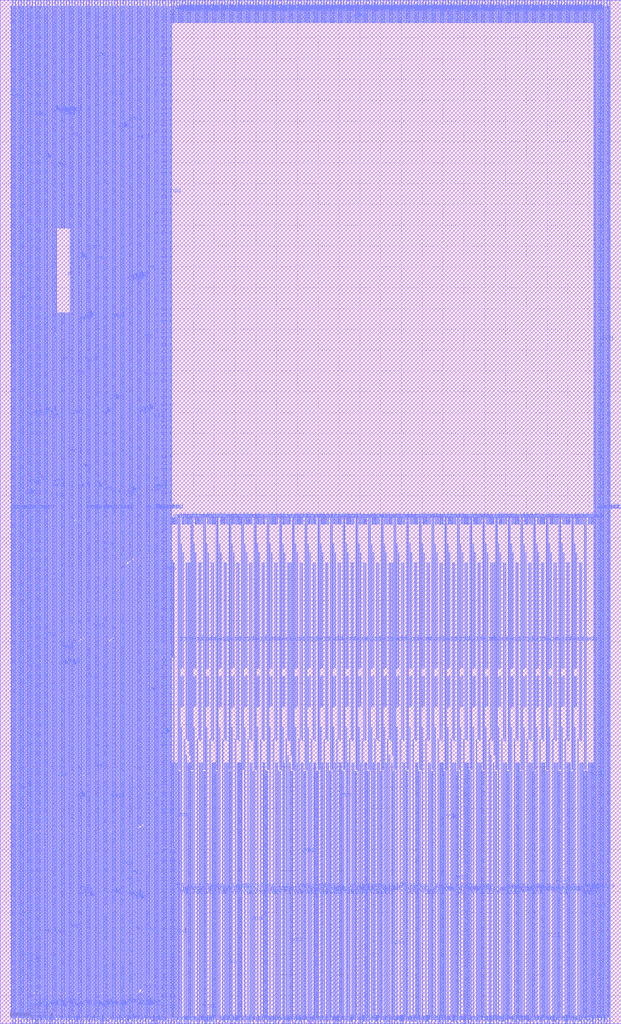
<source format=lef>
VERSION 5.8 ;
BUSBITCHARS "[]" ;
DIVIDERCHAR "/" ;

MACRO sram22_512x32m4w8_test
  CLASS BLOCK ;
  ORIGIN 82.945 243.405 ;
  FOREIGN sram22_512x32m4w8_test -82.945 -243.405 ;
  SIZE 298.49 BY 491.57 ;
  SYMMETRY X Y R90 ;
  PIN vdd
    DIRECTION INOUT ;
    USE POWER ;
    PORT
      LAYER met3 ;
        RECT 207.235 246.76 207.565 247.89 ;
        RECT 207.235 242.595 207.565 242.925 ;
        RECT 207.235 241.235 207.565 241.565 ;
        RECT 207.235 239.875 207.565 240.205 ;
        RECT 207.235 238.515 207.565 238.845 ;
        RECT 207.235 237.155 207.565 237.485 ;
        RECT 207.235 -0.845 207.565 -0.515 ;
        RECT 207.235 -2.205 207.565 -1.875 ;
        RECT 207.235 -3.565 207.565 -3.235 ;
        RECT 207.235 -4.925 207.565 -4.595 ;
        RECT 207.235 -6.285 207.565 -5.955 ;
        RECT 207.235 -7.645 207.565 -7.315 ;
        RECT 207.235 -9.005 207.565 -8.675 ;
        RECT 207.235 -10.365 207.565 -10.035 ;
        RECT 207.235 -11.725 207.565 -11.395 ;
        RECT 207.235 -13.085 207.565 -12.755 ;
        RECT 207.235 -14.445 207.565 -14.115 ;
        RECT 207.235 -15.805 207.565 -15.475 ;
        RECT 207.235 -17.165 207.565 -16.835 ;
        RECT 207.235 -18.525 207.565 -18.195 ;
        RECT 207.235 -19.885 207.565 -19.555 ;
        RECT 207.235 -21.245 207.565 -20.915 ;
        RECT 207.235 -22.605 207.565 -22.275 ;
        RECT 207.235 -23.965 207.565 -23.635 ;
        RECT 207.235 -25.325 207.565 -24.995 ;
        RECT 207.235 -26.685 207.565 -26.355 ;
        RECT 207.235 -28.045 207.565 -27.715 ;
        RECT 207.235 -29.405 207.565 -29.075 ;
        RECT 207.235 -30.765 207.565 -30.435 ;
        RECT 207.235 -32.125 207.565 -31.795 ;
        RECT 207.235 -33.485 207.565 -33.155 ;
        RECT 207.235 -34.845 207.565 -34.515 ;
        RECT 207.235 -36.205 207.565 -35.875 ;
        RECT 207.235 -37.565 207.565 -37.235 ;
        RECT 207.235 -38.925 207.565 -38.595 ;
        RECT 207.235 -40.285 207.565 -39.955 ;
        RECT 207.235 -41.645 207.565 -41.315 ;
        RECT 207.235 -43.005 207.565 -42.675 ;
        RECT 207.235 -44.365 207.565 -44.035 ;
        RECT 207.235 -45.725 207.565 -45.395 ;
        RECT 207.235 -47.085 207.565 -46.755 ;
        RECT 207.235 -48.445 207.565 -48.115 ;
        RECT 207.235 -49.805 207.565 -49.475 ;
        RECT 207.235 -51.165 207.565 -50.835 ;
        RECT 207.235 -52.525 207.565 -52.195 ;
        RECT 207.235 -53.885 207.565 -53.555 ;
        RECT 207.235 -55.245 207.565 -54.915 ;
        RECT 207.235 -56.605 207.565 -56.275 ;
        RECT 207.235 -57.965 207.565 -57.635 ;
        RECT 207.235 -59.325 207.565 -58.995 ;
        RECT 207.235 -60.685 207.565 -60.355 ;
        RECT 207.235 -62.045 207.565 -61.715 ;
        RECT 207.235 -63.405 207.565 -63.075 ;
        RECT 207.235 -64.765 207.565 -64.435 ;
        RECT 207.235 -66.125 207.565 -65.795 ;
        RECT 207.235 -67.485 207.565 -67.155 ;
        RECT 207.235 -68.845 207.565 -68.515 ;
        RECT 207.235 -70.205 207.565 -69.875 ;
        RECT 207.235 -71.565 207.565 -71.235 ;
        RECT 207.235 -72.925 207.565 -72.595 ;
        RECT 207.235 -74.285 207.565 -73.955 ;
        RECT 207.235 -75.645 207.565 -75.315 ;
        RECT 207.235 -77.005 207.565 -76.675 ;
        RECT 207.235 -78.365 207.565 -78.035 ;
        RECT 207.235 -79.725 207.565 -79.395 ;
        RECT 207.235 -81.085 207.565 -80.755 ;
        RECT 207.235 -82.445 207.565 -82.115 ;
        RECT 207.235 -83.805 207.565 -83.475 ;
        RECT 207.235 -85.165 207.565 -84.835 ;
        RECT 207.235 -86.525 207.565 -86.195 ;
        RECT 207.235 -87.885 207.565 -87.555 ;
        RECT 207.235 -89.245 207.565 -88.915 ;
        RECT 207.235 -90.605 207.565 -90.275 ;
        RECT 207.235 -91.965 207.565 -91.635 ;
        RECT 207.235 -93.325 207.565 -92.995 ;
        RECT 207.235 -94.685 207.565 -94.355 ;
        RECT 207.235 -96.045 207.565 -95.715 ;
        RECT 207.235 -97.405 207.565 -97.075 ;
        RECT 207.235 -98.765 207.565 -98.435 ;
        RECT 207.235 -100.125 207.565 -99.795 ;
        RECT 207.235 -101.485 207.565 -101.155 ;
        RECT 207.235 -102.845 207.565 -102.515 ;
        RECT 207.235 -104.205 207.565 -103.875 ;
        RECT 207.235 -105.565 207.565 -105.235 ;
        RECT 207.235 -106.925 207.565 -106.595 ;
        RECT 207.235 -108.285 207.565 -107.955 ;
        RECT 207.235 -109.645 207.565 -109.315 ;
        RECT 207.235 -111.005 207.565 -110.675 ;
        RECT 207.235 -112.365 207.565 -112.035 ;
        RECT 207.235 -113.725 207.565 -113.395 ;
        RECT 207.235 -115.085 207.565 -114.755 ;
        RECT 207.235 -116.445 207.565 -116.115 ;
        RECT 207.235 -117.805 207.565 -117.475 ;
        RECT 207.235 -119.165 207.565 -118.835 ;
        RECT 207.235 -120.525 207.565 -120.195 ;
        RECT 207.235 -121.885 207.565 -121.555 ;
        RECT 207.235 -123.245 207.565 -122.915 ;
        RECT 207.235 -124.605 207.565 -124.275 ;
        RECT 207.235 -125.965 207.565 -125.635 ;
        RECT 207.235 -127.325 207.565 -126.995 ;
        RECT 207.235 -128.685 207.565 -128.355 ;
        RECT 207.235 -130.045 207.565 -129.715 ;
        RECT 207.235 -131.405 207.565 -131.075 ;
        RECT 207.235 -132.765 207.565 -132.435 ;
        RECT 207.235 -134.125 207.565 -133.795 ;
        RECT 207.235 -135.485 207.565 -135.155 ;
        RECT 207.235 -136.845 207.565 -136.515 ;
        RECT 207.235 -138.205 207.565 -137.875 ;
        RECT 207.235 -139.565 207.565 -139.235 ;
        RECT 207.235 -140.925 207.565 -140.595 ;
        RECT 207.235 -142.285 207.565 -141.955 ;
        RECT 207.235 -143.645 207.565 -143.315 ;
        RECT 207.235 -145.005 207.565 -144.675 ;
        RECT 207.235 -146.365 207.565 -146.035 ;
        RECT 207.235 -147.725 207.565 -147.395 ;
        RECT 207.235 -149.085 207.565 -148.755 ;
        RECT 207.235 -150.445 207.565 -150.115 ;
        RECT 207.235 -151.805 207.565 -151.475 ;
        RECT 207.235 -153.165 207.565 -152.835 ;
        RECT 207.235 -154.525 207.565 -154.195 ;
        RECT 207.235 -155.885 207.565 -155.555 ;
        RECT 207.235 -157.245 207.565 -156.915 ;
        RECT 207.235 -158.605 207.565 -158.275 ;
        RECT 207.235 -159.965 207.565 -159.635 ;
        RECT 207.235 -161.325 207.565 -160.995 ;
        RECT 207.235 -162.685 207.565 -162.355 ;
        RECT 207.235 -164.045 207.565 -163.715 ;
        RECT 207.235 -165.405 207.565 -165.075 ;
        RECT 207.235 -166.765 207.565 -166.435 ;
        RECT 207.235 -168.125 207.565 -167.795 ;
        RECT 207.235 -169.485 207.565 -169.155 ;
        RECT 207.235 -170.845 207.565 -170.515 ;
        RECT 207.235 -172.205 207.565 -171.875 ;
        RECT 207.235 -173.565 207.565 -173.235 ;
        RECT 207.235 -174.925 207.565 -174.595 ;
        RECT 207.235 -176.285 207.565 -175.955 ;
        RECT 207.235 -177.645 207.565 -177.315 ;
        RECT 207.235 -179.005 207.565 -178.675 ;
        RECT 207.235 -180.365 207.565 -180.035 ;
        RECT 207.235 -181.725 207.565 -181.395 ;
        RECT 207.235 -183.085 207.565 -182.755 ;
        RECT 207.235 -184.445 207.565 -184.115 ;
        RECT 207.235 -185.805 207.565 -185.475 ;
        RECT 207.235 -187.165 207.565 -186.835 ;
        RECT 207.235 -188.525 207.565 -188.195 ;
        RECT 207.235 -189.885 207.565 -189.555 ;
        RECT 207.235 -191.245 207.565 -190.915 ;
        RECT 207.235 -192.605 207.565 -192.275 ;
        RECT 207.235 -193.965 207.565 -193.635 ;
        RECT 207.235 -195.325 207.565 -194.995 ;
        RECT 207.235 -196.685 207.565 -196.355 ;
        RECT 207.235 -198.045 207.565 -197.715 ;
        RECT 207.235 -199.405 207.565 -199.075 ;
        RECT 207.235 -200.765 207.565 -200.435 ;
        RECT 207.235 -202.125 207.565 -201.795 ;
        RECT 207.235 -203.485 207.565 -203.155 ;
        RECT 207.235 -204.845 207.565 -204.515 ;
        RECT 207.235 -206.205 207.565 -205.875 ;
        RECT 207.235 -207.565 207.565 -207.235 ;
        RECT 207.235 -208.925 207.565 -208.595 ;
        RECT 207.235 -210.285 207.565 -209.955 ;
        RECT 207.235 -211.645 207.565 -211.315 ;
        RECT 207.235 -213.005 207.565 -212.675 ;
        RECT 207.235 -214.365 207.565 -214.035 ;
        RECT 207.235 -215.725 207.565 -215.395 ;
        RECT 207.235 -217.085 207.565 -216.755 ;
        RECT 207.235 -218.445 207.565 -218.115 ;
        RECT 207.235 -219.805 207.565 -219.475 ;
        RECT 207.235 -221.165 207.565 -220.835 ;
        RECT 207.235 -222.525 207.565 -222.195 ;
        RECT 207.235 -223.885 207.565 -223.555 ;
        RECT 207.235 -225.245 207.565 -224.915 ;
        RECT 207.235 -226.605 207.565 -226.275 ;
        RECT 207.235 -227.965 207.565 -227.635 ;
        RECT 207.235 -229.325 207.565 -228.995 ;
        RECT 207.235 -230.685 207.565 -230.355 ;
        RECT 207.235 -232.045 207.565 -231.715 ;
        RECT 207.235 -233.405 207.565 -233.075 ;
        RECT 207.235 -234.765 207.565 -234.435 ;
        RECT 207.235 -236.125 207.565 -235.795 ;
        RECT 207.235 -237.485 207.565 -237.155 ;
        RECT 207.235 -243.13 207.565 -242 ;
        RECT 207.24 -243.245 207.56 248.005 ;
    END
    PORT
      LAYER met3 ;
        RECT 208.595 246.76 208.925 247.89 ;
        RECT 208.595 242.595 208.925 242.925 ;
        RECT 208.595 241.235 208.925 241.565 ;
        RECT 208.595 239.875 208.925 240.205 ;
        RECT 208.595 238.515 208.925 238.845 ;
        RECT 208.595 237.155 208.925 237.485 ;
        RECT 208.595 235.795 208.925 236.125 ;
        RECT 208.595 234.435 208.925 234.765 ;
        RECT 208.595 233.075 208.925 233.405 ;
        RECT 208.595 231.715 208.925 232.045 ;
        RECT 208.595 230.355 208.925 230.685 ;
        RECT 208.595 228.995 208.925 229.325 ;
        RECT 208.595 227.635 208.925 227.965 ;
        RECT 208.595 226.275 208.925 226.605 ;
        RECT 208.595 224.915 208.925 225.245 ;
        RECT 208.595 223.555 208.925 223.885 ;
        RECT 208.595 222.195 208.925 222.525 ;
        RECT 208.595 220.835 208.925 221.165 ;
        RECT 208.595 219.475 208.925 219.805 ;
        RECT 208.595 218.115 208.925 218.445 ;
        RECT 208.595 216.755 208.925 217.085 ;
        RECT 208.595 215.395 208.925 215.725 ;
        RECT 208.595 214.035 208.925 214.365 ;
        RECT 208.595 212.675 208.925 213.005 ;
        RECT 208.595 211.315 208.925 211.645 ;
        RECT 208.595 209.955 208.925 210.285 ;
        RECT 208.595 208.595 208.925 208.925 ;
        RECT 208.595 207.235 208.925 207.565 ;
        RECT 208.595 205.875 208.925 206.205 ;
        RECT 208.595 204.515 208.925 204.845 ;
        RECT 208.595 203.155 208.925 203.485 ;
        RECT 208.595 201.795 208.925 202.125 ;
        RECT 208.595 200.435 208.925 200.765 ;
        RECT 208.595 199.075 208.925 199.405 ;
        RECT 208.595 197.715 208.925 198.045 ;
        RECT 208.595 196.355 208.925 196.685 ;
        RECT 208.595 194.995 208.925 195.325 ;
        RECT 208.595 193.635 208.925 193.965 ;
        RECT 208.595 192.275 208.925 192.605 ;
        RECT 208.595 190.915 208.925 191.245 ;
        RECT 208.595 189.555 208.925 189.885 ;
        RECT 208.595 188.195 208.925 188.525 ;
        RECT 208.595 186.835 208.925 187.165 ;
        RECT 208.595 185.475 208.925 185.805 ;
        RECT 208.595 184.115 208.925 184.445 ;
        RECT 208.595 182.755 208.925 183.085 ;
        RECT 208.595 181.395 208.925 181.725 ;
        RECT 208.595 180.035 208.925 180.365 ;
        RECT 208.595 178.675 208.925 179.005 ;
        RECT 208.595 177.315 208.925 177.645 ;
        RECT 208.595 175.955 208.925 176.285 ;
        RECT 208.595 174.595 208.925 174.925 ;
        RECT 208.595 173.235 208.925 173.565 ;
        RECT 208.595 171.875 208.925 172.205 ;
        RECT 208.595 170.515 208.925 170.845 ;
        RECT 208.595 169.155 208.925 169.485 ;
        RECT 208.595 167.795 208.925 168.125 ;
        RECT 208.595 166.435 208.925 166.765 ;
        RECT 208.595 165.075 208.925 165.405 ;
        RECT 208.595 163.715 208.925 164.045 ;
        RECT 208.595 162.355 208.925 162.685 ;
        RECT 208.595 160.995 208.925 161.325 ;
        RECT 208.595 159.635 208.925 159.965 ;
        RECT 208.595 158.275 208.925 158.605 ;
        RECT 208.595 156.915 208.925 157.245 ;
        RECT 208.595 155.555 208.925 155.885 ;
        RECT 208.595 154.195 208.925 154.525 ;
        RECT 208.595 152.835 208.925 153.165 ;
        RECT 208.595 151.475 208.925 151.805 ;
        RECT 208.595 150.115 208.925 150.445 ;
        RECT 208.595 148.755 208.925 149.085 ;
        RECT 208.595 147.395 208.925 147.725 ;
        RECT 208.595 146.035 208.925 146.365 ;
        RECT 208.595 144.675 208.925 145.005 ;
        RECT 208.595 143.315 208.925 143.645 ;
        RECT 208.595 141.955 208.925 142.285 ;
        RECT 208.595 140.595 208.925 140.925 ;
        RECT 208.595 139.235 208.925 139.565 ;
        RECT 208.595 137.875 208.925 138.205 ;
        RECT 208.595 136.515 208.925 136.845 ;
        RECT 208.595 135.155 208.925 135.485 ;
        RECT 208.595 133.795 208.925 134.125 ;
        RECT 208.595 132.435 208.925 132.765 ;
        RECT 208.595 131.075 208.925 131.405 ;
        RECT 208.595 129.715 208.925 130.045 ;
        RECT 208.595 128.355 208.925 128.685 ;
        RECT 208.595 126.995 208.925 127.325 ;
        RECT 208.595 125.635 208.925 125.965 ;
        RECT 208.595 124.275 208.925 124.605 ;
        RECT 208.595 122.915 208.925 123.245 ;
        RECT 208.595 121.555 208.925 121.885 ;
        RECT 208.595 120.195 208.925 120.525 ;
        RECT 208.595 118.835 208.925 119.165 ;
        RECT 208.595 117.475 208.925 117.805 ;
        RECT 208.595 116.115 208.925 116.445 ;
        RECT 208.595 114.755 208.925 115.085 ;
        RECT 208.595 113.395 208.925 113.725 ;
        RECT 208.595 112.035 208.925 112.365 ;
        RECT 208.595 110.675 208.925 111.005 ;
        RECT 208.595 109.315 208.925 109.645 ;
        RECT 208.595 107.955 208.925 108.285 ;
        RECT 208.595 106.595 208.925 106.925 ;
        RECT 208.595 105.235 208.925 105.565 ;
        RECT 208.595 103.875 208.925 104.205 ;
        RECT 208.595 102.515 208.925 102.845 ;
        RECT 208.595 101.155 208.925 101.485 ;
        RECT 208.595 99.795 208.925 100.125 ;
        RECT 208.595 98.435 208.925 98.765 ;
        RECT 208.595 97.075 208.925 97.405 ;
        RECT 208.595 95.715 208.925 96.045 ;
        RECT 208.595 94.355 208.925 94.685 ;
        RECT 208.595 92.995 208.925 93.325 ;
        RECT 208.595 91.635 208.925 91.965 ;
        RECT 208.595 90.275 208.925 90.605 ;
        RECT 208.595 88.915 208.925 89.245 ;
        RECT 208.595 87.555 208.925 87.885 ;
        RECT 208.595 86.195 208.925 86.525 ;
        RECT 208.595 84.835 208.925 85.165 ;
        RECT 208.595 83.475 208.925 83.805 ;
        RECT 208.595 82.115 208.925 82.445 ;
        RECT 208.595 80.755 208.925 81.085 ;
        RECT 208.595 79.395 208.925 79.725 ;
        RECT 208.595 78.035 208.925 78.365 ;
        RECT 208.595 76.675 208.925 77.005 ;
        RECT 208.595 75.315 208.925 75.645 ;
        RECT 208.595 73.955 208.925 74.285 ;
        RECT 208.595 72.595 208.925 72.925 ;
        RECT 208.595 71.235 208.925 71.565 ;
        RECT 208.595 69.875 208.925 70.205 ;
        RECT 208.595 68.515 208.925 68.845 ;
        RECT 208.595 67.155 208.925 67.485 ;
        RECT 208.595 65.795 208.925 66.125 ;
        RECT 208.595 64.435 208.925 64.765 ;
        RECT 208.595 63.075 208.925 63.405 ;
        RECT 208.595 61.715 208.925 62.045 ;
        RECT 208.595 60.355 208.925 60.685 ;
        RECT 208.595 58.995 208.925 59.325 ;
        RECT 208.595 57.635 208.925 57.965 ;
        RECT 208.595 56.275 208.925 56.605 ;
        RECT 208.595 54.915 208.925 55.245 ;
        RECT 208.595 53.555 208.925 53.885 ;
        RECT 208.595 52.195 208.925 52.525 ;
        RECT 208.595 50.835 208.925 51.165 ;
        RECT 208.595 49.475 208.925 49.805 ;
        RECT 208.595 48.115 208.925 48.445 ;
        RECT 208.595 46.755 208.925 47.085 ;
        RECT 208.595 45.395 208.925 45.725 ;
        RECT 208.595 44.035 208.925 44.365 ;
        RECT 208.595 42.675 208.925 43.005 ;
        RECT 208.595 41.315 208.925 41.645 ;
        RECT 208.595 39.955 208.925 40.285 ;
        RECT 208.595 38.595 208.925 38.925 ;
        RECT 208.595 37.235 208.925 37.565 ;
        RECT 208.595 35.875 208.925 36.205 ;
        RECT 208.595 34.515 208.925 34.845 ;
        RECT 208.595 33.155 208.925 33.485 ;
        RECT 208.595 31.795 208.925 32.125 ;
        RECT 208.595 30.435 208.925 30.765 ;
        RECT 208.595 29.075 208.925 29.405 ;
        RECT 208.595 27.715 208.925 28.045 ;
        RECT 208.595 26.355 208.925 26.685 ;
        RECT 208.595 24.995 208.925 25.325 ;
        RECT 208.595 23.635 208.925 23.965 ;
        RECT 208.595 22.275 208.925 22.605 ;
        RECT 208.595 20.915 208.925 21.245 ;
        RECT 208.595 19.555 208.925 19.885 ;
        RECT 208.595 18.195 208.925 18.525 ;
        RECT 208.595 16.835 208.925 17.165 ;
        RECT 208.595 15.475 208.925 15.805 ;
        RECT 208.595 14.115 208.925 14.445 ;
        RECT 208.595 12.755 208.925 13.085 ;
        RECT 208.595 11.395 208.925 11.725 ;
        RECT 208.595 10.035 208.925 10.365 ;
        RECT 208.595 8.675 208.925 9.005 ;
        RECT 208.595 7.315 208.925 7.645 ;
        RECT 208.595 5.955 208.925 6.285 ;
        RECT 208.595 4.595 208.925 4.925 ;
        RECT 208.595 3.235 208.925 3.565 ;
        RECT 208.595 1.875 208.925 2.205 ;
        RECT 208.595 0.515 208.925 0.845 ;
        RECT 208.595 -0.845 208.925 -0.515 ;
        RECT 208.595 -2.205 208.925 -1.875 ;
        RECT 208.595 -3.565 208.925 -3.235 ;
        RECT 208.595 -4.925 208.925 -4.595 ;
        RECT 208.595 -6.285 208.925 -5.955 ;
        RECT 208.595 -7.645 208.925 -7.315 ;
        RECT 208.595 -9.005 208.925 -8.675 ;
        RECT 208.595 -10.365 208.925 -10.035 ;
        RECT 208.595 -11.725 208.925 -11.395 ;
        RECT 208.595 -13.085 208.925 -12.755 ;
        RECT 208.595 -14.445 208.925 -14.115 ;
        RECT 208.595 -15.805 208.925 -15.475 ;
        RECT 208.595 -17.165 208.925 -16.835 ;
        RECT 208.595 -18.525 208.925 -18.195 ;
        RECT 208.595 -19.885 208.925 -19.555 ;
        RECT 208.595 -21.245 208.925 -20.915 ;
        RECT 208.595 -22.605 208.925 -22.275 ;
        RECT 208.595 -23.965 208.925 -23.635 ;
        RECT 208.595 -25.325 208.925 -24.995 ;
        RECT 208.595 -26.685 208.925 -26.355 ;
        RECT 208.595 -28.045 208.925 -27.715 ;
        RECT 208.595 -29.405 208.925 -29.075 ;
        RECT 208.595 -30.765 208.925 -30.435 ;
        RECT 208.595 -32.125 208.925 -31.795 ;
        RECT 208.595 -33.485 208.925 -33.155 ;
        RECT 208.595 -34.845 208.925 -34.515 ;
        RECT 208.595 -36.205 208.925 -35.875 ;
        RECT 208.595 -37.565 208.925 -37.235 ;
        RECT 208.595 -38.925 208.925 -38.595 ;
        RECT 208.595 -40.285 208.925 -39.955 ;
        RECT 208.595 -41.645 208.925 -41.315 ;
        RECT 208.595 -43.005 208.925 -42.675 ;
        RECT 208.595 -44.365 208.925 -44.035 ;
        RECT 208.595 -45.725 208.925 -45.395 ;
        RECT 208.595 -47.085 208.925 -46.755 ;
        RECT 208.595 -48.445 208.925 -48.115 ;
        RECT 208.595 -49.805 208.925 -49.475 ;
        RECT 208.595 -51.165 208.925 -50.835 ;
        RECT 208.595 -52.525 208.925 -52.195 ;
        RECT 208.595 -53.885 208.925 -53.555 ;
        RECT 208.595 -55.245 208.925 -54.915 ;
        RECT 208.595 -56.605 208.925 -56.275 ;
        RECT 208.595 -57.965 208.925 -57.635 ;
        RECT 208.595 -59.325 208.925 -58.995 ;
        RECT 208.595 -60.685 208.925 -60.355 ;
        RECT 208.595 -62.045 208.925 -61.715 ;
        RECT 208.595 -63.405 208.925 -63.075 ;
        RECT 208.595 -64.765 208.925 -64.435 ;
        RECT 208.595 -66.125 208.925 -65.795 ;
        RECT 208.595 -67.485 208.925 -67.155 ;
        RECT 208.595 -68.845 208.925 -68.515 ;
        RECT 208.595 -70.205 208.925 -69.875 ;
        RECT 208.595 -71.565 208.925 -71.235 ;
        RECT 208.595 -72.925 208.925 -72.595 ;
        RECT 208.595 -74.285 208.925 -73.955 ;
        RECT 208.595 -75.645 208.925 -75.315 ;
        RECT 208.595 -77.005 208.925 -76.675 ;
        RECT 208.595 -78.365 208.925 -78.035 ;
        RECT 208.595 -79.725 208.925 -79.395 ;
        RECT 208.595 -81.085 208.925 -80.755 ;
        RECT 208.595 -82.445 208.925 -82.115 ;
        RECT 208.595 -83.805 208.925 -83.475 ;
        RECT 208.595 -85.165 208.925 -84.835 ;
        RECT 208.595 -86.525 208.925 -86.195 ;
        RECT 208.595 -87.885 208.925 -87.555 ;
        RECT 208.595 -89.245 208.925 -88.915 ;
        RECT 208.595 -90.605 208.925 -90.275 ;
        RECT 208.595 -91.965 208.925 -91.635 ;
        RECT 208.595 -93.325 208.925 -92.995 ;
        RECT 208.595 -94.685 208.925 -94.355 ;
        RECT 208.595 -96.045 208.925 -95.715 ;
        RECT 208.595 -97.405 208.925 -97.075 ;
        RECT 208.595 -98.765 208.925 -98.435 ;
        RECT 208.595 -100.125 208.925 -99.795 ;
        RECT 208.595 -101.485 208.925 -101.155 ;
        RECT 208.595 -102.845 208.925 -102.515 ;
        RECT 208.595 -104.205 208.925 -103.875 ;
        RECT 208.595 -105.565 208.925 -105.235 ;
        RECT 208.595 -106.925 208.925 -106.595 ;
        RECT 208.595 -108.285 208.925 -107.955 ;
        RECT 208.595 -109.645 208.925 -109.315 ;
        RECT 208.595 -111.005 208.925 -110.675 ;
        RECT 208.595 -112.365 208.925 -112.035 ;
        RECT 208.595 -113.725 208.925 -113.395 ;
        RECT 208.595 -115.085 208.925 -114.755 ;
        RECT 208.595 -116.445 208.925 -116.115 ;
        RECT 208.595 -117.805 208.925 -117.475 ;
        RECT 208.595 -119.165 208.925 -118.835 ;
        RECT 208.595 -120.525 208.925 -120.195 ;
        RECT 208.595 -121.885 208.925 -121.555 ;
        RECT 208.595 -123.245 208.925 -122.915 ;
        RECT 208.595 -124.605 208.925 -124.275 ;
        RECT 208.595 -125.965 208.925 -125.635 ;
        RECT 208.595 -127.325 208.925 -126.995 ;
        RECT 208.595 -128.685 208.925 -128.355 ;
        RECT 208.595 -130.045 208.925 -129.715 ;
        RECT 208.595 -131.405 208.925 -131.075 ;
        RECT 208.595 -132.765 208.925 -132.435 ;
        RECT 208.595 -134.125 208.925 -133.795 ;
        RECT 208.595 -135.485 208.925 -135.155 ;
        RECT 208.595 -136.845 208.925 -136.515 ;
        RECT 208.595 -138.205 208.925 -137.875 ;
        RECT 208.595 -139.565 208.925 -139.235 ;
        RECT 208.595 -140.925 208.925 -140.595 ;
        RECT 208.595 -142.285 208.925 -141.955 ;
        RECT 208.595 -143.645 208.925 -143.315 ;
        RECT 208.595 -145.005 208.925 -144.675 ;
        RECT 208.595 -146.365 208.925 -146.035 ;
        RECT 208.595 -147.725 208.925 -147.395 ;
        RECT 208.595 -149.085 208.925 -148.755 ;
        RECT 208.595 -150.445 208.925 -150.115 ;
        RECT 208.595 -151.805 208.925 -151.475 ;
        RECT 208.595 -153.165 208.925 -152.835 ;
        RECT 208.595 -154.525 208.925 -154.195 ;
        RECT 208.595 -155.885 208.925 -155.555 ;
        RECT 208.595 -157.245 208.925 -156.915 ;
        RECT 208.595 -158.605 208.925 -158.275 ;
        RECT 208.595 -159.965 208.925 -159.635 ;
        RECT 208.595 -161.325 208.925 -160.995 ;
        RECT 208.595 -162.685 208.925 -162.355 ;
        RECT 208.595 -164.045 208.925 -163.715 ;
        RECT 208.595 -165.405 208.925 -165.075 ;
        RECT 208.595 -166.765 208.925 -166.435 ;
        RECT 208.595 -168.125 208.925 -167.795 ;
        RECT 208.595 -169.485 208.925 -169.155 ;
        RECT 208.595 -170.845 208.925 -170.515 ;
        RECT 208.595 -172.205 208.925 -171.875 ;
        RECT 208.595 -173.565 208.925 -173.235 ;
        RECT 208.595 -174.925 208.925 -174.595 ;
        RECT 208.595 -176.285 208.925 -175.955 ;
        RECT 208.595 -177.645 208.925 -177.315 ;
        RECT 208.595 -179.005 208.925 -178.675 ;
        RECT 208.595 -180.365 208.925 -180.035 ;
        RECT 208.595 -181.725 208.925 -181.395 ;
        RECT 208.595 -183.085 208.925 -182.755 ;
        RECT 208.595 -184.445 208.925 -184.115 ;
        RECT 208.595 -185.805 208.925 -185.475 ;
        RECT 208.595 -187.165 208.925 -186.835 ;
        RECT 208.595 -188.525 208.925 -188.195 ;
        RECT 208.595 -189.885 208.925 -189.555 ;
        RECT 208.595 -191.245 208.925 -190.915 ;
        RECT 208.595 -192.605 208.925 -192.275 ;
        RECT 208.595 -193.965 208.925 -193.635 ;
        RECT 208.595 -195.325 208.925 -194.995 ;
        RECT 208.595 -196.685 208.925 -196.355 ;
        RECT 208.595 -198.045 208.925 -197.715 ;
        RECT 208.595 -199.405 208.925 -199.075 ;
        RECT 208.595 -200.765 208.925 -200.435 ;
        RECT 208.595 -202.125 208.925 -201.795 ;
        RECT 208.595 -203.485 208.925 -203.155 ;
        RECT 208.595 -204.845 208.925 -204.515 ;
        RECT 208.595 -206.205 208.925 -205.875 ;
        RECT 208.595 -207.565 208.925 -207.235 ;
        RECT 208.595 -208.925 208.925 -208.595 ;
        RECT 208.595 -210.285 208.925 -209.955 ;
        RECT 208.595 -211.645 208.925 -211.315 ;
        RECT 208.595 -213.005 208.925 -212.675 ;
        RECT 208.595 -214.365 208.925 -214.035 ;
        RECT 208.595 -215.725 208.925 -215.395 ;
        RECT 208.595 -217.085 208.925 -216.755 ;
        RECT 208.595 -218.445 208.925 -218.115 ;
        RECT 208.595 -219.805 208.925 -219.475 ;
        RECT 208.595 -221.165 208.925 -220.835 ;
        RECT 208.595 -222.525 208.925 -222.195 ;
        RECT 208.595 -223.885 208.925 -223.555 ;
        RECT 208.595 -225.245 208.925 -224.915 ;
        RECT 208.595 -226.605 208.925 -226.275 ;
        RECT 208.595 -227.965 208.925 -227.635 ;
        RECT 208.595 -229.325 208.925 -228.995 ;
        RECT 208.595 -230.685 208.925 -230.355 ;
        RECT 208.595 -232.045 208.925 -231.715 ;
        RECT 208.595 -233.405 208.925 -233.075 ;
        RECT 208.595 -234.765 208.925 -234.435 ;
        RECT 208.595 -236.125 208.925 -235.795 ;
        RECT 208.595 -237.485 208.925 -237.155 ;
        RECT 208.595 -243.13 208.925 -242 ;
        RECT 208.6 -243.245 208.92 248.005 ;
    END
    PORT
      LAYER met3 ;
        RECT 209.955 246.76 210.285 247.89 ;
        RECT 209.955 242.595 210.285 242.925 ;
        RECT 209.955 241.235 210.285 241.565 ;
        RECT 209.955 239.875 210.285 240.205 ;
        RECT 209.955 238.515 210.285 238.845 ;
        RECT 209.955 237.155 210.285 237.485 ;
        RECT 209.955 235.795 210.285 236.125 ;
        RECT 209.955 234.435 210.285 234.765 ;
        RECT 209.955 233.075 210.285 233.405 ;
        RECT 209.955 231.715 210.285 232.045 ;
        RECT 209.955 230.355 210.285 230.685 ;
        RECT 209.955 228.995 210.285 229.325 ;
        RECT 209.955 227.635 210.285 227.965 ;
        RECT 209.955 226.275 210.285 226.605 ;
        RECT 209.955 224.915 210.285 225.245 ;
        RECT 209.955 223.555 210.285 223.885 ;
        RECT 209.955 222.195 210.285 222.525 ;
        RECT 209.955 220.835 210.285 221.165 ;
        RECT 209.955 219.475 210.285 219.805 ;
        RECT 209.955 218.115 210.285 218.445 ;
        RECT 209.955 216.755 210.285 217.085 ;
        RECT 209.955 215.395 210.285 215.725 ;
        RECT 209.955 214.035 210.285 214.365 ;
        RECT 209.955 212.675 210.285 213.005 ;
        RECT 209.955 211.315 210.285 211.645 ;
        RECT 209.955 209.955 210.285 210.285 ;
        RECT 209.955 208.595 210.285 208.925 ;
        RECT 209.955 207.235 210.285 207.565 ;
        RECT 209.955 205.875 210.285 206.205 ;
        RECT 209.955 204.515 210.285 204.845 ;
        RECT 209.955 203.155 210.285 203.485 ;
        RECT 209.955 201.795 210.285 202.125 ;
        RECT 209.955 200.435 210.285 200.765 ;
        RECT 209.955 199.075 210.285 199.405 ;
        RECT 209.955 197.715 210.285 198.045 ;
        RECT 209.955 196.355 210.285 196.685 ;
        RECT 209.955 194.995 210.285 195.325 ;
        RECT 209.955 193.635 210.285 193.965 ;
        RECT 209.955 192.275 210.285 192.605 ;
        RECT 209.955 190.915 210.285 191.245 ;
        RECT 209.955 189.555 210.285 189.885 ;
        RECT 209.955 188.195 210.285 188.525 ;
        RECT 209.955 186.835 210.285 187.165 ;
        RECT 209.955 185.475 210.285 185.805 ;
        RECT 209.955 184.115 210.285 184.445 ;
        RECT 209.955 182.755 210.285 183.085 ;
        RECT 209.955 181.395 210.285 181.725 ;
        RECT 209.955 180.035 210.285 180.365 ;
        RECT 209.955 178.675 210.285 179.005 ;
        RECT 209.955 177.315 210.285 177.645 ;
        RECT 209.955 175.955 210.285 176.285 ;
        RECT 209.955 174.595 210.285 174.925 ;
        RECT 209.955 173.235 210.285 173.565 ;
        RECT 209.955 171.875 210.285 172.205 ;
        RECT 209.955 170.515 210.285 170.845 ;
        RECT 209.955 169.155 210.285 169.485 ;
        RECT 209.955 167.795 210.285 168.125 ;
        RECT 209.955 166.435 210.285 166.765 ;
        RECT 209.955 165.075 210.285 165.405 ;
        RECT 209.955 163.715 210.285 164.045 ;
        RECT 209.955 162.355 210.285 162.685 ;
        RECT 209.955 160.995 210.285 161.325 ;
        RECT 209.955 159.635 210.285 159.965 ;
        RECT 209.955 158.275 210.285 158.605 ;
        RECT 209.955 156.915 210.285 157.245 ;
        RECT 209.955 155.555 210.285 155.885 ;
        RECT 209.955 154.195 210.285 154.525 ;
        RECT 209.955 152.835 210.285 153.165 ;
        RECT 209.955 151.475 210.285 151.805 ;
        RECT 209.955 150.115 210.285 150.445 ;
        RECT 209.955 148.755 210.285 149.085 ;
        RECT 209.955 147.395 210.285 147.725 ;
        RECT 209.955 146.035 210.285 146.365 ;
        RECT 209.955 144.675 210.285 145.005 ;
        RECT 209.955 143.315 210.285 143.645 ;
        RECT 209.955 141.955 210.285 142.285 ;
        RECT 209.955 140.595 210.285 140.925 ;
        RECT 209.955 139.235 210.285 139.565 ;
        RECT 209.955 137.875 210.285 138.205 ;
        RECT 209.955 136.515 210.285 136.845 ;
        RECT 209.955 135.155 210.285 135.485 ;
        RECT 209.955 133.795 210.285 134.125 ;
        RECT 209.955 132.435 210.285 132.765 ;
        RECT 209.955 131.075 210.285 131.405 ;
        RECT 209.955 129.715 210.285 130.045 ;
        RECT 209.955 128.355 210.285 128.685 ;
        RECT 209.955 126.995 210.285 127.325 ;
        RECT 209.955 125.635 210.285 125.965 ;
        RECT 209.955 124.275 210.285 124.605 ;
        RECT 209.955 122.915 210.285 123.245 ;
        RECT 209.955 121.555 210.285 121.885 ;
        RECT 209.955 120.195 210.285 120.525 ;
        RECT 209.955 118.835 210.285 119.165 ;
        RECT 209.955 117.475 210.285 117.805 ;
        RECT 209.955 116.115 210.285 116.445 ;
        RECT 209.955 114.755 210.285 115.085 ;
        RECT 209.955 113.395 210.285 113.725 ;
        RECT 209.955 112.035 210.285 112.365 ;
        RECT 209.955 110.675 210.285 111.005 ;
        RECT 209.955 109.315 210.285 109.645 ;
        RECT 209.955 107.955 210.285 108.285 ;
        RECT 209.955 106.595 210.285 106.925 ;
        RECT 209.955 105.235 210.285 105.565 ;
        RECT 209.955 103.875 210.285 104.205 ;
        RECT 209.955 102.515 210.285 102.845 ;
        RECT 209.955 101.155 210.285 101.485 ;
        RECT 209.955 99.795 210.285 100.125 ;
        RECT 209.955 98.435 210.285 98.765 ;
        RECT 209.955 97.075 210.285 97.405 ;
        RECT 209.955 95.715 210.285 96.045 ;
        RECT 209.955 94.355 210.285 94.685 ;
        RECT 209.955 92.995 210.285 93.325 ;
        RECT 209.955 91.635 210.285 91.965 ;
        RECT 209.955 90.275 210.285 90.605 ;
        RECT 209.955 88.915 210.285 89.245 ;
        RECT 209.955 87.555 210.285 87.885 ;
        RECT 209.955 86.195 210.285 86.525 ;
        RECT 209.955 84.835 210.285 85.165 ;
        RECT 209.955 83.475 210.285 83.805 ;
        RECT 209.955 82.115 210.285 82.445 ;
        RECT 209.955 80.755 210.285 81.085 ;
        RECT 209.955 79.395 210.285 79.725 ;
        RECT 209.955 78.035 210.285 78.365 ;
        RECT 209.955 76.675 210.285 77.005 ;
        RECT 209.955 75.315 210.285 75.645 ;
        RECT 209.955 73.955 210.285 74.285 ;
        RECT 209.955 72.595 210.285 72.925 ;
        RECT 209.955 71.235 210.285 71.565 ;
        RECT 209.955 69.875 210.285 70.205 ;
        RECT 209.955 68.515 210.285 68.845 ;
        RECT 209.955 67.155 210.285 67.485 ;
        RECT 209.955 65.795 210.285 66.125 ;
        RECT 209.955 64.435 210.285 64.765 ;
        RECT 209.955 63.075 210.285 63.405 ;
        RECT 209.955 61.715 210.285 62.045 ;
        RECT 209.955 60.355 210.285 60.685 ;
        RECT 209.955 58.995 210.285 59.325 ;
        RECT 209.955 57.635 210.285 57.965 ;
        RECT 209.955 56.275 210.285 56.605 ;
        RECT 209.955 54.915 210.285 55.245 ;
        RECT 209.955 53.555 210.285 53.885 ;
        RECT 209.955 52.195 210.285 52.525 ;
        RECT 209.955 50.835 210.285 51.165 ;
        RECT 209.955 49.475 210.285 49.805 ;
        RECT 209.955 48.115 210.285 48.445 ;
        RECT 209.955 46.755 210.285 47.085 ;
        RECT 209.955 45.395 210.285 45.725 ;
        RECT 209.955 44.035 210.285 44.365 ;
        RECT 209.955 42.675 210.285 43.005 ;
        RECT 209.955 41.315 210.285 41.645 ;
        RECT 209.955 39.955 210.285 40.285 ;
        RECT 209.955 38.595 210.285 38.925 ;
        RECT 209.955 37.235 210.285 37.565 ;
        RECT 209.955 35.875 210.285 36.205 ;
        RECT 209.955 34.515 210.285 34.845 ;
        RECT 209.955 33.155 210.285 33.485 ;
        RECT 209.955 31.795 210.285 32.125 ;
        RECT 209.955 30.435 210.285 30.765 ;
        RECT 209.955 29.075 210.285 29.405 ;
        RECT 209.955 27.715 210.285 28.045 ;
        RECT 209.955 26.355 210.285 26.685 ;
        RECT 209.955 24.995 210.285 25.325 ;
        RECT 209.955 23.635 210.285 23.965 ;
        RECT 209.955 22.275 210.285 22.605 ;
        RECT 209.955 20.915 210.285 21.245 ;
        RECT 209.955 19.555 210.285 19.885 ;
        RECT 209.955 18.195 210.285 18.525 ;
        RECT 209.955 16.835 210.285 17.165 ;
        RECT 209.955 15.475 210.285 15.805 ;
        RECT 209.955 14.115 210.285 14.445 ;
        RECT 209.955 12.755 210.285 13.085 ;
        RECT 209.955 11.395 210.285 11.725 ;
        RECT 209.955 10.035 210.285 10.365 ;
        RECT 209.955 8.675 210.285 9.005 ;
        RECT 209.955 7.315 210.285 7.645 ;
        RECT 209.955 5.955 210.285 6.285 ;
        RECT 209.955 4.595 210.285 4.925 ;
        RECT 209.955 3.235 210.285 3.565 ;
        RECT 209.955 1.875 210.285 2.205 ;
        RECT 209.955 0.515 210.285 0.845 ;
        RECT 209.955 -0.845 210.285 -0.515 ;
        RECT 209.955 -2.205 210.285 -1.875 ;
        RECT 209.955 -3.565 210.285 -3.235 ;
        RECT 209.955 -4.925 210.285 -4.595 ;
        RECT 209.955 -6.285 210.285 -5.955 ;
        RECT 209.955 -7.645 210.285 -7.315 ;
        RECT 209.955 -9.005 210.285 -8.675 ;
        RECT 209.955 -10.365 210.285 -10.035 ;
        RECT 209.955 -11.725 210.285 -11.395 ;
        RECT 209.955 -13.085 210.285 -12.755 ;
        RECT 209.955 -14.445 210.285 -14.115 ;
        RECT 209.955 -15.805 210.285 -15.475 ;
        RECT 209.955 -17.165 210.285 -16.835 ;
        RECT 209.955 -18.525 210.285 -18.195 ;
        RECT 209.955 -19.885 210.285 -19.555 ;
        RECT 209.955 -21.245 210.285 -20.915 ;
        RECT 209.955 -22.605 210.285 -22.275 ;
        RECT 209.955 -23.965 210.285 -23.635 ;
        RECT 209.955 -25.325 210.285 -24.995 ;
        RECT 209.955 -26.685 210.285 -26.355 ;
        RECT 209.955 -28.045 210.285 -27.715 ;
        RECT 209.955 -29.405 210.285 -29.075 ;
        RECT 209.955 -30.765 210.285 -30.435 ;
        RECT 209.955 -32.125 210.285 -31.795 ;
        RECT 209.955 -33.485 210.285 -33.155 ;
        RECT 209.955 -34.845 210.285 -34.515 ;
        RECT 209.955 -36.205 210.285 -35.875 ;
        RECT 209.955 -37.565 210.285 -37.235 ;
        RECT 209.955 -38.925 210.285 -38.595 ;
        RECT 209.955 -40.285 210.285 -39.955 ;
        RECT 209.955 -41.645 210.285 -41.315 ;
        RECT 209.955 -43.005 210.285 -42.675 ;
        RECT 209.955 -44.365 210.285 -44.035 ;
        RECT 209.955 -45.725 210.285 -45.395 ;
        RECT 209.955 -47.085 210.285 -46.755 ;
        RECT 209.955 -48.445 210.285 -48.115 ;
        RECT 209.955 -49.805 210.285 -49.475 ;
        RECT 209.955 -51.165 210.285 -50.835 ;
        RECT 209.955 -52.525 210.285 -52.195 ;
        RECT 209.955 -53.885 210.285 -53.555 ;
        RECT 209.955 -55.245 210.285 -54.915 ;
        RECT 209.955 -56.605 210.285 -56.275 ;
        RECT 209.955 -57.965 210.285 -57.635 ;
        RECT 209.955 -59.325 210.285 -58.995 ;
        RECT 209.955 -60.685 210.285 -60.355 ;
        RECT 209.955 -62.045 210.285 -61.715 ;
        RECT 209.955 -63.405 210.285 -63.075 ;
        RECT 209.955 -64.765 210.285 -64.435 ;
        RECT 209.955 -66.125 210.285 -65.795 ;
        RECT 209.955 -67.485 210.285 -67.155 ;
        RECT 209.955 -68.845 210.285 -68.515 ;
        RECT 209.955 -70.205 210.285 -69.875 ;
        RECT 209.955 -71.565 210.285 -71.235 ;
        RECT 209.955 -72.925 210.285 -72.595 ;
        RECT 209.955 -74.285 210.285 -73.955 ;
        RECT 209.955 -75.645 210.285 -75.315 ;
        RECT 209.955 -77.005 210.285 -76.675 ;
        RECT 209.955 -78.365 210.285 -78.035 ;
        RECT 209.955 -79.725 210.285 -79.395 ;
        RECT 209.955 -81.085 210.285 -80.755 ;
        RECT 209.955 -82.445 210.285 -82.115 ;
        RECT 209.955 -83.805 210.285 -83.475 ;
        RECT 209.955 -85.165 210.285 -84.835 ;
        RECT 209.955 -86.525 210.285 -86.195 ;
        RECT 209.955 -87.885 210.285 -87.555 ;
        RECT 209.955 -89.245 210.285 -88.915 ;
        RECT 209.955 -90.605 210.285 -90.275 ;
        RECT 209.955 -91.965 210.285 -91.635 ;
        RECT 209.955 -93.325 210.285 -92.995 ;
        RECT 209.955 -94.685 210.285 -94.355 ;
        RECT 209.955 -96.045 210.285 -95.715 ;
        RECT 209.955 -97.405 210.285 -97.075 ;
        RECT 209.955 -98.765 210.285 -98.435 ;
        RECT 209.955 -100.125 210.285 -99.795 ;
        RECT 209.955 -101.485 210.285 -101.155 ;
        RECT 209.955 -102.845 210.285 -102.515 ;
        RECT 209.955 -104.205 210.285 -103.875 ;
        RECT 209.955 -105.565 210.285 -105.235 ;
        RECT 209.955 -106.925 210.285 -106.595 ;
        RECT 209.955 -108.285 210.285 -107.955 ;
        RECT 209.955 -109.645 210.285 -109.315 ;
        RECT 209.955 -111.005 210.285 -110.675 ;
        RECT 209.955 -112.365 210.285 -112.035 ;
        RECT 209.955 -113.725 210.285 -113.395 ;
        RECT 209.955 -115.085 210.285 -114.755 ;
        RECT 209.955 -116.445 210.285 -116.115 ;
        RECT 209.955 -117.805 210.285 -117.475 ;
        RECT 209.955 -119.165 210.285 -118.835 ;
        RECT 209.955 -120.525 210.285 -120.195 ;
        RECT 209.955 -121.885 210.285 -121.555 ;
        RECT 209.955 -123.245 210.285 -122.915 ;
        RECT 209.955 -124.605 210.285 -124.275 ;
        RECT 209.955 -125.965 210.285 -125.635 ;
        RECT 209.955 -127.325 210.285 -126.995 ;
        RECT 209.955 -128.685 210.285 -128.355 ;
        RECT 209.955 -130.045 210.285 -129.715 ;
        RECT 209.955 -131.405 210.285 -131.075 ;
        RECT 209.955 -132.765 210.285 -132.435 ;
        RECT 209.955 -134.125 210.285 -133.795 ;
        RECT 209.955 -135.485 210.285 -135.155 ;
        RECT 209.955 -136.845 210.285 -136.515 ;
        RECT 209.955 -138.205 210.285 -137.875 ;
        RECT 209.955 -139.565 210.285 -139.235 ;
        RECT 209.955 -140.925 210.285 -140.595 ;
        RECT 209.955 -142.285 210.285 -141.955 ;
        RECT 209.955 -143.645 210.285 -143.315 ;
        RECT 209.955 -145.005 210.285 -144.675 ;
        RECT 209.955 -146.365 210.285 -146.035 ;
        RECT 209.955 -147.725 210.285 -147.395 ;
        RECT 209.955 -149.085 210.285 -148.755 ;
        RECT 209.955 -150.445 210.285 -150.115 ;
        RECT 209.955 -151.805 210.285 -151.475 ;
        RECT 209.955 -153.165 210.285 -152.835 ;
        RECT 209.955 -154.525 210.285 -154.195 ;
        RECT 209.955 -155.885 210.285 -155.555 ;
        RECT 209.955 -157.245 210.285 -156.915 ;
        RECT 209.955 -158.605 210.285 -158.275 ;
        RECT 209.955 -159.965 210.285 -159.635 ;
        RECT 209.955 -161.325 210.285 -160.995 ;
        RECT 209.955 -162.685 210.285 -162.355 ;
        RECT 209.955 -164.045 210.285 -163.715 ;
        RECT 209.955 -165.405 210.285 -165.075 ;
        RECT 209.955 -166.765 210.285 -166.435 ;
        RECT 209.955 -168.125 210.285 -167.795 ;
        RECT 209.955 -169.485 210.285 -169.155 ;
        RECT 209.955 -170.845 210.285 -170.515 ;
        RECT 209.955 -172.205 210.285 -171.875 ;
        RECT 209.955 -173.565 210.285 -173.235 ;
        RECT 209.955 -174.925 210.285 -174.595 ;
        RECT 209.955 -176.285 210.285 -175.955 ;
        RECT 209.955 -177.645 210.285 -177.315 ;
        RECT 209.955 -179.005 210.285 -178.675 ;
        RECT 209.955 -180.365 210.285 -180.035 ;
        RECT 209.955 -181.725 210.285 -181.395 ;
        RECT 209.955 -183.085 210.285 -182.755 ;
        RECT 209.955 -184.445 210.285 -184.115 ;
        RECT 209.955 -185.805 210.285 -185.475 ;
        RECT 209.955 -187.165 210.285 -186.835 ;
        RECT 209.955 -188.525 210.285 -188.195 ;
        RECT 209.955 -189.885 210.285 -189.555 ;
        RECT 209.955 -191.245 210.285 -190.915 ;
        RECT 209.955 -192.605 210.285 -192.275 ;
        RECT 209.955 -193.965 210.285 -193.635 ;
        RECT 209.955 -195.325 210.285 -194.995 ;
        RECT 209.955 -196.685 210.285 -196.355 ;
        RECT 209.955 -198.045 210.285 -197.715 ;
        RECT 209.955 -199.405 210.285 -199.075 ;
        RECT 209.955 -200.765 210.285 -200.435 ;
        RECT 209.955 -202.125 210.285 -201.795 ;
        RECT 209.955 -203.485 210.285 -203.155 ;
        RECT 209.955 -204.845 210.285 -204.515 ;
        RECT 209.955 -206.205 210.285 -205.875 ;
        RECT 209.955 -207.565 210.285 -207.235 ;
        RECT 209.955 -208.925 210.285 -208.595 ;
        RECT 209.955 -210.285 210.285 -209.955 ;
        RECT 209.955 -211.645 210.285 -211.315 ;
        RECT 209.955 -213.005 210.285 -212.675 ;
        RECT 209.955 -214.365 210.285 -214.035 ;
        RECT 209.955 -215.725 210.285 -215.395 ;
        RECT 209.955 -217.085 210.285 -216.755 ;
        RECT 209.955 -218.445 210.285 -218.115 ;
        RECT 209.955 -219.805 210.285 -219.475 ;
        RECT 209.955 -221.165 210.285 -220.835 ;
        RECT 209.955 -222.525 210.285 -222.195 ;
        RECT 209.955 -223.885 210.285 -223.555 ;
        RECT 209.955 -225.245 210.285 -224.915 ;
        RECT 209.955 -226.605 210.285 -226.275 ;
        RECT 209.955 -227.965 210.285 -227.635 ;
        RECT 209.955 -229.325 210.285 -228.995 ;
        RECT 209.955 -230.685 210.285 -230.355 ;
        RECT 209.955 -232.045 210.285 -231.715 ;
        RECT 209.955 -233.405 210.285 -233.075 ;
        RECT 209.955 -234.765 210.285 -234.435 ;
        RECT 209.955 -236.125 210.285 -235.795 ;
        RECT 209.955 -237.485 210.285 -237.155 ;
        RECT 209.955 -243.13 210.285 -242 ;
        RECT 209.96 -243.245 210.28 248.005 ;
    END
    PORT
      LAYER met3 ;
        RECT 201.795 246.76 202.125 247.89 ;
        RECT 201.795 242.595 202.125 242.925 ;
        RECT 201.795 241.235 202.125 241.565 ;
        RECT 201.795 239.875 202.125 240.205 ;
        RECT 201.795 238.515 202.125 238.845 ;
        RECT 201.795 237.155 202.125 237.485 ;
        RECT 201.8 237.155 202.12 248.005 ;
    END
    PORT
      LAYER met3 ;
        RECT 201.795 -0.845 202.125 -0.515 ;
        RECT 201.795 -2.205 202.125 -1.875 ;
        RECT 201.795 -3.565 202.125 -3.235 ;
        RECT 201.8 -3.565 202.12 -0.515 ;
    END
    PORT
      LAYER met3 ;
        RECT 201.795 -119.165 202.125 -118.835 ;
        RECT 201.795 -120.525 202.125 -120.195 ;
        RECT 201.795 -121.885 202.125 -121.555 ;
        RECT 201.795 -123.245 202.125 -122.915 ;
        RECT 201.795 -124.605 202.125 -124.275 ;
        RECT 201.795 -125.965 202.125 -125.635 ;
        RECT 201.795 -127.325 202.125 -126.995 ;
        RECT 201.795 -128.685 202.125 -128.355 ;
        RECT 201.795 -130.045 202.125 -129.715 ;
        RECT 201.795 -131.405 202.125 -131.075 ;
        RECT 201.795 -132.765 202.125 -132.435 ;
        RECT 201.795 -134.125 202.125 -133.795 ;
        RECT 201.795 -135.485 202.125 -135.155 ;
        RECT 201.795 -136.845 202.125 -136.515 ;
        RECT 201.795 -138.205 202.125 -137.875 ;
        RECT 201.795 -139.565 202.125 -139.235 ;
        RECT 201.795 -140.925 202.125 -140.595 ;
        RECT 201.795 -142.285 202.125 -141.955 ;
        RECT 201.795 -143.645 202.125 -143.315 ;
        RECT 201.795 -145.005 202.125 -144.675 ;
        RECT 201.795 -146.365 202.125 -146.035 ;
        RECT 201.795 -147.725 202.125 -147.395 ;
        RECT 201.795 -149.085 202.125 -148.755 ;
        RECT 201.795 -150.445 202.125 -150.115 ;
        RECT 201.795 -151.805 202.125 -151.475 ;
        RECT 201.795 -153.165 202.125 -152.835 ;
        RECT 201.795 -154.525 202.125 -154.195 ;
        RECT 201.795 -155.885 202.125 -155.555 ;
        RECT 201.795 -157.245 202.125 -156.915 ;
        RECT 201.795 -158.605 202.125 -158.275 ;
        RECT 201.795 -159.965 202.125 -159.635 ;
        RECT 201.795 -161.325 202.125 -160.995 ;
        RECT 201.795 -162.685 202.125 -162.355 ;
        RECT 201.795 -164.045 202.125 -163.715 ;
        RECT 201.795 -165.405 202.125 -165.075 ;
        RECT 201.795 -166.765 202.125 -166.435 ;
        RECT 201.795 -168.125 202.125 -167.795 ;
        RECT 201.795 -169.485 202.125 -169.155 ;
        RECT 201.795 -170.845 202.125 -170.515 ;
        RECT 201.795 -172.205 202.125 -171.875 ;
        RECT 201.795 -173.565 202.125 -173.235 ;
        RECT 201.795 -174.925 202.125 -174.595 ;
        RECT 201.795 -176.285 202.125 -175.955 ;
        RECT 201.795 -177.645 202.125 -177.315 ;
        RECT 201.795 -179.005 202.125 -178.675 ;
        RECT 201.795 -180.365 202.125 -180.035 ;
        RECT 201.795 -181.725 202.125 -181.395 ;
        RECT 201.795 -183.085 202.125 -182.755 ;
        RECT 201.795 -184.445 202.125 -184.115 ;
        RECT 201.795 -185.805 202.125 -185.475 ;
        RECT 201.795 -187.165 202.125 -186.835 ;
        RECT 201.795 -188.525 202.125 -188.195 ;
        RECT 201.795 -189.885 202.125 -189.555 ;
        RECT 201.795 -191.245 202.125 -190.915 ;
        RECT 201.795 -192.605 202.125 -192.275 ;
        RECT 201.795 -193.965 202.125 -193.635 ;
        RECT 201.795 -195.325 202.125 -194.995 ;
        RECT 201.795 -196.685 202.125 -196.355 ;
        RECT 201.795 -198.045 202.125 -197.715 ;
        RECT 201.795 -199.405 202.125 -199.075 ;
        RECT 201.795 -200.765 202.125 -200.435 ;
        RECT 201.795 -202.125 202.125 -201.795 ;
        RECT 201.795 -203.485 202.125 -203.155 ;
        RECT 201.795 -204.845 202.125 -204.515 ;
        RECT 201.795 -206.205 202.125 -205.875 ;
        RECT 201.795 -207.565 202.125 -207.235 ;
        RECT 201.795 -208.925 202.125 -208.595 ;
        RECT 201.795 -210.285 202.125 -209.955 ;
        RECT 201.795 -211.645 202.125 -211.315 ;
        RECT 201.795 -213.005 202.125 -212.675 ;
        RECT 201.795 -214.365 202.125 -214.035 ;
        RECT 201.795 -215.725 202.125 -215.395 ;
        RECT 201.795 -217.085 202.125 -216.755 ;
        RECT 201.795 -218.445 202.125 -218.115 ;
        RECT 201.795 -219.805 202.125 -219.475 ;
        RECT 201.795 -221.165 202.125 -220.835 ;
        RECT 201.795 -222.525 202.125 -222.195 ;
        RECT 201.795 -223.885 202.125 -223.555 ;
        RECT 201.795 -225.245 202.125 -224.915 ;
        RECT 201.795 -226.605 202.125 -226.275 ;
        RECT 201.795 -227.965 202.125 -227.635 ;
        RECT 201.795 -229.325 202.125 -228.995 ;
        RECT 201.795 -230.685 202.125 -230.355 ;
        RECT 201.795 -232.045 202.125 -231.715 ;
        RECT 201.795 -233.405 202.125 -233.075 ;
        RECT 201.795 -234.765 202.125 -234.435 ;
        RECT 201.795 -236.125 202.125 -235.795 ;
        RECT 201.795 -237.485 202.125 -237.155 ;
        RECT 201.795 -243.13 202.125 -242 ;
        RECT 201.8 -243.245 202.12 -118.16 ;
    END
    PORT
      LAYER met3 ;
        RECT 203.155 246.76 203.485 247.89 ;
        RECT 203.155 242.595 203.485 242.925 ;
        RECT 203.155 241.235 203.485 241.565 ;
        RECT 203.155 239.875 203.485 240.205 ;
        RECT 203.155 238.515 203.485 238.845 ;
        RECT 203.155 237.155 203.485 237.485 ;
        RECT 203.155 235.17 203.485 235.5 ;
        RECT 203.155 232.995 203.485 233.325 ;
        RECT 203.155 231.415 203.485 231.745 ;
        RECT 203.155 230.565 203.485 230.895 ;
        RECT 203.155 228.255 203.485 228.585 ;
        RECT 203.155 227.405 203.485 227.735 ;
        RECT 203.155 225.095 203.485 225.425 ;
        RECT 203.155 224.245 203.485 224.575 ;
        RECT 203.155 221.935 203.485 222.265 ;
        RECT 203.155 221.085 203.485 221.415 ;
        RECT 203.155 218.775 203.485 219.105 ;
        RECT 203.155 217.195 203.485 217.525 ;
        RECT 203.155 216.345 203.485 216.675 ;
        RECT 203.155 214.035 203.485 214.365 ;
        RECT 203.155 213.185 203.485 213.515 ;
        RECT 203.155 210.875 203.485 211.205 ;
        RECT 203.155 210.025 203.485 210.355 ;
        RECT 203.155 207.715 203.485 208.045 ;
        RECT 203.155 206.865 203.485 207.195 ;
        RECT 203.155 204.555 203.485 204.885 ;
        RECT 203.155 202.975 203.485 203.305 ;
        RECT 203.155 202.125 203.485 202.455 ;
        RECT 203.155 199.815 203.485 200.145 ;
        RECT 203.155 198.965 203.485 199.295 ;
        RECT 203.155 196.655 203.485 196.985 ;
        RECT 203.155 195.805 203.485 196.135 ;
        RECT 203.155 193.495 203.485 193.825 ;
        RECT 203.155 192.645 203.485 192.975 ;
        RECT 203.155 190.335 203.485 190.665 ;
        RECT 203.155 188.755 203.485 189.085 ;
        RECT 203.155 187.905 203.485 188.235 ;
        RECT 203.155 185.595 203.485 185.925 ;
        RECT 203.155 184.745 203.485 185.075 ;
        RECT 203.155 182.435 203.485 182.765 ;
        RECT 203.155 181.585 203.485 181.915 ;
        RECT 203.155 179.275 203.485 179.605 ;
        RECT 203.155 178.425 203.485 178.755 ;
        RECT 203.155 176.115 203.485 176.445 ;
        RECT 203.155 174.535 203.485 174.865 ;
        RECT 203.155 173.685 203.485 174.015 ;
        RECT 203.155 171.375 203.485 171.705 ;
        RECT 203.155 170.525 203.485 170.855 ;
        RECT 203.155 168.215 203.485 168.545 ;
        RECT 203.155 167.365 203.485 167.695 ;
        RECT 203.155 165.055 203.485 165.385 ;
        RECT 203.155 164.205 203.485 164.535 ;
        RECT 203.155 161.895 203.485 162.225 ;
        RECT 203.155 160.315 203.485 160.645 ;
        RECT 203.155 159.465 203.485 159.795 ;
        RECT 203.155 157.155 203.485 157.485 ;
        RECT 203.155 156.305 203.485 156.635 ;
        RECT 203.155 153.995 203.485 154.325 ;
        RECT 203.155 153.145 203.485 153.475 ;
        RECT 203.155 150.835 203.485 151.165 ;
        RECT 203.155 149.985 203.485 150.315 ;
        RECT 203.155 147.675 203.485 148.005 ;
        RECT 203.155 146.095 203.485 146.425 ;
        RECT 203.155 145.245 203.485 145.575 ;
        RECT 203.155 142.935 203.485 143.265 ;
        RECT 203.155 142.085 203.485 142.415 ;
        RECT 203.155 139.775 203.485 140.105 ;
        RECT 203.155 138.925 203.485 139.255 ;
        RECT 203.155 136.615 203.485 136.945 ;
        RECT 203.155 135.765 203.485 136.095 ;
        RECT 203.155 133.455 203.485 133.785 ;
        RECT 203.155 131.875 203.485 132.205 ;
        RECT 203.155 131.025 203.485 131.355 ;
        RECT 203.155 128.715 203.485 129.045 ;
        RECT 203.155 127.865 203.485 128.195 ;
        RECT 203.155 125.555 203.485 125.885 ;
        RECT 203.155 124.705 203.485 125.035 ;
        RECT 203.155 122.395 203.485 122.725 ;
        RECT 203.155 121.545 203.485 121.875 ;
        RECT 203.155 119.235 203.485 119.565 ;
        RECT 203.155 117.655 203.485 117.985 ;
        RECT 203.155 116.805 203.485 117.135 ;
        RECT 203.155 114.495 203.485 114.825 ;
        RECT 203.155 113.645 203.485 113.975 ;
        RECT 203.155 111.335 203.485 111.665 ;
        RECT 203.155 110.485 203.485 110.815 ;
        RECT 203.155 108.175 203.485 108.505 ;
        RECT 203.155 107.325 203.485 107.655 ;
        RECT 203.155 105.015 203.485 105.345 ;
        RECT 203.155 103.435 203.485 103.765 ;
        RECT 203.155 102.585 203.485 102.915 ;
        RECT 203.155 100.275 203.485 100.605 ;
        RECT 203.155 99.425 203.485 99.755 ;
        RECT 203.155 97.115 203.485 97.445 ;
        RECT 203.155 96.265 203.485 96.595 ;
        RECT 203.155 93.955 203.485 94.285 ;
        RECT 203.155 93.105 203.485 93.435 ;
        RECT 203.155 90.795 203.485 91.125 ;
        RECT 203.155 89.215 203.485 89.545 ;
        RECT 203.155 88.365 203.485 88.695 ;
        RECT 203.155 86.055 203.485 86.385 ;
        RECT 203.155 85.205 203.485 85.535 ;
        RECT 203.155 82.895 203.485 83.225 ;
        RECT 203.155 82.045 203.485 82.375 ;
        RECT 203.155 79.735 203.485 80.065 ;
        RECT 203.155 78.885 203.485 79.215 ;
        RECT 203.155 76.575 203.485 76.905 ;
        RECT 203.155 74.995 203.485 75.325 ;
        RECT 203.155 74.145 203.485 74.475 ;
        RECT 203.155 71.835 203.485 72.165 ;
        RECT 203.155 70.985 203.485 71.315 ;
        RECT 203.155 68.675 203.485 69.005 ;
        RECT 203.155 67.825 203.485 68.155 ;
        RECT 203.155 65.515 203.485 65.845 ;
        RECT 203.155 64.665 203.485 64.995 ;
        RECT 203.155 62.355 203.485 62.685 ;
        RECT 203.155 60.775 203.485 61.105 ;
        RECT 203.155 59.925 203.485 60.255 ;
        RECT 203.155 57.615 203.485 57.945 ;
        RECT 203.155 56.765 203.485 57.095 ;
        RECT 203.155 54.455 203.485 54.785 ;
        RECT 203.155 53.605 203.485 53.935 ;
        RECT 203.155 51.295 203.485 51.625 ;
        RECT 203.155 50.445 203.485 50.775 ;
        RECT 203.155 48.135 203.485 48.465 ;
        RECT 203.155 46.555 203.485 46.885 ;
        RECT 203.155 45.705 203.485 46.035 ;
        RECT 203.155 43.395 203.485 43.725 ;
        RECT 203.155 42.545 203.485 42.875 ;
        RECT 203.155 40.235 203.485 40.565 ;
        RECT 203.155 39.385 203.485 39.715 ;
        RECT 203.155 37.075 203.485 37.405 ;
        RECT 203.155 36.225 203.485 36.555 ;
        RECT 203.155 33.915 203.485 34.245 ;
        RECT 203.155 32.335 203.485 32.665 ;
        RECT 203.155 31.485 203.485 31.815 ;
        RECT 203.155 29.175 203.485 29.505 ;
        RECT 203.155 28.325 203.485 28.655 ;
        RECT 203.155 26.015 203.485 26.345 ;
        RECT 203.155 25.165 203.485 25.495 ;
        RECT 203.155 22.855 203.485 23.185 ;
        RECT 203.155 22.005 203.485 22.335 ;
        RECT 203.155 19.695 203.485 20.025 ;
        RECT 203.155 18.115 203.485 18.445 ;
        RECT 203.155 17.265 203.485 17.595 ;
        RECT 203.155 14.955 203.485 15.285 ;
        RECT 203.155 14.105 203.485 14.435 ;
        RECT 203.155 11.795 203.485 12.125 ;
        RECT 203.155 10.945 203.485 11.275 ;
        RECT 203.155 8.635 203.485 8.965 ;
        RECT 203.155 7.785 203.485 8.115 ;
        RECT 203.155 5.475 203.485 5.805 ;
        RECT 203.155 3.895 203.485 4.225 ;
        RECT 203.155 3.045 203.485 3.375 ;
        RECT 203.155 0.87 203.485 1.2 ;
        RECT 203.155 -0.845 203.485 -0.515 ;
        RECT 203.155 -2.205 203.485 -1.875 ;
        RECT 203.155 -3.565 203.485 -3.235 ;
        RECT 203.155 -4.925 203.485 -4.595 ;
        RECT 203.155 -6.285 203.485 -5.955 ;
        RECT 203.155 -7.645 203.485 -7.315 ;
        RECT 203.155 -9.005 203.485 -8.675 ;
        RECT 203.155 -10.365 203.485 -10.035 ;
        RECT 203.155 -11.725 203.485 -11.395 ;
        RECT 203.155 -13.085 203.485 -12.755 ;
        RECT 203.155 -14.445 203.485 -14.115 ;
        RECT 203.155 -15.805 203.485 -15.475 ;
        RECT 203.155 -17.165 203.485 -16.835 ;
        RECT 203.155 -18.525 203.485 -18.195 ;
        RECT 203.155 -19.885 203.485 -19.555 ;
        RECT 203.155 -21.245 203.485 -20.915 ;
        RECT 203.155 -22.605 203.485 -22.275 ;
        RECT 203.155 -23.965 203.485 -23.635 ;
        RECT 203.155 -25.325 203.485 -24.995 ;
        RECT 203.155 -26.685 203.485 -26.355 ;
        RECT 203.155 -28.045 203.485 -27.715 ;
        RECT 203.155 -29.405 203.485 -29.075 ;
        RECT 203.155 -30.765 203.485 -30.435 ;
        RECT 203.155 -32.125 203.485 -31.795 ;
        RECT 203.155 -33.485 203.485 -33.155 ;
        RECT 203.155 -34.845 203.485 -34.515 ;
        RECT 203.155 -36.205 203.485 -35.875 ;
        RECT 203.155 -37.565 203.485 -37.235 ;
        RECT 203.155 -38.925 203.485 -38.595 ;
        RECT 203.155 -40.285 203.485 -39.955 ;
        RECT 203.155 -41.645 203.485 -41.315 ;
        RECT 203.155 -43.005 203.485 -42.675 ;
        RECT 203.155 -44.365 203.485 -44.035 ;
        RECT 203.155 -45.725 203.485 -45.395 ;
        RECT 203.155 -47.085 203.485 -46.755 ;
        RECT 203.155 -48.445 203.485 -48.115 ;
        RECT 203.155 -49.805 203.485 -49.475 ;
        RECT 203.155 -51.165 203.485 -50.835 ;
        RECT 203.155 -52.525 203.485 -52.195 ;
        RECT 203.155 -53.885 203.485 -53.555 ;
        RECT 203.155 -55.245 203.485 -54.915 ;
        RECT 203.155 -56.605 203.485 -56.275 ;
        RECT 203.155 -57.965 203.485 -57.635 ;
        RECT 203.155 -59.325 203.485 -58.995 ;
        RECT 203.155 -60.685 203.485 -60.355 ;
        RECT 203.155 -62.045 203.485 -61.715 ;
        RECT 203.155 -63.405 203.485 -63.075 ;
        RECT 203.155 -64.765 203.485 -64.435 ;
        RECT 203.155 -66.125 203.485 -65.795 ;
        RECT 203.155 -67.485 203.485 -67.155 ;
        RECT 203.155 -68.845 203.485 -68.515 ;
        RECT 203.155 -70.205 203.485 -69.875 ;
        RECT 203.155 -71.565 203.485 -71.235 ;
        RECT 203.155 -72.925 203.485 -72.595 ;
        RECT 203.155 -74.285 203.485 -73.955 ;
        RECT 203.155 -75.645 203.485 -75.315 ;
        RECT 203.155 -77.005 203.485 -76.675 ;
        RECT 203.155 -78.365 203.485 -78.035 ;
        RECT 203.155 -79.725 203.485 -79.395 ;
        RECT 203.155 -81.085 203.485 -80.755 ;
        RECT 203.155 -82.445 203.485 -82.115 ;
        RECT 203.155 -83.805 203.485 -83.475 ;
        RECT 203.155 -85.165 203.485 -84.835 ;
        RECT 203.155 -86.525 203.485 -86.195 ;
        RECT 203.155 -87.885 203.485 -87.555 ;
        RECT 203.155 -89.245 203.485 -88.915 ;
        RECT 203.155 -90.605 203.485 -90.275 ;
        RECT 203.155 -91.965 203.485 -91.635 ;
        RECT 203.155 -93.325 203.485 -92.995 ;
        RECT 203.155 -94.685 203.485 -94.355 ;
        RECT 203.155 -96.045 203.485 -95.715 ;
        RECT 203.155 -97.405 203.485 -97.075 ;
        RECT 203.155 -98.765 203.485 -98.435 ;
        RECT 203.155 -100.125 203.485 -99.795 ;
        RECT 203.155 -101.485 203.485 -101.155 ;
        RECT 203.155 -102.845 203.485 -102.515 ;
        RECT 203.155 -104.205 203.485 -103.875 ;
        RECT 203.155 -105.565 203.485 -105.235 ;
        RECT 203.155 -106.925 203.485 -106.595 ;
        RECT 203.155 -108.285 203.485 -107.955 ;
        RECT 203.155 -109.645 203.485 -109.315 ;
        RECT 203.155 -111.005 203.485 -110.675 ;
        RECT 203.155 -112.365 203.485 -112.035 ;
        RECT 203.155 -113.725 203.485 -113.395 ;
        RECT 203.155 -115.085 203.485 -114.755 ;
        RECT 203.155 -116.445 203.485 -116.115 ;
        RECT 203.155 -117.805 203.485 -117.475 ;
        RECT 203.155 -119.165 203.485 -118.835 ;
        RECT 203.155 -120.525 203.485 -120.195 ;
        RECT 203.155 -121.885 203.485 -121.555 ;
        RECT 203.155 -123.245 203.485 -122.915 ;
        RECT 203.155 -124.605 203.485 -124.275 ;
        RECT 203.155 -125.965 203.485 -125.635 ;
        RECT 203.155 -127.325 203.485 -126.995 ;
        RECT 203.155 -128.685 203.485 -128.355 ;
        RECT 203.155 -130.045 203.485 -129.715 ;
        RECT 203.155 -131.405 203.485 -131.075 ;
        RECT 203.155 -132.765 203.485 -132.435 ;
        RECT 203.155 -134.125 203.485 -133.795 ;
        RECT 203.155 -135.485 203.485 -135.155 ;
        RECT 203.155 -136.845 203.485 -136.515 ;
        RECT 203.155 -138.205 203.485 -137.875 ;
        RECT 203.155 -139.565 203.485 -139.235 ;
        RECT 203.155 -140.925 203.485 -140.595 ;
        RECT 203.155 -142.285 203.485 -141.955 ;
        RECT 203.155 -143.645 203.485 -143.315 ;
        RECT 203.155 -145.005 203.485 -144.675 ;
        RECT 203.155 -146.365 203.485 -146.035 ;
        RECT 203.155 -147.725 203.485 -147.395 ;
        RECT 203.155 -149.085 203.485 -148.755 ;
        RECT 203.155 -150.445 203.485 -150.115 ;
        RECT 203.155 -151.805 203.485 -151.475 ;
        RECT 203.155 -153.165 203.485 -152.835 ;
        RECT 203.155 -154.525 203.485 -154.195 ;
        RECT 203.155 -155.885 203.485 -155.555 ;
        RECT 203.155 -157.245 203.485 -156.915 ;
        RECT 203.155 -158.605 203.485 -158.275 ;
        RECT 203.155 -159.965 203.485 -159.635 ;
        RECT 203.155 -161.325 203.485 -160.995 ;
        RECT 203.155 -162.685 203.485 -162.355 ;
        RECT 203.155 -164.045 203.485 -163.715 ;
        RECT 203.155 -165.405 203.485 -165.075 ;
        RECT 203.155 -166.765 203.485 -166.435 ;
        RECT 203.155 -168.125 203.485 -167.795 ;
        RECT 203.155 -169.485 203.485 -169.155 ;
        RECT 203.155 -170.845 203.485 -170.515 ;
        RECT 203.155 -172.205 203.485 -171.875 ;
        RECT 203.155 -173.565 203.485 -173.235 ;
        RECT 203.155 -174.925 203.485 -174.595 ;
        RECT 203.155 -176.285 203.485 -175.955 ;
        RECT 203.155 -177.645 203.485 -177.315 ;
        RECT 203.155 -179.005 203.485 -178.675 ;
        RECT 203.155 -180.365 203.485 -180.035 ;
        RECT 203.155 -181.725 203.485 -181.395 ;
        RECT 203.155 -183.085 203.485 -182.755 ;
        RECT 203.155 -184.445 203.485 -184.115 ;
        RECT 203.155 -185.805 203.485 -185.475 ;
        RECT 203.155 -187.165 203.485 -186.835 ;
        RECT 203.155 -188.525 203.485 -188.195 ;
        RECT 203.155 -189.885 203.485 -189.555 ;
        RECT 203.155 -191.245 203.485 -190.915 ;
        RECT 203.155 -192.605 203.485 -192.275 ;
        RECT 203.155 -193.965 203.485 -193.635 ;
        RECT 203.155 -195.325 203.485 -194.995 ;
        RECT 203.155 -196.685 203.485 -196.355 ;
        RECT 203.155 -198.045 203.485 -197.715 ;
        RECT 203.155 -199.405 203.485 -199.075 ;
        RECT 203.155 -200.765 203.485 -200.435 ;
        RECT 203.155 -202.125 203.485 -201.795 ;
        RECT 203.155 -203.485 203.485 -203.155 ;
        RECT 203.155 -204.845 203.485 -204.515 ;
        RECT 203.155 -206.205 203.485 -205.875 ;
        RECT 203.155 -207.565 203.485 -207.235 ;
        RECT 203.155 -208.925 203.485 -208.595 ;
        RECT 203.155 -210.285 203.485 -209.955 ;
        RECT 203.155 -211.645 203.485 -211.315 ;
        RECT 203.155 -213.005 203.485 -212.675 ;
        RECT 203.155 -214.365 203.485 -214.035 ;
        RECT 203.155 -215.725 203.485 -215.395 ;
        RECT 203.155 -217.085 203.485 -216.755 ;
        RECT 203.155 -218.445 203.485 -218.115 ;
        RECT 203.155 -219.805 203.485 -219.475 ;
        RECT 203.155 -221.165 203.485 -220.835 ;
        RECT 203.155 -222.525 203.485 -222.195 ;
        RECT 203.155 -223.885 203.485 -223.555 ;
        RECT 203.155 -225.245 203.485 -224.915 ;
        RECT 203.155 -226.605 203.485 -226.275 ;
        RECT 203.155 -227.965 203.485 -227.635 ;
        RECT 203.155 -229.325 203.485 -228.995 ;
        RECT 203.155 -230.685 203.485 -230.355 ;
        RECT 203.155 -232.045 203.485 -231.715 ;
        RECT 203.155 -233.405 203.485 -233.075 ;
        RECT 203.155 -234.765 203.485 -234.435 ;
        RECT 203.155 -236.125 203.485 -235.795 ;
        RECT 203.155 -237.485 203.485 -237.155 ;
        RECT 203.155 -243.13 203.485 -242 ;
        RECT 203.16 -243.245 203.48 248.005 ;
    END
    PORT
      LAYER met3 ;
        RECT 204.515 246.76 204.845 247.89 ;
        RECT 204.515 242.595 204.845 242.925 ;
        RECT 204.515 241.235 204.845 241.565 ;
        RECT 204.515 239.875 204.845 240.205 ;
        RECT 204.515 238.515 204.845 238.845 ;
        RECT 204.515 237.155 204.845 237.485 ;
        RECT 204.515 235.17 204.845 235.5 ;
        RECT 204.515 232.995 204.845 233.325 ;
        RECT 204.515 231.415 204.845 231.745 ;
        RECT 204.515 230.565 204.845 230.895 ;
        RECT 204.515 228.255 204.845 228.585 ;
        RECT 204.515 227.405 204.845 227.735 ;
        RECT 204.515 225.095 204.845 225.425 ;
        RECT 204.515 224.245 204.845 224.575 ;
        RECT 204.515 221.935 204.845 222.265 ;
        RECT 204.515 221.085 204.845 221.415 ;
        RECT 204.515 218.775 204.845 219.105 ;
        RECT 204.515 217.195 204.845 217.525 ;
        RECT 204.515 216.345 204.845 216.675 ;
        RECT 204.515 214.035 204.845 214.365 ;
        RECT 204.515 213.185 204.845 213.515 ;
        RECT 204.515 210.875 204.845 211.205 ;
        RECT 204.515 210.025 204.845 210.355 ;
        RECT 204.515 207.715 204.845 208.045 ;
        RECT 204.515 206.865 204.845 207.195 ;
        RECT 204.515 204.555 204.845 204.885 ;
        RECT 204.515 202.975 204.845 203.305 ;
        RECT 204.515 202.125 204.845 202.455 ;
        RECT 204.515 199.815 204.845 200.145 ;
        RECT 204.515 198.965 204.845 199.295 ;
        RECT 204.515 196.655 204.845 196.985 ;
        RECT 204.515 195.805 204.845 196.135 ;
        RECT 204.515 193.495 204.845 193.825 ;
        RECT 204.515 192.645 204.845 192.975 ;
        RECT 204.515 190.335 204.845 190.665 ;
        RECT 204.515 188.755 204.845 189.085 ;
        RECT 204.515 187.905 204.845 188.235 ;
        RECT 204.515 185.595 204.845 185.925 ;
        RECT 204.515 184.745 204.845 185.075 ;
        RECT 204.515 182.435 204.845 182.765 ;
        RECT 204.515 181.585 204.845 181.915 ;
        RECT 204.515 179.275 204.845 179.605 ;
        RECT 204.515 178.425 204.845 178.755 ;
        RECT 204.515 176.115 204.845 176.445 ;
        RECT 204.515 174.535 204.845 174.865 ;
        RECT 204.515 173.685 204.845 174.015 ;
        RECT 204.515 171.375 204.845 171.705 ;
        RECT 204.515 170.525 204.845 170.855 ;
        RECT 204.515 168.215 204.845 168.545 ;
        RECT 204.515 167.365 204.845 167.695 ;
        RECT 204.515 165.055 204.845 165.385 ;
        RECT 204.515 164.205 204.845 164.535 ;
        RECT 204.515 161.895 204.845 162.225 ;
        RECT 204.515 160.315 204.845 160.645 ;
        RECT 204.515 159.465 204.845 159.795 ;
        RECT 204.515 157.155 204.845 157.485 ;
        RECT 204.515 156.305 204.845 156.635 ;
        RECT 204.515 153.995 204.845 154.325 ;
        RECT 204.515 153.145 204.845 153.475 ;
        RECT 204.515 150.835 204.845 151.165 ;
        RECT 204.515 149.985 204.845 150.315 ;
        RECT 204.515 147.675 204.845 148.005 ;
        RECT 204.515 146.095 204.845 146.425 ;
        RECT 204.515 145.245 204.845 145.575 ;
        RECT 204.515 142.935 204.845 143.265 ;
        RECT 204.515 142.085 204.845 142.415 ;
        RECT 204.515 139.775 204.845 140.105 ;
        RECT 204.515 138.925 204.845 139.255 ;
        RECT 204.515 136.615 204.845 136.945 ;
        RECT 204.515 135.765 204.845 136.095 ;
        RECT 204.515 133.455 204.845 133.785 ;
        RECT 204.515 131.875 204.845 132.205 ;
        RECT 204.515 131.025 204.845 131.355 ;
        RECT 204.515 128.715 204.845 129.045 ;
        RECT 204.515 127.865 204.845 128.195 ;
        RECT 204.515 125.555 204.845 125.885 ;
        RECT 204.515 124.705 204.845 125.035 ;
        RECT 204.515 122.395 204.845 122.725 ;
        RECT 204.515 121.545 204.845 121.875 ;
        RECT 204.515 119.235 204.845 119.565 ;
        RECT 204.515 117.655 204.845 117.985 ;
        RECT 204.515 116.805 204.845 117.135 ;
        RECT 204.515 114.495 204.845 114.825 ;
        RECT 204.515 113.645 204.845 113.975 ;
        RECT 204.515 111.335 204.845 111.665 ;
        RECT 204.515 110.485 204.845 110.815 ;
        RECT 204.515 108.175 204.845 108.505 ;
        RECT 204.515 107.325 204.845 107.655 ;
        RECT 204.515 105.015 204.845 105.345 ;
        RECT 204.515 103.435 204.845 103.765 ;
        RECT 204.515 102.585 204.845 102.915 ;
        RECT 204.515 100.275 204.845 100.605 ;
        RECT 204.515 99.425 204.845 99.755 ;
        RECT 204.515 97.115 204.845 97.445 ;
        RECT 204.515 96.265 204.845 96.595 ;
        RECT 204.515 93.955 204.845 94.285 ;
        RECT 204.515 93.105 204.845 93.435 ;
        RECT 204.515 90.795 204.845 91.125 ;
        RECT 204.515 89.215 204.845 89.545 ;
        RECT 204.515 88.365 204.845 88.695 ;
        RECT 204.515 86.055 204.845 86.385 ;
        RECT 204.515 85.205 204.845 85.535 ;
        RECT 204.515 82.895 204.845 83.225 ;
        RECT 204.515 82.045 204.845 82.375 ;
        RECT 204.515 79.735 204.845 80.065 ;
        RECT 204.515 78.885 204.845 79.215 ;
        RECT 204.515 76.575 204.845 76.905 ;
        RECT 204.515 74.995 204.845 75.325 ;
        RECT 204.515 74.145 204.845 74.475 ;
        RECT 204.515 71.835 204.845 72.165 ;
        RECT 204.515 70.985 204.845 71.315 ;
        RECT 204.515 68.675 204.845 69.005 ;
        RECT 204.515 67.825 204.845 68.155 ;
        RECT 204.515 65.515 204.845 65.845 ;
        RECT 204.515 64.665 204.845 64.995 ;
        RECT 204.515 62.355 204.845 62.685 ;
        RECT 204.515 60.775 204.845 61.105 ;
        RECT 204.515 59.925 204.845 60.255 ;
        RECT 204.515 57.615 204.845 57.945 ;
        RECT 204.515 56.765 204.845 57.095 ;
        RECT 204.515 54.455 204.845 54.785 ;
        RECT 204.515 53.605 204.845 53.935 ;
        RECT 204.515 51.295 204.845 51.625 ;
        RECT 204.515 50.445 204.845 50.775 ;
        RECT 204.515 48.135 204.845 48.465 ;
        RECT 204.515 46.555 204.845 46.885 ;
        RECT 204.515 45.705 204.845 46.035 ;
        RECT 204.515 43.395 204.845 43.725 ;
        RECT 204.515 42.545 204.845 42.875 ;
        RECT 204.515 40.235 204.845 40.565 ;
        RECT 204.515 39.385 204.845 39.715 ;
        RECT 204.515 37.075 204.845 37.405 ;
        RECT 204.515 36.225 204.845 36.555 ;
        RECT 204.515 33.915 204.845 34.245 ;
        RECT 204.515 32.335 204.845 32.665 ;
        RECT 204.515 31.485 204.845 31.815 ;
        RECT 204.515 29.175 204.845 29.505 ;
        RECT 204.515 28.325 204.845 28.655 ;
        RECT 204.515 26.015 204.845 26.345 ;
        RECT 204.515 25.165 204.845 25.495 ;
        RECT 204.515 22.855 204.845 23.185 ;
        RECT 204.515 22.005 204.845 22.335 ;
        RECT 204.515 19.695 204.845 20.025 ;
        RECT 204.515 18.115 204.845 18.445 ;
        RECT 204.515 17.265 204.845 17.595 ;
        RECT 204.515 14.955 204.845 15.285 ;
        RECT 204.515 14.105 204.845 14.435 ;
        RECT 204.515 11.795 204.845 12.125 ;
        RECT 204.515 10.945 204.845 11.275 ;
        RECT 204.515 8.635 204.845 8.965 ;
        RECT 204.515 7.785 204.845 8.115 ;
        RECT 204.515 5.475 204.845 5.805 ;
        RECT 204.515 3.895 204.845 4.225 ;
        RECT 204.515 3.045 204.845 3.375 ;
        RECT 204.515 0.87 204.845 1.2 ;
        RECT 204.515 -0.845 204.845 -0.515 ;
        RECT 204.515 -2.205 204.845 -1.875 ;
        RECT 204.515 -3.565 204.845 -3.235 ;
        RECT 204.515 -4.925 204.845 -4.595 ;
        RECT 204.515 -6.285 204.845 -5.955 ;
        RECT 204.515 -7.645 204.845 -7.315 ;
        RECT 204.515 -9.005 204.845 -8.675 ;
        RECT 204.515 -10.365 204.845 -10.035 ;
        RECT 204.515 -11.725 204.845 -11.395 ;
        RECT 204.515 -13.085 204.845 -12.755 ;
        RECT 204.515 -14.445 204.845 -14.115 ;
        RECT 204.515 -15.805 204.845 -15.475 ;
        RECT 204.515 -17.165 204.845 -16.835 ;
        RECT 204.515 -18.525 204.845 -18.195 ;
        RECT 204.515 -19.885 204.845 -19.555 ;
        RECT 204.515 -21.245 204.845 -20.915 ;
        RECT 204.515 -22.605 204.845 -22.275 ;
        RECT 204.515 -23.965 204.845 -23.635 ;
        RECT 204.515 -25.325 204.845 -24.995 ;
        RECT 204.515 -26.685 204.845 -26.355 ;
        RECT 204.515 -28.045 204.845 -27.715 ;
        RECT 204.515 -29.405 204.845 -29.075 ;
        RECT 204.515 -30.765 204.845 -30.435 ;
        RECT 204.515 -32.125 204.845 -31.795 ;
        RECT 204.515 -33.485 204.845 -33.155 ;
        RECT 204.515 -34.845 204.845 -34.515 ;
        RECT 204.515 -36.205 204.845 -35.875 ;
        RECT 204.515 -37.565 204.845 -37.235 ;
        RECT 204.515 -38.925 204.845 -38.595 ;
        RECT 204.515 -40.285 204.845 -39.955 ;
        RECT 204.515 -41.645 204.845 -41.315 ;
        RECT 204.515 -43.005 204.845 -42.675 ;
        RECT 204.515 -44.365 204.845 -44.035 ;
        RECT 204.515 -45.725 204.845 -45.395 ;
        RECT 204.515 -47.085 204.845 -46.755 ;
        RECT 204.515 -48.445 204.845 -48.115 ;
        RECT 204.515 -49.805 204.845 -49.475 ;
        RECT 204.515 -51.165 204.845 -50.835 ;
        RECT 204.515 -52.525 204.845 -52.195 ;
        RECT 204.515 -53.885 204.845 -53.555 ;
        RECT 204.515 -55.245 204.845 -54.915 ;
        RECT 204.515 -56.605 204.845 -56.275 ;
        RECT 204.515 -57.965 204.845 -57.635 ;
        RECT 204.515 -59.325 204.845 -58.995 ;
        RECT 204.515 -60.685 204.845 -60.355 ;
        RECT 204.515 -62.045 204.845 -61.715 ;
        RECT 204.515 -63.405 204.845 -63.075 ;
        RECT 204.515 -64.765 204.845 -64.435 ;
        RECT 204.515 -66.125 204.845 -65.795 ;
        RECT 204.515 -67.485 204.845 -67.155 ;
        RECT 204.515 -68.845 204.845 -68.515 ;
        RECT 204.515 -70.205 204.845 -69.875 ;
        RECT 204.515 -71.565 204.845 -71.235 ;
        RECT 204.515 -72.925 204.845 -72.595 ;
        RECT 204.515 -74.285 204.845 -73.955 ;
        RECT 204.515 -75.645 204.845 -75.315 ;
        RECT 204.515 -77.005 204.845 -76.675 ;
        RECT 204.515 -78.365 204.845 -78.035 ;
        RECT 204.515 -79.725 204.845 -79.395 ;
        RECT 204.515 -81.085 204.845 -80.755 ;
        RECT 204.515 -82.445 204.845 -82.115 ;
        RECT 204.515 -83.805 204.845 -83.475 ;
        RECT 204.515 -85.165 204.845 -84.835 ;
        RECT 204.515 -86.525 204.845 -86.195 ;
        RECT 204.515 -87.885 204.845 -87.555 ;
        RECT 204.515 -89.245 204.845 -88.915 ;
        RECT 204.515 -90.605 204.845 -90.275 ;
        RECT 204.515 -91.965 204.845 -91.635 ;
        RECT 204.515 -93.325 204.845 -92.995 ;
        RECT 204.515 -94.685 204.845 -94.355 ;
        RECT 204.515 -96.045 204.845 -95.715 ;
        RECT 204.515 -97.405 204.845 -97.075 ;
        RECT 204.515 -98.765 204.845 -98.435 ;
        RECT 204.515 -100.125 204.845 -99.795 ;
        RECT 204.515 -101.485 204.845 -101.155 ;
        RECT 204.515 -102.845 204.845 -102.515 ;
        RECT 204.515 -104.205 204.845 -103.875 ;
        RECT 204.515 -105.565 204.845 -105.235 ;
        RECT 204.515 -106.925 204.845 -106.595 ;
        RECT 204.515 -108.285 204.845 -107.955 ;
        RECT 204.515 -109.645 204.845 -109.315 ;
        RECT 204.515 -111.005 204.845 -110.675 ;
        RECT 204.515 -112.365 204.845 -112.035 ;
        RECT 204.515 -113.725 204.845 -113.395 ;
        RECT 204.515 -115.085 204.845 -114.755 ;
        RECT 204.515 -116.445 204.845 -116.115 ;
        RECT 204.515 -117.805 204.845 -117.475 ;
        RECT 204.515 -119.165 204.845 -118.835 ;
        RECT 204.515 -120.525 204.845 -120.195 ;
        RECT 204.515 -121.885 204.845 -121.555 ;
        RECT 204.515 -123.245 204.845 -122.915 ;
        RECT 204.515 -124.605 204.845 -124.275 ;
        RECT 204.515 -125.965 204.845 -125.635 ;
        RECT 204.515 -127.325 204.845 -126.995 ;
        RECT 204.515 -128.685 204.845 -128.355 ;
        RECT 204.515 -130.045 204.845 -129.715 ;
        RECT 204.515 -131.405 204.845 -131.075 ;
        RECT 204.515 -132.765 204.845 -132.435 ;
        RECT 204.515 -134.125 204.845 -133.795 ;
        RECT 204.515 -135.485 204.845 -135.155 ;
        RECT 204.515 -136.845 204.845 -136.515 ;
        RECT 204.515 -138.205 204.845 -137.875 ;
        RECT 204.515 -139.565 204.845 -139.235 ;
        RECT 204.515 -140.925 204.845 -140.595 ;
        RECT 204.515 -142.285 204.845 -141.955 ;
        RECT 204.515 -143.645 204.845 -143.315 ;
        RECT 204.515 -145.005 204.845 -144.675 ;
        RECT 204.515 -146.365 204.845 -146.035 ;
        RECT 204.515 -147.725 204.845 -147.395 ;
        RECT 204.515 -149.085 204.845 -148.755 ;
        RECT 204.515 -150.445 204.845 -150.115 ;
        RECT 204.515 -151.805 204.845 -151.475 ;
        RECT 204.515 -153.165 204.845 -152.835 ;
        RECT 204.515 -154.525 204.845 -154.195 ;
        RECT 204.515 -155.885 204.845 -155.555 ;
        RECT 204.515 -157.245 204.845 -156.915 ;
        RECT 204.515 -158.605 204.845 -158.275 ;
        RECT 204.515 -159.965 204.845 -159.635 ;
        RECT 204.515 -161.325 204.845 -160.995 ;
        RECT 204.515 -162.685 204.845 -162.355 ;
        RECT 204.515 -164.045 204.845 -163.715 ;
        RECT 204.515 -165.405 204.845 -165.075 ;
        RECT 204.515 -166.765 204.845 -166.435 ;
        RECT 204.515 -168.125 204.845 -167.795 ;
        RECT 204.515 -169.485 204.845 -169.155 ;
        RECT 204.515 -170.845 204.845 -170.515 ;
        RECT 204.515 -172.205 204.845 -171.875 ;
        RECT 204.515 -173.565 204.845 -173.235 ;
        RECT 204.515 -174.925 204.845 -174.595 ;
        RECT 204.515 -176.285 204.845 -175.955 ;
        RECT 204.515 -177.645 204.845 -177.315 ;
        RECT 204.515 -179.005 204.845 -178.675 ;
        RECT 204.515 -180.365 204.845 -180.035 ;
        RECT 204.515 -181.725 204.845 -181.395 ;
        RECT 204.515 -183.085 204.845 -182.755 ;
        RECT 204.515 -184.445 204.845 -184.115 ;
        RECT 204.515 -185.805 204.845 -185.475 ;
        RECT 204.515 -187.165 204.845 -186.835 ;
        RECT 204.515 -188.525 204.845 -188.195 ;
        RECT 204.515 -189.885 204.845 -189.555 ;
        RECT 204.515 -191.245 204.845 -190.915 ;
        RECT 204.515 -192.605 204.845 -192.275 ;
        RECT 204.515 -193.965 204.845 -193.635 ;
        RECT 204.515 -195.325 204.845 -194.995 ;
        RECT 204.515 -196.685 204.845 -196.355 ;
        RECT 204.515 -198.045 204.845 -197.715 ;
        RECT 204.515 -199.405 204.845 -199.075 ;
        RECT 204.515 -200.765 204.845 -200.435 ;
        RECT 204.515 -202.125 204.845 -201.795 ;
        RECT 204.515 -203.485 204.845 -203.155 ;
        RECT 204.515 -204.845 204.845 -204.515 ;
        RECT 204.515 -206.205 204.845 -205.875 ;
        RECT 204.515 -207.565 204.845 -207.235 ;
        RECT 204.515 -208.925 204.845 -208.595 ;
        RECT 204.515 -210.285 204.845 -209.955 ;
        RECT 204.515 -211.645 204.845 -211.315 ;
        RECT 204.515 -213.005 204.845 -212.675 ;
        RECT 204.515 -214.365 204.845 -214.035 ;
        RECT 204.515 -215.725 204.845 -215.395 ;
        RECT 204.515 -217.085 204.845 -216.755 ;
        RECT 204.515 -218.445 204.845 -218.115 ;
        RECT 204.515 -219.805 204.845 -219.475 ;
        RECT 204.515 -221.165 204.845 -220.835 ;
        RECT 204.515 -222.525 204.845 -222.195 ;
        RECT 204.515 -223.885 204.845 -223.555 ;
        RECT 204.515 -225.245 204.845 -224.915 ;
        RECT 204.515 -226.605 204.845 -226.275 ;
        RECT 204.515 -227.965 204.845 -227.635 ;
        RECT 204.515 -229.325 204.845 -228.995 ;
        RECT 204.515 -230.685 204.845 -230.355 ;
        RECT 204.515 -232.045 204.845 -231.715 ;
        RECT 204.515 -233.405 204.845 -233.075 ;
        RECT 204.515 -234.765 204.845 -234.435 ;
        RECT 204.515 -236.125 204.845 -235.795 ;
        RECT 204.515 -237.485 204.845 -237.155 ;
        RECT 204.515 -243.13 204.845 -242 ;
        RECT 204.52 -243.245 204.84 248.005 ;
    END
    PORT
      LAYER met3 ;
        RECT 205.875 82.045 206.205 82.375 ;
        RECT 205.875 79.735 206.205 80.065 ;
        RECT 205.875 78.885 206.205 79.215 ;
        RECT 205.875 76.575 206.205 76.905 ;
        RECT 205.875 74.995 206.205 75.325 ;
        RECT 205.875 74.145 206.205 74.475 ;
        RECT 205.875 71.835 206.205 72.165 ;
        RECT 205.875 70.985 206.205 71.315 ;
        RECT 205.875 68.675 206.205 69.005 ;
        RECT 205.875 67.825 206.205 68.155 ;
        RECT 205.875 65.515 206.205 65.845 ;
        RECT 205.875 64.665 206.205 64.995 ;
        RECT 205.875 62.355 206.205 62.685 ;
        RECT 205.875 60.775 206.205 61.105 ;
        RECT 205.875 59.925 206.205 60.255 ;
        RECT 205.875 57.615 206.205 57.945 ;
        RECT 205.875 56.765 206.205 57.095 ;
        RECT 205.875 54.455 206.205 54.785 ;
        RECT 205.875 53.605 206.205 53.935 ;
        RECT 205.875 51.295 206.205 51.625 ;
        RECT 205.875 50.445 206.205 50.775 ;
        RECT 205.875 48.135 206.205 48.465 ;
        RECT 205.875 46.555 206.205 46.885 ;
        RECT 205.875 45.705 206.205 46.035 ;
        RECT 205.875 43.395 206.205 43.725 ;
        RECT 205.875 42.545 206.205 42.875 ;
        RECT 205.875 40.235 206.205 40.565 ;
        RECT 205.875 39.385 206.205 39.715 ;
        RECT 205.875 37.075 206.205 37.405 ;
        RECT 205.875 36.225 206.205 36.555 ;
        RECT 205.875 33.915 206.205 34.245 ;
        RECT 205.875 32.335 206.205 32.665 ;
        RECT 205.875 31.485 206.205 31.815 ;
        RECT 205.875 29.175 206.205 29.505 ;
        RECT 205.875 28.325 206.205 28.655 ;
        RECT 205.875 26.015 206.205 26.345 ;
        RECT 205.875 25.165 206.205 25.495 ;
        RECT 205.875 22.855 206.205 23.185 ;
        RECT 205.875 22.005 206.205 22.335 ;
        RECT 205.875 19.695 206.205 20.025 ;
        RECT 205.875 18.115 206.205 18.445 ;
        RECT 205.875 17.265 206.205 17.595 ;
        RECT 205.875 14.955 206.205 15.285 ;
        RECT 205.875 14.105 206.205 14.435 ;
        RECT 205.875 11.795 206.205 12.125 ;
        RECT 205.875 10.945 206.205 11.275 ;
        RECT 205.875 8.635 206.205 8.965 ;
        RECT 205.875 7.785 206.205 8.115 ;
        RECT 205.875 5.475 206.205 5.805 ;
        RECT 205.875 3.895 206.205 4.225 ;
        RECT 205.875 3.045 206.205 3.375 ;
        RECT 205.875 0.87 206.205 1.2 ;
        RECT 205.875 -0.845 206.205 -0.515 ;
        RECT 205.875 -2.205 206.205 -1.875 ;
        RECT 205.875 -3.565 206.205 -3.235 ;
        RECT 205.875 -4.925 206.205 -4.595 ;
        RECT 205.875 -6.285 206.205 -5.955 ;
        RECT 205.875 -7.645 206.205 -7.315 ;
        RECT 205.875 -9.005 206.205 -8.675 ;
        RECT 205.875 -10.365 206.205 -10.035 ;
        RECT 205.875 -11.725 206.205 -11.395 ;
        RECT 205.875 -13.085 206.205 -12.755 ;
        RECT 205.875 -14.445 206.205 -14.115 ;
        RECT 205.875 -15.805 206.205 -15.475 ;
        RECT 205.875 -17.165 206.205 -16.835 ;
        RECT 205.875 -18.525 206.205 -18.195 ;
        RECT 205.875 -19.885 206.205 -19.555 ;
        RECT 205.875 -21.245 206.205 -20.915 ;
        RECT 205.875 -22.605 206.205 -22.275 ;
        RECT 205.875 -23.965 206.205 -23.635 ;
        RECT 205.875 -25.325 206.205 -24.995 ;
        RECT 205.875 -26.685 206.205 -26.355 ;
        RECT 205.875 -28.045 206.205 -27.715 ;
        RECT 205.875 -29.405 206.205 -29.075 ;
        RECT 205.875 -30.765 206.205 -30.435 ;
        RECT 205.875 -32.125 206.205 -31.795 ;
        RECT 205.875 -33.485 206.205 -33.155 ;
        RECT 205.875 -34.845 206.205 -34.515 ;
        RECT 205.875 -36.205 206.205 -35.875 ;
        RECT 205.875 -37.565 206.205 -37.235 ;
        RECT 205.875 -38.925 206.205 -38.595 ;
        RECT 205.875 -40.285 206.205 -39.955 ;
        RECT 205.875 -41.645 206.205 -41.315 ;
        RECT 205.875 -43.005 206.205 -42.675 ;
        RECT 205.875 -44.365 206.205 -44.035 ;
        RECT 205.875 -45.725 206.205 -45.395 ;
        RECT 205.875 -47.085 206.205 -46.755 ;
        RECT 205.875 -48.445 206.205 -48.115 ;
        RECT 205.875 -49.805 206.205 -49.475 ;
        RECT 205.875 -51.165 206.205 -50.835 ;
        RECT 205.875 -52.525 206.205 -52.195 ;
        RECT 205.875 -53.885 206.205 -53.555 ;
        RECT 205.875 -55.245 206.205 -54.915 ;
        RECT 205.875 -56.605 206.205 -56.275 ;
        RECT 205.875 -57.965 206.205 -57.635 ;
        RECT 205.875 -59.325 206.205 -58.995 ;
        RECT 205.875 -60.685 206.205 -60.355 ;
        RECT 205.875 -62.045 206.205 -61.715 ;
        RECT 205.875 -63.405 206.205 -63.075 ;
        RECT 205.875 -64.765 206.205 -64.435 ;
        RECT 205.875 -66.125 206.205 -65.795 ;
        RECT 205.875 -67.485 206.205 -67.155 ;
        RECT 205.875 -68.845 206.205 -68.515 ;
        RECT 205.875 -70.205 206.205 -69.875 ;
        RECT 205.875 -71.565 206.205 -71.235 ;
        RECT 205.875 -72.925 206.205 -72.595 ;
        RECT 205.875 -74.285 206.205 -73.955 ;
        RECT 205.875 -75.645 206.205 -75.315 ;
        RECT 205.875 -77.005 206.205 -76.675 ;
        RECT 205.875 -78.365 206.205 -78.035 ;
        RECT 205.875 -79.725 206.205 -79.395 ;
        RECT 205.875 -81.085 206.205 -80.755 ;
        RECT 205.875 -82.445 206.205 -82.115 ;
        RECT 205.875 -83.805 206.205 -83.475 ;
        RECT 205.875 -85.165 206.205 -84.835 ;
        RECT 205.875 -86.525 206.205 -86.195 ;
        RECT 205.875 -87.885 206.205 -87.555 ;
        RECT 205.875 -89.245 206.205 -88.915 ;
        RECT 205.875 -90.605 206.205 -90.275 ;
        RECT 205.875 -91.965 206.205 -91.635 ;
        RECT 205.875 -93.325 206.205 -92.995 ;
        RECT 205.875 -94.685 206.205 -94.355 ;
        RECT 205.875 -96.045 206.205 -95.715 ;
        RECT 205.875 -97.405 206.205 -97.075 ;
        RECT 205.875 -98.765 206.205 -98.435 ;
        RECT 205.875 -100.125 206.205 -99.795 ;
        RECT 205.875 -101.485 206.205 -101.155 ;
        RECT 205.875 -102.845 206.205 -102.515 ;
        RECT 205.875 -104.205 206.205 -103.875 ;
        RECT 205.875 -105.565 206.205 -105.235 ;
        RECT 205.875 -106.925 206.205 -106.595 ;
        RECT 205.875 -108.285 206.205 -107.955 ;
        RECT 205.875 -109.645 206.205 -109.315 ;
        RECT 205.875 -111.005 206.205 -110.675 ;
        RECT 205.875 -112.365 206.205 -112.035 ;
        RECT 205.875 -113.725 206.205 -113.395 ;
        RECT 205.875 -115.085 206.205 -114.755 ;
        RECT 205.875 -116.445 206.205 -116.115 ;
        RECT 205.875 -117.805 206.205 -117.475 ;
        RECT 205.875 -119.165 206.205 -118.835 ;
        RECT 205.875 -120.525 206.205 -120.195 ;
        RECT 205.875 -121.885 206.205 -121.555 ;
        RECT 205.875 -123.245 206.205 -122.915 ;
        RECT 205.875 -124.605 206.205 -124.275 ;
        RECT 205.875 -125.965 206.205 -125.635 ;
        RECT 205.875 -127.325 206.205 -126.995 ;
        RECT 205.875 -128.685 206.205 -128.355 ;
        RECT 205.875 -130.045 206.205 -129.715 ;
        RECT 205.875 -131.405 206.205 -131.075 ;
        RECT 205.875 -132.765 206.205 -132.435 ;
        RECT 205.875 -134.125 206.205 -133.795 ;
        RECT 205.875 -135.485 206.205 -135.155 ;
        RECT 205.875 -136.845 206.205 -136.515 ;
        RECT 205.875 -138.205 206.205 -137.875 ;
        RECT 205.875 -139.565 206.205 -139.235 ;
        RECT 205.875 -140.925 206.205 -140.595 ;
        RECT 205.875 -142.285 206.205 -141.955 ;
        RECT 205.875 -143.645 206.205 -143.315 ;
        RECT 205.875 -145.005 206.205 -144.675 ;
        RECT 205.875 -146.365 206.205 -146.035 ;
        RECT 205.875 -147.725 206.205 -147.395 ;
        RECT 205.875 -149.085 206.205 -148.755 ;
        RECT 205.875 -150.445 206.205 -150.115 ;
        RECT 205.875 -151.805 206.205 -151.475 ;
        RECT 205.875 -153.165 206.205 -152.835 ;
        RECT 205.875 -154.525 206.205 -154.195 ;
        RECT 205.875 -155.885 206.205 -155.555 ;
        RECT 205.875 -157.245 206.205 -156.915 ;
        RECT 205.875 -158.605 206.205 -158.275 ;
        RECT 205.875 -159.965 206.205 -159.635 ;
        RECT 205.875 -161.325 206.205 -160.995 ;
        RECT 205.875 -162.685 206.205 -162.355 ;
        RECT 205.875 -164.045 206.205 -163.715 ;
        RECT 205.875 -165.405 206.205 -165.075 ;
        RECT 205.875 -166.765 206.205 -166.435 ;
        RECT 205.875 -168.125 206.205 -167.795 ;
        RECT 205.875 -169.485 206.205 -169.155 ;
        RECT 205.875 -170.845 206.205 -170.515 ;
        RECT 205.875 -172.205 206.205 -171.875 ;
        RECT 205.875 -173.565 206.205 -173.235 ;
        RECT 205.875 -174.925 206.205 -174.595 ;
        RECT 205.875 -176.285 206.205 -175.955 ;
        RECT 205.875 -177.645 206.205 -177.315 ;
        RECT 205.875 -179.005 206.205 -178.675 ;
        RECT 205.875 -180.365 206.205 -180.035 ;
        RECT 205.875 -181.725 206.205 -181.395 ;
        RECT 205.875 -183.085 206.205 -182.755 ;
        RECT 205.875 -184.445 206.205 -184.115 ;
        RECT 205.875 -185.805 206.205 -185.475 ;
        RECT 205.875 -187.165 206.205 -186.835 ;
        RECT 205.875 -188.525 206.205 -188.195 ;
        RECT 205.875 -189.885 206.205 -189.555 ;
        RECT 205.875 -191.245 206.205 -190.915 ;
        RECT 205.875 -192.605 206.205 -192.275 ;
        RECT 205.875 -193.965 206.205 -193.635 ;
        RECT 205.875 -195.325 206.205 -194.995 ;
        RECT 205.875 -196.685 206.205 -196.355 ;
        RECT 205.875 -198.045 206.205 -197.715 ;
        RECT 205.875 -199.405 206.205 -199.075 ;
        RECT 205.875 -200.765 206.205 -200.435 ;
        RECT 205.875 -202.125 206.205 -201.795 ;
        RECT 205.875 -203.485 206.205 -203.155 ;
        RECT 205.875 -204.845 206.205 -204.515 ;
        RECT 205.875 -206.205 206.205 -205.875 ;
        RECT 205.875 -207.565 206.205 -207.235 ;
        RECT 205.875 -208.925 206.205 -208.595 ;
        RECT 205.875 -210.285 206.205 -209.955 ;
        RECT 205.875 -211.645 206.205 -211.315 ;
        RECT 205.875 -213.005 206.205 -212.675 ;
        RECT 205.875 -214.365 206.205 -214.035 ;
        RECT 205.875 -215.725 206.205 -215.395 ;
        RECT 205.875 -217.085 206.205 -216.755 ;
        RECT 205.875 -218.445 206.205 -218.115 ;
        RECT 205.875 -219.805 206.205 -219.475 ;
        RECT 205.875 -221.165 206.205 -220.835 ;
        RECT 205.875 -222.525 206.205 -222.195 ;
        RECT 205.875 -223.885 206.205 -223.555 ;
        RECT 205.875 -225.245 206.205 -224.915 ;
        RECT 205.875 -226.605 206.205 -226.275 ;
        RECT 205.875 -227.965 206.205 -227.635 ;
        RECT 205.875 -229.325 206.205 -228.995 ;
        RECT 205.875 -230.685 206.205 -230.355 ;
        RECT 205.875 -232.045 206.205 -231.715 ;
        RECT 205.875 -233.405 206.205 -233.075 ;
        RECT 205.875 -234.765 206.205 -234.435 ;
        RECT 205.875 -236.125 206.205 -235.795 ;
        RECT 205.875 -237.485 206.205 -237.155 ;
        RECT 205.875 -243.13 206.205 -242 ;
        RECT 205.88 -243.245 206.2 248.005 ;
        RECT 205.875 246.76 206.205 247.89 ;
        RECT 205.875 242.595 206.205 242.925 ;
        RECT 205.875 241.235 206.205 241.565 ;
        RECT 205.875 239.875 206.205 240.205 ;
        RECT 205.875 238.515 206.205 238.845 ;
        RECT 205.875 237.155 206.205 237.485 ;
        RECT 205.875 235.17 206.205 235.5 ;
        RECT 205.875 232.995 206.205 233.325 ;
        RECT 205.875 231.415 206.205 231.745 ;
        RECT 205.875 230.565 206.205 230.895 ;
        RECT 205.875 228.255 206.205 228.585 ;
        RECT 205.875 227.405 206.205 227.735 ;
        RECT 205.875 225.095 206.205 225.425 ;
        RECT 205.875 224.245 206.205 224.575 ;
        RECT 205.875 221.935 206.205 222.265 ;
        RECT 205.875 221.085 206.205 221.415 ;
        RECT 205.875 218.775 206.205 219.105 ;
        RECT 205.875 217.195 206.205 217.525 ;
        RECT 205.875 216.345 206.205 216.675 ;
        RECT 205.875 214.035 206.205 214.365 ;
        RECT 205.875 213.185 206.205 213.515 ;
        RECT 205.875 210.875 206.205 211.205 ;
        RECT 205.875 210.025 206.205 210.355 ;
        RECT 205.875 207.715 206.205 208.045 ;
        RECT 205.875 206.865 206.205 207.195 ;
        RECT 205.875 204.555 206.205 204.885 ;
        RECT 205.875 202.975 206.205 203.305 ;
        RECT 205.875 202.125 206.205 202.455 ;
        RECT 205.875 199.815 206.205 200.145 ;
        RECT 205.875 198.965 206.205 199.295 ;
        RECT 205.875 196.655 206.205 196.985 ;
        RECT 205.875 195.805 206.205 196.135 ;
        RECT 205.875 193.495 206.205 193.825 ;
        RECT 205.875 192.645 206.205 192.975 ;
        RECT 205.875 190.335 206.205 190.665 ;
        RECT 205.875 188.755 206.205 189.085 ;
        RECT 205.875 187.905 206.205 188.235 ;
        RECT 205.875 185.595 206.205 185.925 ;
        RECT 205.875 184.745 206.205 185.075 ;
        RECT 205.875 182.435 206.205 182.765 ;
        RECT 205.875 181.585 206.205 181.915 ;
        RECT 205.875 179.275 206.205 179.605 ;
        RECT 205.875 178.425 206.205 178.755 ;
        RECT 205.875 176.115 206.205 176.445 ;
        RECT 205.875 174.535 206.205 174.865 ;
        RECT 205.875 173.685 206.205 174.015 ;
        RECT 205.875 171.375 206.205 171.705 ;
        RECT 205.875 170.525 206.205 170.855 ;
        RECT 205.875 168.215 206.205 168.545 ;
        RECT 205.875 167.365 206.205 167.695 ;
        RECT 205.875 165.055 206.205 165.385 ;
        RECT 205.875 164.205 206.205 164.535 ;
        RECT 205.875 161.895 206.205 162.225 ;
        RECT 205.875 160.315 206.205 160.645 ;
        RECT 205.875 159.465 206.205 159.795 ;
        RECT 205.875 157.155 206.205 157.485 ;
        RECT 205.875 156.305 206.205 156.635 ;
        RECT 205.875 153.995 206.205 154.325 ;
        RECT 205.875 153.145 206.205 153.475 ;
        RECT 205.875 150.835 206.205 151.165 ;
        RECT 205.875 149.985 206.205 150.315 ;
        RECT 205.875 147.675 206.205 148.005 ;
        RECT 205.875 146.095 206.205 146.425 ;
        RECT 205.875 145.245 206.205 145.575 ;
        RECT 205.875 142.935 206.205 143.265 ;
        RECT 205.875 142.085 206.205 142.415 ;
        RECT 205.875 139.775 206.205 140.105 ;
        RECT 205.875 138.925 206.205 139.255 ;
        RECT 205.875 136.615 206.205 136.945 ;
        RECT 205.875 135.765 206.205 136.095 ;
        RECT 205.875 133.455 206.205 133.785 ;
        RECT 205.875 131.875 206.205 132.205 ;
        RECT 205.875 131.025 206.205 131.355 ;
        RECT 205.875 128.715 206.205 129.045 ;
        RECT 205.875 127.865 206.205 128.195 ;
        RECT 205.875 125.555 206.205 125.885 ;
        RECT 205.875 124.705 206.205 125.035 ;
        RECT 205.875 122.395 206.205 122.725 ;
        RECT 205.875 121.545 206.205 121.875 ;
        RECT 205.875 119.235 206.205 119.565 ;
        RECT 205.875 117.655 206.205 117.985 ;
        RECT 205.875 116.805 206.205 117.135 ;
        RECT 205.875 114.495 206.205 114.825 ;
        RECT 205.875 113.645 206.205 113.975 ;
        RECT 205.875 111.335 206.205 111.665 ;
        RECT 205.875 110.485 206.205 110.815 ;
        RECT 205.875 108.175 206.205 108.505 ;
        RECT 205.875 107.325 206.205 107.655 ;
        RECT 205.875 105.015 206.205 105.345 ;
        RECT 205.875 103.435 206.205 103.765 ;
        RECT 205.875 102.585 206.205 102.915 ;
        RECT 205.875 100.275 206.205 100.605 ;
        RECT 205.875 99.425 206.205 99.755 ;
        RECT 205.875 97.115 206.205 97.445 ;
        RECT 205.875 96.265 206.205 96.595 ;
        RECT 205.875 93.955 206.205 94.285 ;
        RECT 205.875 93.105 206.205 93.435 ;
        RECT 205.875 90.795 206.205 91.125 ;
        RECT 205.875 89.215 206.205 89.545 ;
        RECT 205.875 88.365 206.205 88.695 ;
        RECT 205.875 86.055 206.205 86.385 ;
        RECT 205.875 85.205 206.205 85.535 ;
        RECT 205.875 82.895 206.205 83.225 ;
    END
    PORT
      LAYER met3 ;
        RECT 181.395 246.76 181.725 247.89 ;
        RECT 181.395 242.595 181.725 242.925 ;
        RECT 181.395 241.235 181.725 241.565 ;
        RECT 181.395 239.875 181.725 240.205 ;
        RECT 181.395 238.515 181.725 238.845 ;
        RECT 181.395 237.155 181.725 237.485 ;
        RECT 181.4 237.155 181.72 248.005 ;
    END
    PORT
      LAYER met3 ;
        RECT 181.395 -0.845 181.725 -0.515 ;
        RECT 181.395 -2.205 181.725 -1.875 ;
        RECT 181.395 -3.565 181.725 -3.235 ;
        RECT 181.4 -3.565 181.72 -0.515 ;
    END
    PORT
      LAYER met3 ;
        RECT 182.755 246.76 183.085 247.89 ;
        RECT 182.755 242.595 183.085 242.925 ;
        RECT 182.755 241.235 183.085 241.565 ;
        RECT 182.755 239.875 183.085 240.205 ;
        RECT 182.755 238.515 183.085 238.845 ;
        RECT 182.755 237.155 183.085 237.485 ;
        RECT 182.76 237.155 183.08 248.005 ;
    END
    PORT
      LAYER met3 ;
        RECT 182.755 -0.845 183.085 -0.515 ;
        RECT 182.755 -2.205 183.085 -1.875 ;
        RECT 182.755 -3.565 183.085 -3.235 ;
        RECT 182.76 -3.565 183.08 -0.515 ;
    END
    PORT
      LAYER met3 ;
        RECT 184.115 246.76 184.445 247.89 ;
        RECT 184.115 242.595 184.445 242.925 ;
        RECT 184.115 241.235 184.445 241.565 ;
        RECT 184.115 239.875 184.445 240.205 ;
        RECT 184.115 238.515 184.445 238.845 ;
        RECT 184.115 237.155 184.445 237.485 ;
        RECT 184.12 237.155 184.44 248.005 ;
    END
    PORT
      LAYER met3 ;
        RECT 184.115 -0.845 184.445 -0.515 ;
        RECT 184.115 -2.205 184.445 -1.875 ;
        RECT 184.115 -3.565 184.445 -3.235 ;
        RECT 184.12 -3.565 184.44 -0.515 ;
    END
    PORT
      LAYER met3 ;
        RECT 184.115 -119.165 184.445 -118.835 ;
        RECT 184.115 -120.525 184.445 -120.195 ;
        RECT 184.115 -121.885 184.445 -121.555 ;
        RECT 184.115 -123.245 184.445 -122.915 ;
        RECT 184.115 -124.605 184.445 -124.275 ;
        RECT 184.115 -125.965 184.445 -125.635 ;
        RECT 184.115 -127.325 184.445 -126.995 ;
        RECT 184.115 -128.685 184.445 -128.355 ;
        RECT 184.115 -130.045 184.445 -129.715 ;
        RECT 184.115 -131.405 184.445 -131.075 ;
        RECT 184.115 -132.765 184.445 -132.435 ;
        RECT 184.115 -134.125 184.445 -133.795 ;
        RECT 184.115 -135.485 184.445 -135.155 ;
        RECT 184.115 -136.845 184.445 -136.515 ;
        RECT 184.115 -138.205 184.445 -137.875 ;
        RECT 184.115 -139.565 184.445 -139.235 ;
        RECT 184.115 -140.925 184.445 -140.595 ;
        RECT 184.115 -142.285 184.445 -141.955 ;
        RECT 184.115 -143.645 184.445 -143.315 ;
        RECT 184.115 -145.005 184.445 -144.675 ;
        RECT 184.115 -146.365 184.445 -146.035 ;
        RECT 184.115 -147.725 184.445 -147.395 ;
        RECT 184.115 -149.085 184.445 -148.755 ;
        RECT 184.115 -150.445 184.445 -150.115 ;
        RECT 184.115 -151.805 184.445 -151.475 ;
        RECT 184.115 -153.165 184.445 -152.835 ;
        RECT 184.115 -154.525 184.445 -154.195 ;
        RECT 184.115 -155.885 184.445 -155.555 ;
        RECT 184.115 -157.245 184.445 -156.915 ;
        RECT 184.115 -158.605 184.445 -158.275 ;
        RECT 184.115 -159.965 184.445 -159.635 ;
        RECT 184.115 -161.325 184.445 -160.995 ;
        RECT 184.115 -162.685 184.445 -162.355 ;
        RECT 184.115 -164.045 184.445 -163.715 ;
        RECT 184.115 -165.405 184.445 -165.075 ;
        RECT 184.115 -166.765 184.445 -166.435 ;
        RECT 184.115 -168.125 184.445 -167.795 ;
        RECT 184.115 -169.485 184.445 -169.155 ;
        RECT 184.115 -170.845 184.445 -170.515 ;
        RECT 184.115 -172.205 184.445 -171.875 ;
        RECT 184.115 -173.565 184.445 -173.235 ;
        RECT 184.115 -174.925 184.445 -174.595 ;
        RECT 184.115 -176.285 184.445 -175.955 ;
        RECT 184.115 -177.645 184.445 -177.315 ;
        RECT 184.115 -179.005 184.445 -178.675 ;
        RECT 184.115 -180.365 184.445 -180.035 ;
        RECT 184.115 -181.725 184.445 -181.395 ;
        RECT 184.115 -183.085 184.445 -182.755 ;
        RECT 184.115 -184.445 184.445 -184.115 ;
        RECT 184.115 -185.805 184.445 -185.475 ;
        RECT 184.115 -187.165 184.445 -186.835 ;
        RECT 184.115 -188.525 184.445 -188.195 ;
        RECT 184.115 -189.885 184.445 -189.555 ;
        RECT 184.115 -191.245 184.445 -190.915 ;
        RECT 184.115 -192.605 184.445 -192.275 ;
        RECT 184.115 -193.965 184.445 -193.635 ;
        RECT 184.115 -195.325 184.445 -194.995 ;
        RECT 184.115 -196.685 184.445 -196.355 ;
        RECT 184.115 -198.045 184.445 -197.715 ;
        RECT 184.115 -199.405 184.445 -199.075 ;
        RECT 184.115 -200.765 184.445 -200.435 ;
        RECT 184.115 -202.125 184.445 -201.795 ;
        RECT 184.115 -203.485 184.445 -203.155 ;
        RECT 184.115 -204.845 184.445 -204.515 ;
        RECT 184.115 -206.205 184.445 -205.875 ;
        RECT 184.115 -207.565 184.445 -207.235 ;
        RECT 184.115 -208.925 184.445 -208.595 ;
        RECT 184.115 -210.285 184.445 -209.955 ;
        RECT 184.115 -211.645 184.445 -211.315 ;
        RECT 184.115 -213.005 184.445 -212.675 ;
        RECT 184.115 -214.365 184.445 -214.035 ;
        RECT 184.115 -215.725 184.445 -215.395 ;
        RECT 184.115 -217.085 184.445 -216.755 ;
        RECT 184.115 -218.445 184.445 -218.115 ;
        RECT 184.115 -219.805 184.445 -219.475 ;
        RECT 184.115 -221.165 184.445 -220.835 ;
        RECT 184.115 -222.525 184.445 -222.195 ;
        RECT 184.115 -223.885 184.445 -223.555 ;
        RECT 184.115 -225.245 184.445 -224.915 ;
        RECT 184.115 -226.605 184.445 -226.275 ;
        RECT 184.115 -227.965 184.445 -227.635 ;
        RECT 184.115 -229.325 184.445 -228.995 ;
        RECT 184.115 -230.685 184.445 -230.355 ;
        RECT 184.115 -232.045 184.445 -231.715 ;
        RECT 184.115 -233.405 184.445 -233.075 ;
        RECT 184.115 -234.765 184.445 -234.435 ;
        RECT 184.115 -236.125 184.445 -235.795 ;
        RECT 184.115 -237.485 184.445 -237.155 ;
        RECT 184.115 -243.13 184.445 -242 ;
        RECT 184.12 -243.245 184.44 -118.16 ;
    END
    PORT
      LAYER met3 ;
        RECT 185.475 246.76 185.805 247.89 ;
        RECT 185.475 242.595 185.805 242.925 ;
        RECT 185.475 241.235 185.805 241.565 ;
        RECT 185.475 239.875 185.805 240.205 ;
        RECT 185.475 238.515 185.805 238.845 ;
        RECT 185.475 237.155 185.805 237.485 ;
        RECT 185.48 237.155 185.8 248.005 ;
    END
    PORT
      LAYER met3 ;
        RECT 185.475 -123.245 185.805 -122.915 ;
        RECT 185.475 -124.605 185.805 -124.275 ;
        RECT 185.475 -125.965 185.805 -125.635 ;
        RECT 185.475 -127.325 185.805 -126.995 ;
        RECT 185.475 -128.685 185.805 -128.355 ;
        RECT 185.475 -130.045 185.805 -129.715 ;
        RECT 185.475 -131.405 185.805 -131.075 ;
        RECT 185.475 -132.765 185.805 -132.435 ;
        RECT 185.475 -134.125 185.805 -133.795 ;
        RECT 185.475 -135.485 185.805 -135.155 ;
        RECT 185.475 -136.845 185.805 -136.515 ;
        RECT 185.475 -138.205 185.805 -137.875 ;
        RECT 185.475 -139.565 185.805 -139.235 ;
        RECT 185.475 -140.925 185.805 -140.595 ;
        RECT 185.475 -142.285 185.805 -141.955 ;
        RECT 185.475 -143.645 185.805 -143.315 ;
        RECT 185.475 -145.005 185.805 -144.675 ;
        RECT 185.475 -146.365 185.805 -146.035 ;
        RECT 185.475 -147.725 185.805 -147.395 ;
        RECT 185.475 -149.085 185.805 -148.755 ;
        RECT 185.475 -150.445 185.805 -150.115 ;
        RECT 185.475 -151.805 185.805 -151.475 ;
        RECT 185.475 -153.165 185.805 -152.835 ;
        RECT 185.475 -154.525 185.805 -154.195 ;
        RECT 185.475 -155.885 185.805 -155.555 ;
        RECT 185.475 -157.245 185.805 -156.915 ;
        RECT 185.475 -158.605 185.805 -158.275 ;
        RECT 185.475 -159.965 185.805 -159.635 ;
        RECT 185.475 -161.325 185.805 -160.995 ;
        RECT 185.475 -162.685 185.805 -162.355 ;
        RECT 185.475 -164.045 185.805 -163.715 ;
        RECT 185.475 -165.405 185.805 -165.075 ;
        RECT 185.475 -166.765 185.805 -166.435 ;
        RECT 185.475 -168.125 185.805 -167.795 ;
        RECT 185.475 -169.485 185.805 -169.155 ;
        RECT 185.475 -170.845 185.805 -170.515 ;
        RECT 185.475 -172.205 185.805 -171.875 ;
        RECT 185.475 -173.565 185.805 -173.235 ;
        RECT 185.475 -174.925 185.805 -174.595 ;
        RECT 185.475 -176.285 185.805 -175.955 ;
        RECT 185.475 -177.645 185.805 -177.315 ;
        RECT 185.475 -179.005 185.805 -178.675 ;
        RECT 185.475 -180.365 185.805 -180.035 ;
        RECT 185.475 -181.725 185.805 -181.395 ;
        RECT 185.475 -183.085 185.805 -182.755 ;
        RECT 185.475 -184.445 185.805 -184.115 ;
        RECT 185.475 -185.805 185.805 -185.475 ;
        RECT 185.475 -187.165 185.805 -186.835 ;
        RECT 185.475 -188.525 185.805 -188.195 ;
        RECT 185.475 -189.885 185.805 -189.555 ;
        RECT 185.475 -191.245 185.805 -190.915 ;
        RECT 185.475 -192.605 185.805 -192.275 ;
        RECT 185.475 -193.965 185.805 -193.635 ;
        RECT 185.475 -195.325 185.805 -194.995 ;
        RECT 185.475 -196.685 185.805 -196.355 ;
        RECT 185.475 -198.045 185.805 -197.715 ;
        RECT 185.475 -199.405 185.805 -199.075 ;
        RECT 185.475 -200.765 185.805 -200.435 ;
        RECT 185.475 -202.125 185.805 -201.795 ;
        RECT 185.475 -203.485 185.805 -203.155 ;
        RECT 185.475 -204.845 185.805 -204.515 ;
        RECT 185.475 -206.205 185.805 -205.875 ;
        RECT 185.475 -207.565 185.805 -207.235 ;
        RECT 185.475 -208.925 185.805 -208.595 ;
        RECT 185.475 -210.285 185.805 -209.955 ;
        RECT 185.475 -211.645 185.805 -211.315 ;
        RECT 185.475 -213.005 185.805 -212.675 ;
        RECT 185.475 -214.365 185.805 -214.035 ;
        RECT 185.475 -215.725 185.805 -215.395 ;
        RECT 185.475 -217.085 185.805 -216.755 ;
        RECT 185.475 -218.445 185.805 -218.115 ;
        RECT 185.475 -219.805 185.805 -219.475 ;
        RECT 185.475 -221.165 185.805 -220.835 ;
        RECT 185.475 -222.525 185.805 -222.195 ;
        RECT 185.475 -223.885 185.805 -223.555 ;
        RECT 185.475 -225.245 185.805 -224.915 ;
        RECT 185.475 -226.605 185.805 -226.275 ;
        RECT 185.475 -227.965 185.805 -227.635 ;
        RECT 185.475 -229.325 185.805 -228.995 ;
        RECT 185.475 -230.685 185.805 -230.355 ;
        RECT 185.475 -232.045 185.805 -231.715 ;
        RECT 185.475 -233.405 185.805 -233.075 ;
        RECT 185.475 -234.765 185.805 -234.435 ;
        RECT 185.475 -236.125 185.805 -235.795 ;
        RECT 185.475 -237.485 185.805 -237.155 ;
        RECT 185.475 -243.13 185.805 -242 ;
        RECT 185.48 -243.245 185.8 -122.24 ;
    END
    PORT
      LAYER met3 ;
        RECT 185.66 -121.535 185.99 -0.51 ;
    END
    PORT
      LAYER met3 ;
        RECT 186.835 246.76 187.165 247.89 ;
        RECT 186.835 242.595 187.165 242.925 ;
        RECT 186.835 241.235 187.165 241.565 ;
        RECT 186.835 239.875 187.165 240.205 ;
        RECT 186.835 238.515 187.165 238.845 ;
        RECT 186.835 237.155 187.165 237.485 ;
        RECT 186.84 237.155 187.16 248.005 ;
    END
    PORT
      LAYER met3 ;
        RECT 188.195 246.76 188.525 247.89 ;
        RECT 188.195 242.595 188.525 242.925 ;
        RECT 188.195 241.235 188.525 241.565 ;
        RECT 188.195 239.875 188.525 240.205 ;
        RECT 188.195 238.515 188.525 238.845 ;
        RECT 188.195 237.155 188.525 237.485 ;
        RECT 188.2 237.155 188.52 248.005 ;
    END
    PORT
      LAYER met3 ;
        RECT 188.195 -0.845 188.525 -0.515 ;
        RECT 188.195 -2.205 188.525 -1.875 ;
        RECT 188.195 -3.565 188.525 -3.235 ;
        RECT 188.2 -3.565 188.52 -0.515 ;
    END
    PORT
      LAYER met3 ;
        RECT 189.555 246.76 189.885 247.89 ;
        RECT 189.555 242.595 189.885 242.925 ;
        RECT 189.555 241.235 189.885 241.565 ;
        RECT 189.555 239.875 189.885 240.205 ;
        RECT 189.555 238.515 189.885 238.845 ;
        RECT 189.555 237.155 189.885 237.485 ;
        RECT 189.56 237.155 189.88 248.005 ;
    END
    PORT
      LAYER met3 ;
        RECT 189.555 -0.845 189.885 -0.515 ;
        RECT 189.555 -2.205 189.885 -1.875 ;
        RECT 189.555 -3.565 189.885 -3.235 ;
        RECT 189.56 -3.565 189.88 -0.515 ;
    END
    PORT
      LAYER met3 ;
        RECT 189.555 -119.165 189.885 -118.835 ;
        RECT 189.555 -120.525 189.885 -120.195 ;
        RECT 189.555 -121.885 189.885 -121.555 ;
        RECT 189.555 -123.245 189.885 -122.915 ;
        RECT 189.555 -124.605 189.885 -124.275 ;
        RECT 189.555 -125.965 189.885 -125.635 ;
        RECT 189.555 -127.325 189.885 -126.995 ;
        RECT 189.555 -128.685 189.885 -128.355 ;
        RECT 189.555 -130.045 189.885 -129.715 ;
        RECT 189.555 -131.405 189.885 -131.075 ;
        RECT 189.555 -132.765 189.885 -132.435 ;
        RECT 189.555 -134.125 189.885 -133.795 ;
        RECT 189.555 -135.485 189.885 -135.155 ;
        RECT 189.555 -136.845 189.885 -136.515 ;
        RECT 189.555 -138.205 189.885 -137.875 ;
        RECT 189.555 -139.565 189.885 -139.235 ;
        RECT 189.555 -140.925 189.885 -140.595 ;
        RECT 189.555 -142.285 189.885 -141.955 ;
        RECT 189.555 -143.645 189.885 -143.315 ;
        RECT 189.555 -145.005 189.885 -144.675 ;
        RECT 189.555 -146.365 189.885 -146.035 ;
        RECT 189.555 -147.725 189.885 -147.395 ;
        RECT 189.555 -149.085 189.885 -148.755 ;
        RECT 189.555 -150.445 189.885 -150.115 ;
        RECT 189.555 -151.805 189.885 -151.475 ;
        RECT 189.555 -153.165 189.885 -152.835 ;
        RECT 189.555 -154.525 189.885 -154.195 ;
        RECT 189.555 -155.885 189.885 -155.555 ;
        RECT 189.555 -157.245 189.885 -156.915 ;
        RECT 189.555 -158.605 189.885 -158.275 ;
        RECT 189.555 -159.965 189.885 -159.635 ;
        RECT 189.555 -161.325 189.885 -160.995 ;
        RECT 189.555 -162.685 189.885 -162.355 ;
        RECT 189.555 -164.045 189.885 -163.715 ;
        RECT 189.555 -165.405 189.885 -165.075 ;
        RECT 189.555 -166.765 189.885 -166.435 ;
        RECT 189.555 -168.125 189.885 -167.795 ;
        RECT 189.555 -169.485 189.885 -169.155 ;
        RECT 189.555 -170.845 189.885 -170.515 ;
        RECT 189.555 -172.205 189.885 -171.875 ;
        RECT 189.555 -173.565 189.885 -173.235 ;
        RECT 189.555 -174.925 189.885 -174.595 ;
        RECT 189.555 -176.285 189.885 -175.955 ;
        RECT 189.555 -177.645 189.885 -177.315 ;
        RECT 189.555 -179.005 189.885 -178.675 ;
        RECT 189.555 -180.365 189.885 -180.035 ;
        RECT 189.555 -181.725 189.885 -181.395 ;
        RECT 189.555 -183.085 189.885 -182.755 ;
        RECT 189.555 -184.445 189.885 -184.115 ;
        RECT 189.555 -185.805 189.885 -185.475 ;
        RECT 189.555 -187.165 189.885 -186.835 ;
        RECT 189.555 -188.525 189.885 -188.195 ;
        RECT 189.555 -189.885 189.885 -189.555 ;
        RECT 189.555 -191.245 189.885 -190.915 ;
        RECT 189.555 -192.605 189.885 -192.275 ;
        RECT 189.555 -193.965 189.885 -193.635 ;
        RECT 189.555 -195.325 189.885 -194.995 ;
        RECT 189.555 -196.685 189.885 -196.355 ;
        RECT 189.555 -198.045 189.885 -197.715 ;
        RECT 189.555 -199.405 189.885 -199.075 ;
        RECT 189.555 -200.765 189.885 -200.435 ;
        RECT 189.555 -202.125 189.885 -201.795 ;
        RECT 189.555 -203.485 189.885 -203.155 ;
        RECT 189.555 -204.845 189.885 -204.515 ;
        RECT 189.555 -206.205 189.885 -205.875 ;
        RECT 189.555 -207.565 189.885 -207.235 ;
        RECT 189.555 -208.925 189.885 -208.595 ;
        RECT 189.555 -210.285 189.885 -209.955 ;
        RECT 189.555 -211.645 189.885 -211.315 ;
        RECT 189.555 -213.005 189.885 -212.675 ;
        RECT 189.555 -214.365 189.885 -214.035 ;
        RECT 189.555 -215.725 189.885 -215.395 ;
        RECT 189.555 -217.085 189.885 -216.755 ;
        RECT 189.555 -218.445 189.885 -218.115 ;
        RECT 189.555 -219.805 189.885 -219.475 ;
        RECT 189.555 -221.165 189.885 -220.835 ;
        RECT 189.555 -222.525 189.885 -222.195 ;
        RECT 189.555 -223.885 189.885 -223.555 ;
        RECT 189.555 -225.245 189.885 -224.915 ;
        RECT 189.555 -226.605 189.885 -226.275 ;
        RECT 189.555 -227.965 189.885 -227.635 ;
        RECT 189.555 -229.325 189.885 -228.995 ;
        RECT 189.555 -230.685 189.885 -230.355 ;
        RECT 189.555 -232.045 189.885 -231.715 ;
        RECT 189.555 -233.405 189.885 -233.075 ;
        RECT 189.555 -234.765 189.885 -234.435 ;
        RECT 189.555 -236.125 189.885 -235.795 ;
        RECT 189.555 -237.485 189.885 -237.155 ;
        RECT 189.555 -243.13 189.885 -242 ;
        RECT 189.56 -243.245 189.88 -118.16 ;
    END
    PORT
      LAYER met3 ;
        RECT 190.915 246.76 191.245 247.89 ;
        RECT 190.915 242.595 191.245 242.925 ;
        RECT 190.915 241.235 191.245 241.565 ;
        RECT 190.915 239.875 191.245 240.205 ;
        RECT 190.915 238.515 191.245 238.845 ;
        RECT 190.915 237.155 191.245 237.485 ;
        RECT 190.92 237.155 191.24 248.005 ;
    END
    PORT
      LAYER met3 ;
        RECT 190.915 -0.845 191.245 -0.515 ;
        RECT 190.915 -2.205 191.245 -1.875 ;
        RECT 190.915 -3.565 191.245 -3.235 ;
        RECT 190.92 -3.565 191.24 -0.515 ;
    END
    PORT
      LAYER met3 ;
        RECT 190.915 -119.165 191.245 -118.835 ;
        RECT 190.915 -120.525 191.245 -120.195 ;
        RECT 190.915 -121.885 191.245 -121.555 ;
        RECT 190.915 -123.245 191.245 -122.915 ;
        RECT 190.915 -124.605 191.245 -124.275 ;
        RECT 190.915 -125.965 191.245 -125.635 ;
        RECT 190.915 -127.325 191.245 -126.995 ;
        RECT 190.915 -128.685 191.245 -128.355 ;
        RECT 190.915 -130.045 191.245 -129.715 ;
        RECT 190.915 -131.405 191.245 -131.075 ;
        RECT 190.915 -132.765 191.245 -132.435 ;
        RECT 190.915 -134.125 191.245 -133.795 ;
        RECT 190.915 -135.485 191.245 -135.155 ;
        RECT 190.915 -136.845 191.245 -136.515 ;
        RECT 190.915 -138.205 191.245 -137.875 ;
        RECT 190.915 -139.565 191.245 -139.235 ;
        RECT 190.915 -140.925 191.245 -140.595 ;
        RECT 190.915 -142.285 191.245 -141.955 ;
        RECT 190.915 -143.645 191.245 -143.315 ;
        RECT 190.915 -145.005 191.245 -144.675 ;
        RECT 190.915 -146.365 191.245 -146.035 ;
        RECT 190.915 -147.725 191.245 -147.395 ;
        RECT 190.915 -149.085 191.245 -148.755 ;
        RECT 190.915 -150.445 191.245 -150.115 ;
        RECT 190.915 -151.805 191.245 -151.475 ;
        RECT 190.915 -153.165 191.245 -152.835 ;
        RECT 190.915 -154.525 191.245 -154.195 ;
        RECT 190.915 -155.885 191.245 -155.555 ;
        RECT 190.915 -157.245 191.245 -156.915 ;
        RECT 190.915 -158.605 191.245 -158.275 ;
        RECT 190.915 -159.965 191.245 -159.635 ;
        RECT 190.915 -161.325 191.245 -160.995 ;
        RECT 190.915 -162.685 191.245 -162.355 ;
        RECT 190.915 -164.045 191.245 -163.715 ;
        RECT 190.915 -165.405 191.245 -165.075 ;
        RECT 190.915 -166.765 191.245 -166.435 ;
        RECT 190.915 -168.125 191.245 -167.795 ;
        RECT 190.915 -169.485 191.245 -169.155 ;
        RECT 190.915 -170.845 191.245 -170.515 ;
        RECT 190.915 -172.205 191.245 -171.875 ;
        RECT 190.915 -173.565 191.245 -173.235 ;
        RECT 190.915 -174.925 191.245 -174.595 ;
        RECT 190.915 -176.285 191.245 -175.955 ;
        RECT 190.915 -177.645 191.245 -177.315 ;
        RECT 190.915 -179.005 191.245 -178.675 ;
        RECT 190.915 -180.365 191.245 -180.035 ;
        RECT 190.915 -181.725 191.245 -181.395 ;
        RECT 190.915 -183.085 191.245 -182.755 ;
        RECT 190.915 -184.445 191.245 -184.115 ;
        RECT 190.915 -185.805 191.245 -185.475 ;
        RECT 190.915 -187.165 191.245 -186.835 ;
        RECT 190.915 -188.525 191.245 -188.195 ;
        RECT 190.915 -189.885 191.245 -189.555 ;
        RECT 190.915 -191.245 191.245 -190.915 ;
        RECT 190.915 -192.605 191.245 -192.275 ;
        RECT 190.915 -193.965 191.245 -193.635 ;
        RECT 190.915 -195.325 191.245 -194.995 ;
        RECT 190.915 -196.685 191.245 -196.355 ;
        RECT 190.915 -198.045 191.245 -197.715 ;
        RECT 190.915 -199.405 191.245 -199.075 ;
        RECT 190.915 -200.765 191.245 -200.435 ;
        RECT 190.915 -202.125 191.245 -201.795 ;
        RECT 190.915 -203.485 191.245 -203.155 ;
        RECT 190.915 -204.845 191.245 -204.515 ;
        RECT 190.915 -206.205 191.245 -205.875 ;
        RECT 190.915 -207.565 191.245 -207.235 ;
        RECT 190.915 -208.925 191.245 -208.595 ;
        RECT 190.915 -210.285 191.245 -209.955 ;
        RECT 190.915 -211.645 191.245 -211.315 ;
        RECT 190.915 -213.005 191.245 -212.675 ;
        RECT 190.915 -214.365 191.245 -214.035 ;
        RECT 190.915 -215.725 191.245 -215.395 ;
        RECT 190.915 -217.085 191.245 -216.755 ;
        RECT 190.915 -218.445 191.245 -218.115 ;
        RECT 190.915 -219.805 191.245 -219.475 ;
        RECT 190.915 -221.165 191.245 -220.835 ;
        RECT 190.915 -222.525 191.245 -222.195 ;
        RECT 190.915 -223.885 191.245 -223.555 ;
        RECT 190.915 -225.245 191.245 -224.915 ;
        RECT 190.915 -226.605 191.245 -226.275 ;
        RECT 190.915 -227.965 191.245 -227.635 ;
        RECT 190.915 -229.325 191.245 -228.995 ;
        RECT 190.915 -230.685 191.245 -230.355 ;
        RECT 190.915 -232.045 191.245 -231.715 ;
        RECT 190.915 -233.405 191.245 -233.075 ;
        RECT 190.915 -234.765 191.245 -234.435 ;
        RECT 190.915 -236.125 191.245 -235.795 ;
        RECT 190.915 -237.485 191.245 -237.155 ;
        RECT 190.915 -243.13 191.245 -242 ;
        RECT 190.92 -243.245 191.24 -118.16 ;
    END
    PORT
      LAYER met3 ;
        RECT 191.76 -121.535 192.09 -0.51 ;
    END
    PORT
      LAYER met3 ;
        RECT 192.275 246.76 192.605 247.89 ;
        RECT 192.275 242.595 192.605 242.925 ;
        RECT 192.275 241.235 192.605 241.565 ;
        RECT 192.275 239.875 192.605 240.205 ;
        RECT 192.275 238.515 192.605 238.845 ;
        RECT 192.275 237.155 192.605 237.485 ;
        RECT 192.28 237.155 192.6 248.005 ;
    END
    PORT
      LAYER met3 ;
        RECT 192.275 -123.245 192.605 -122.915 ;
        RECT 192.275 -124.605 192.605 -124.275 ;
        RECT 192.275 -125.965 192.605 -125.635 ;
        RECT 192.275 -127.325 192.605 -126.995 ;
        RECT 192.275 -128.685 192.605 -128.355 ;
        RECT 192.275 -130.045 192.605 -129.715 ;
        RECT 192.275 -131.405 192.605 -131.075 ;
        RECT 192.275 -132.765 192.605 -132.435 ;
        RECT 192.275 -134.125 192.605 -133.795 ;
        RECT 192.275 -135.485 192.605 -135.155 ;
        RECT 192.275 -136.845 192.605 -136.515 ;
        RECT 192.275 -138.205 192.605 -137.875 ;
        RECT 192.275 -139.565 192.605 -139.235 ;
        RECT 192.275 -140.925 192.605 -140.595 ;
        RECT 192.275 -142.285 192.605 -141.955 ;
        RECT 192.275 -143.645 192.605 -143.315 ;
        RECT 192.275 -145.005 192.605 -144.675 ;
        RECT 192.275 -146.365 192.605 -146.035 ;
        RECT 192.275 -147.725 192.605 -147.395 ;
        RECT 192.275 -149.085 192.605 -148.755 ;
        RECT 192.275 -150.445 192.605 -150.115 ;
        RECT 192.275 -151.805 192.605 -151.475 ;
        RECT 192.275 -153.165 192.605 -152.835 ;
        RECT 192.275 -154.525 192.605 -154.195 ;
        RECT 192.275 -155.885 192.605 -155.555 ;
        RECT 192.275 -157.245 192.605 -156.915 ;
        RECT 192.275 -158.605 192.605 -158.275 ;
        RECT 192.275 -159.965 192.605 -159.635 ;
        RECT 192.275 -161.325 192.605 -160.995 ;
        RECT 192.275 -162.685 192.605 -162.355 ;
        RECT 192.275 -164.045 192.605 -163.715 ;
        RECT 192.275 -165.405 192.605 -165.075 ;
        RECT 192.275 -166.765 192.605 -166.435 ;
        RECT 192.275 -168.125 192.605 -167.795 ;
        RECT 192.275 -169.485 192.605 -169.155 ;
        RECT 192.275 -170.845 192.605 -170.515 ;
        RECT 192.275 -172.205 192.605 -171.875 ;
        RECT 192.275 -173.565 192.605 -173.235 ;
        RECT 192.275 -174.925 192.605 -174.595 ;
        RECT 192.275 -176.285 192.605 -175.955 ;
        RECT 192.275 -177.645 192.605 -177.315 ;
        RECT 192.275 -179.005 192.605 -178.675 ;
        RECT 192.275 -180.365 192.605 -180.035 ;
        RECT 192.275 -181.725 192.605 -181.395 ;
        RECT 192.275 -183.085 192.605 -182.755 ;
        RECT 192.275 -184.445 192.605 -184.115 ;
        RECT 192.275 -185.805 192.605 -185.475 ;
        RECT 192.275 -187.165 192.605 -186.835 ;
        RECT 192.275 -188.525 192.605 -188.195 ;
        RECT 192.275 -189.885 192.605 -189.555 ;
        RECT 192.275 -191.245 192.605 -190.915 ;
        RECT 192.275 -192.605 192.605 -192.275 ;
        RECT 192.275 -193.965 192.605 -193.635 ;
        RECT 192.275 -195.325 192.605 -194.995 ;
        RECT 192.275 -196.685 192.605 -196.355 ;
        RECT 192.275 -198.045 192.605 -197.715 ;
        RECT 192.275 -199.405 192.605 -199.075 ;
        RECT 192.275 -200.765 192.605 -200.435 ;
        RECT 192.275 -202.125 192.605 -201.795 ;
        RECT 192.275 -203.485 192.605 -203.155 ;
        RECT 192.275 -204.845 192.605 -204.515 ;
        RECT 192.275 -206.205 192.605 -205.875 ;
        RECT 192.275 -207.565 192.605 -207.235 ;
        RECT 192.275 -208.925 192.605 -208.595 ;
        RECT 192.275 -210.285 192.605 -209.955 ;
        RECT 192.275 -211.645 192.605 -211.315 ;
        RECT 192.275 -213.005 192.605 -212.675 ;
        RECT 192.275 -214.365 192.605 -214.035 ;
        RECT 192.275 -215.725 192.605 -215.395 ;
        RECT 192.275 -217.085 192.605 -216.755 ;
        RECT 192.275 -218.445 192.605 -218.115 ;
        RECT 192.275 -219.805 192.605 -219.475 ;
        RECT 192.275 -221.165 192.605 -220.835 ;
        RECT 192.275 -222.525 192.605 -222.195 ;
        RECT 192.275 -223.885 192.605 -223.555 ;
        RECT 192.275 -225.245 192.605 -224.915 ;
        RECT 192.275 -226.605 192.605 -226.275 ;
        RECT 192.275 -227.965 192.605 -227.635 ;
        RECT 192.275 -229.325 192.605 -228.995 ;
        RECT 192.275 -230.685 192.605 -230.355 ;
        RECT 192.275 -232.045 192.605 -231.715 ;
        RECT 192.275 -233.405 192.605 -233.075 ;
        RECT 192.275 -234.765 192.605 -234.435 ;
        RECT 192.275 -236.125 192.605 -235.795 ;
        RECT 192.275 -237.485 192.605 -237.155 ;
        RECT 192.275 -243.13 192.605 -242 ;
        RECT 192.28 -243.245 192.6 -122.24 ;
    END
    PORT
      LAYER met3 ;
        RECT 193.635 246.76 193.965 247.89 ;
        RECT 193.635 242.595 193.965 242.925 ;
        RECT 193.635 241.235 193.965 241.565 ;
        RECT 193.635 239.875 193.965 240.205 ;
        RECT 193.635 238.515 193.965 238.845 ;
        RECT 193.635 237.155 193.965 237.485 ;
        RECT 193.64 237.155 193.96 248.005 ;
    END
    PORT
      LAYER met3 ;
        RECT 193.635 -0.845 193.965 -0.515 ;
        RECT 193.635 -2.205 193.965 -1.875 ;
        RECT 193.635 -3.565 193.965 -3.235 ;
        RECT 193.64 -3.565 193.96 -0.515 ;
    END
    PORT
      LAYER met3 ;
        RECT 194.995 246.76 195.325 247.89 ;
        RECT 194.995 242.595 195.325 242.925 ;
        RECT 194.995 241.235 195.325 241.565 ;
        RECT 194.995 239.875 195.325 240.205 ;
        RECT 194.995 238.515 195.325 238.845 ;
        RECT 194.995 237.155 195.325 237.485 ;
        RECT 195 237.155 195.32 248.005 ;
    END
    PORT
      LAYER met3 ;
        RECT 194.995 -0.845 195.325 -0.515 ;
        RECT 194.995 -2.205 195.325 -1.875 ;
        RECT 194.995 -3.565 195.325 -3.235 ;
        RECT 195 -3.565 195.32 -0.515 ;
    END
    PORT
      LAYER met3 ;
        RECT 196.355 246.76 196.685 247.89 ;
        RECT 196.355 242.595 196.685 242.925 ;
        RECT 196.355 241.235 196.685 241.565 ;
        RECT 196.355 239.875 196.685 240.205 ;
        RECT 196.355 238.515 196.685 238.845 ;
        RECT 196.355 237.155 196.685 237.485 ;
        RECT 196.36 237.155 196.68 248.005 ;
    END
    PORT
      LAYER met3 ;
        RECT 196.355 -0.845 196.685 -0.515 ;
        RECT 196.355 -2.205 196.685 -1.875 ;
        RECT 196.355 -3.565 196.685 -3.235 ;
        RECT 196.36 -3.565 196.68 -0.515 ;
    END
    PORT
      LAYER met3 ;
        RECT 196.355 -119.165 196.685 -118.835 ;
        RECT 196.355 -120.525 196.685 -120.195 ;
        RECT 196.355 -121.885 196.685 -121.555 ;
        RECT 196.355 -123.245 196.685 -122.915 ;
        RECT 196.355 -124.605 196.685 -124.275 ;
        RECT 196.355 -125.965 196.685 -125.635 ;
        RECT 196.355 -127.325 196.685 -126.995 ;
        RECT 196.355 -128.685 196.685 -128.355 ;
        RECT 196.355 -130.045 196.685 -129.715 ;
        RECT 196.355 -131.405 196.685 -131.075 ;
        RECT 196.355 -132.765 196.685 -132.435 ;
        RECT 196.355 -134.125 196.685 -133.795 ;
        RECT 196.355 -135.485 196.685 -135.155 ;
        RECT 196.355 -136.845 196.685 -136.515 ;
        RECT 196.355 -138.205 196.685 -137.875 ;
        RECT 196.355 -139.565 196.685 -139.235 ;
        RECT 196.355 -140.925 196.685 -140.595 ;
        RECT 196.355 -142.285 196.685 -141.955 ;
        RECT 196.355 -143.645 196.685 -143.315 ;
        RECT 196.355 -145.005 196.685 -144.675 ;
        RECT 196.355 -146.365 196.685 -146.035 ;
        RECT 196.355 -147.725 196.685 -147.395 ;
        RECT 196.355 -149.085 196.685 -148.755 ;
        RECT 196.355 -150.445 196.685 -150.115 ;
        RECT 196.355 -151.805 196.685 -151.475 ;
        RECT 196.355 -153.165 196.685 -152.835 ;
        RECT 196.355 -154.525 196.685 -154.195 ;
        RECT 196.355 -155.885 196.685 -155.555 ;
        RECT 196.355 -157.245 196.685 -156.915 ;
        RECT 196.355 -158.605 196.685 -158.275 ;
        RECT 196.355 -159.965 196.685 -159.635 ;
        RECT 196.355 -161.325 196.685 -160.995 ;
        RECT 196.355 -162.685 196.685 -162.355 ;
        RECT 196.355 -164.045 196.685 -163.715 ;
        RECT 196.355 -165.405 196.685 -165.075 ;
        RECT 196.355 -166.765 196.685 -166.435 ;
        RECT 196.355 -168.125 196.685 -167.795 ;
        RECT 196.355 -169.485 196.685 -169.155 ;
        RECT 196.355 -170.845 196.685 -170.515 ;
        RECT 196.355 -172.205 196.685 -171.875 ;
        RECT 196.355 -173.565 196.685 -173.235 ;
        RECT 196.355 -174.925 196.685 -174.595 ;
        RECT 196.355 -176.285 196.685 -175.955 ;
        RECT 196.355 -177.645 196.685 -177.315 ;
        RECT 196.355 -179.005 196.685 -178.675 ;
        RECT 196.355 -180.365 196.685 -180.035 ;
        RECT 196.355 -181.725 196.685 -181.395 ;
        RECT 196.355 -183.085 196.685 -182.755 ;
        RECT 196.355 -184.445 196.685 -184.115 ;
        RECT 196.355 -185.805 196.685 -185.475 ;
        RECT 196.355 -187.165 196.685 -186.835 ;
        RECT 196.355 -188.525 196.685 -188.195 ;
        RECT 196.355 -189.885 196.685 -189.555 ;
        RECT 196.355 -191.245 196.685 -190.915 ;
        RECT 196.355 -192.605 196.685 -192.275 ;
        RECT 196.355 -193.965 196.685 -193.635 ;
        RECT 196.355 -195.325 196.685 -194.995 ;
        RECT 196.355 -196.685 196.685 -196.355 ;
        RECT 196.355 -198.045 196.685 -197.715 ;
        RECT 196.355 -199.405 196.685 -199.075 ;
        RECT 196.355 -200.765 196.685 -200.435 ;
        RECT 196.355 -202.125 196.685 -201.795 ;
        RECT 196.355 -203.485 196.685 -203.155 ;
        RECT 196.355 -204.845 196.685 -204.515 ;
        RECT 196.355 -206.205 196.685 -205.875 ;
        RECT 196.355 -207.565 196.685 -207.235 ;
        RECT 196.355 -208.925 196.685 -208.595 ;
        RECT 196.355 -210.285 196.685 -209.955 ;
        RECT 196.355 -211.645 196.685 -211.315 ;
        RECT 196.355 -213.005 196.685 -212.675 ;
        RECT 196.355 -214.365 196.685 -214.035 ;
        RECT 196.355 -215.725 196.685 -215.395 ;
        RECT 196.355 -217.085 196.685 -216.755 ;
        RECT 196.355 -218.445 196.685 -218.115 ;
        RECT 196.355 -219.805 196.685 -219.475 ;
        RECT 196.355 -221.165 196.685 -220.835 ;
        RECT 196.355 -222.525 196.685 -222.195 ;
        RECT 196.355 -223.885 196.685 -223.555 ;
        RECT 196.355 -225.245 196.685 -224.915 ;
        RECT 196.355 -226.605 196.685 -226.275 ;
        RECT 196.355 -227.965 196.685 -227.635 ;
        RECT 196.355 -229.325 196.685 -228.995 ;
        RECT 196.355 -230.685 196.685 -230.355 ;
        RECT 196.355 -232.045 196.685 -231.715 ;
        RECT 196.355 -233.405 196.685 -233.075 ;
        RECT 196.355 -234.765 196.685 -234.435 ;
        RECT 196.355 -236.125 196.685 -235.795 ;
        RECT 196.355 -237.485 196.685 -237.155 ;
        RECT 196.355 -243.13 196.685 -242 ;
        RECT 196.36 -243.245 196.68 -118.16 ;
    END
    PORT
      LAYER met3 ;
        RECT 197.715 246.76 198.045 247.89 ;
        RECT 197.715 242.595 198.045 242.925 ;
        RECT 197.715 241.235 198.045 241.565 ;
        RECT 197.715 239.875 198.045 240.205 ;
        RECT 197.715 238.515 198.045 238.845 ;
        RECT 197.715 237.155 198.045 237.485 ;
        RECT 197.72 237.155 198.04 248.005 ;
    END
    PORT
      LAYER met3 ;
        RECT 197.715 -123.245 198.045 -122.915 ;
        RECT 197.715 -124.605 198.045 -124.275 ;
        RECT 197.715 -125.965 198.045 -125.635 ;
        RECT 197.715 -127.325 198.045 -126.995 ;
        RECT 197.715 -128.685 198.045 -128.355 ;
        RECT 197.715 -130.045 198.045 -129.715 ;
        RECT 197.715 -131.405 198.045 -131.075 ;
        RECT 197.715 -132.765 198.045 -132.435 ;
        RECT 197.715 -134.125 198.045 -133.795 ;
        RECT 197.715 -135.485 198.045 -135.155 ;
        RECT 197.715 -136.845 198.045 -136.515 ;
        RECT 197.715 -138.205 198.045 -137.875 ;
        RECT 197.715 -139.565 198.045 -139.235 ;
        RECT 197.715 -140.925 198.045 -140.595 ;
        RECT 197.715 -142.285 198.045 -141.955 ;
        RECT 197.715 -143.645 198.045 -143.315 ;
        RECT 197.715 -145.005 198.045 -144.675 ;
        RECT 197.715 -146.365 198.045 -146.035 ;
        RECT 197.715 -147.725 198.045 -147.395 ;
        RECT 197.715 -149.085 198.045 -148.755 ;
        RECT 197.715 -150.445 198.045 -150.115 ;
        RECT 197.715 -151.805 198.045 -151.475 ;
        RECT 197.715 -153.165 198.045 -152.835 ;
        RECT 197.715 -154.525 198.045 -154.195 ;
        RECT 197.715 -155.885 198.045 -155.555 ;
        RECT 197.715 -157.245 198.045 -156.915 ;
        RECT 197.715 -158.605 198.045 -158.275 ;
        RECT 197.715 -159.965 198.045 -159.635 ;
        RECT 197.715 -161.325 198.045 -160.995 ;
        RECT 197.715 -162.685 198.045 -162.355 ;
        RECT 197.715 -164.045 198.045 -163.715 ;
        RECT 197.715 -165.405 198.045 -165.075 ;
        RECT 197.715 -166.765 198.045 -166.435 ;
        RECT 197.715 -168.125 198.045 -167.795 ;
        RECT 197.715 -169.485 198.045 -169.155 ;
        RECT 197.715 -170.845 198.045 -170.515 ;
        RECT 197.715 -172.205 198.045 -171.875 ;
        RECT 197.715 -173.565 198.045 -173.235 ;
        RECT 197.715 -174.925 198.045 -174.595 ;
        RECT 197.715 -176.285 198.045 -175.955 ;
        RECT 197.715 -177.645 198.045 -177.315 ;
        RECT 197.715 -179.005 198.045 -178.675 ;
        RECT 197.715 -180.365 198.045 -180.035 ;
        RECT 197.715 -181.725 198.045 -181.395 ;
        RECT 197.715 -183.085 198.045 -182.755 ;
        RECT 197.715 -184.445 198.045 -184.115 ;
        RECT 197.715 -185.805 198.045 -185.475 ;
        RECT 197.715 -187.165 198.045 -186.835 ;
        RECT 197.715 -188.525 198.045 -188.195 ;
        RECT 197.715 -189.885 198.045 -189.555 ;
        RECT 197.715 -191.245 198.045 -190.915 ;
        RECT 197.715 -192.605 198.045 -192.275 ;
        RECT 197.715 -193.965 198.045 -193.635 ;
        RECT 197.715 -195.325 198.045 -194.995 ;
        RECT 197.715 -196.685 198.045 -196.355 ;
        RECT 197.715 -198.045 198.045 -197.715 ;
        RECT 197.715 -199.405 198.045 -199.075 ;
        RECT 197.715 -200.765 198.045 -200.435 ;
        RECT 197.715 -202.125 198.045 -201.795 ;
        RECT 197.715 -203.485 198.045 -203.155 ;
        RECT 197.715 -204.845 198.045 -204.515 ;
        RECT 197.715 -206.205 198.045 -205.875 ;
        RECT 197.715 -207.565 198.045 -207.235 ;
        RECT 197.715 -208.925 198.045 -208.595 ;
        RECT 197.715 -210.285 198.045 -209.955 ;
        RECT 197.715 -211.645 198.045 -211.315 ;
        RECT 197.715 -213.005 198.045 -212.675 ;
        RECT 197.715 -214.365 198.045 -214.035 ;
        RECT 197.715 -215.725 198.045 -215.395 ;
        RECT 197.715 -217.085 198.045 -216.755 ;
        RECT 197.715 -218.445 198.045 -218.115 ;
        RECT 197.715 -219.805 198.045 -219.475 ;
        RECT 197.715 -221.165 198.045 -220.835 ;
        RECT 197.715 -222.525 198.045 -222.195 ;
        RECT 197.715 -223.885 198.045 -223.555 ;
        RECT 197.715 -225.245 198.045 -224.915 ;
        RECT 197.715 -226.605 198.045 -226.275 ;
        RECT 197.715 -227.965 198.045 -227.635 ;
        RECT 197.715 -229.325 198.045 -228.995 ;
        RECT 197.715 -230.685 198.045 -230.355 ;
        RECT 197.715 -232.045 198.045 -231.715 ;
        RECT 197.715 -233.405 198.045 -233.075 ;
        RECT 197.715 -234.765 198.045 -234.435 ;
        RECT 197.715 -236.125 198.045 -235.795 ;
        RECT 197.715 -237.485 198.045 -237.155 ;
        RECT 197.715 -243.13 198.045 -242 ;
        RECT 197.72 -243.245 198.04 -122.24 ;
    END
    PORT
      LAYER met3 ;
        RECT 198.51 -121.535 198.84 -0.51 ;
    END
    PORT
      LAYER met3 ;
        RECT 199.075 246.76 199.405 247.89 ;
        RECT 199.075 242.595 199.405 242.925 ;
        RECT 199.075 241.235 199.405 241.565 ;
        RECT 199.075 239.875 199.405 240.205 ;
        RECT 199.075 238.515 199.405 238.845 ;
        RECT 199.075 237.155 199.405 237.485 ;
        RECT 199.08 237.155 199.4 248.005 ;
    END
    PORT
      LAYER met3 ;
        RECT 199.075 -123.245 199.405 -122.915 ;
        RECT 199.075 -124.605 199.405 -124.275 ;
        RECT 199.075 -125.965 199.405 -125.635 ;
        RECT 199.075 -127.325 199.405 -126.995 ;
        RECT 199.075 -128.685 199.405 -128.355 ;
        RECT 199.075 -130.045 199.405 -129.715 ;
        RECT 199.075 -131.405 199.405 -131.075 ;
        RECT 199.075 -132.765 199.405 -132.435 ;
        RECT 199.075 -134.125 199.405 -133.795 ;
        RECT 199.075 -135.485 199.405 -135.155 ;
        RECT 199.075 -136.845 199.405 -136.515 ;
        RECT 199.075 -138.205 199.405 -137.875 ;
        RECT 199.075 -139.565 199.405 -139.235 ;
        RECT 199.075 -140.925 199.405 -140.595 ;
        RECT 199.075 -142.285 199.405 -141.955 ;
        RECT 199.075 -143.645 199.405 -143.315 ;
        RECT 199.075 -145.005 199.405 -144.675 ;
        RECT 199.075 -146.365 199.405 -146.035 ;
        RECT 199.075 -147.725 199.405 -147.395 ;
        RECT 199.075 -149.085 199.405 -148.755 ;
        RECT 199.075 -150.445 199.405 -150.115 ;
        RECT 199.075 -151.805 199.405 -151.475 ;
        RECT 199.075 -153.165 199.405 -152.835 ;
        RECT 199.075 -154.525 199.405 -154.195 ;
        RECT 199.075 -155.885 199.405 -155.555 ;
        RECT 199.075 -157.245 199.405 -156.915 ;
        RECT 199.075 -158.605 199.405 -158.275 ;
        RECT 199.075 -159.965 199.405 -159.635 ;
        RECT 199.075 -161.325 199.405 -160.995 ;
        RECT 199.075 -162.685 199.405 -162.355 ;
        RECT 199.075 -164.045 199.405 -163.715 ;
        RECT 199.075 -165.405 199.405 -165.075 ;
        RECT 199.075 -166.765 199.405 -166.435 ;
        RECT 199.075 -168.125 199.405 -167.795 ;
        RECT 199.075 -169.485 199.405 -169.155 ;
        RECT 199.075 -170.845 199.405 -170.515 ;
        RECT 199.075 -172.205 199.405 -171.875 ;
        RECT 199.075 -173.565 199.405 -173.235 ;
        RECT 199.075 -174.925 199.405 -174.595 ;
        RECT 199.075 -176.285 199.405 -175.955 ;
        RECT 199.075 -177.645 199.405 -177.315 ;
        RECT 199.075 -179.005 199.405 -178.675 ;
        RECT 199.075 -180.365 199.405 -180.035 ;
        RECT 199.075 -181.725 199.405 -181.395 ;
        RECT 199.075 -183.085 199.405 -182.755 ;
        RECT 199.075 -184.445 199.405 -184.115 ;
        RECT 199.075 -185.805 199.405 -185.475 ;
        RECT 199.075 -187.165 199.405 -186.835 ;
        RECT 199.075 -188.525 199.405 -188.195 ;
        RECT 199.075 -189.885 199.405 -189.555 ;
        RECT 199.075 -191.245 199.405 -190.915 ;
        RECT 199.075 -192.605 199.405 -192.275 ;
        RECT 199.075 -193.965 199.405 -193.635 ;
        RECT 199.075 -195.325 199.405 -194.995 ;
        RECT 199.075 -196.685 199.405 -196.355 ;
        RECT 199.075 -198.045 199.405 -197.715 ;
        RECT 199.075 -199.405 199.405 -199.075 ;
        RECT 199.075 -200.765 199.405 -200.435 ;
        RECT 199.075 -202.125 199.405 -201.795 ;
        RECT 199.075 -203.485 199.405 -203.155 ;
        RECT 199.075 -204.845 199.405 -204.515 ;
        RECT 199.075 -206.205 199.405 -205.875 ;
        RECT 199.075 -207.565 199.405 -207.235 ;
        RECT 199.075 -208.925 199.405 -208.595 ;
        RECT 199.075 -210.285 199.405 -209.955 ;
        RECT 199.075 -211.645 199.405 -211.315 ;
        RECT 199.075 -213.005 199.405 -212.675 ;
        RECT 199.075 -214.365 199.405 -214.035 ;
        RECT 199.075 -215.725 199.405 -215.395 ;
        RECT 199.075 -217.085 199.405 -216.755 ;
        RECT 199.075 -218.445 199.405 -218.115 ;
        RECT 199.075 -219.805 199.405 -219.475 ;
        RECT 199.075 -221.165 199.405 -220.835 ;
        RECT 199.075 -222.525 199.405 -222.195 ;
        RECT 199.075 -223.885 199.405 -223.555 ;
        RECT 199.075 -225.245 199.405 -224.915 ;
        RECT 199.075 -226.605 199.405 -226.275 ;
        RECT 199.075 -227.965 199.405 -227.635 ;
        RECT 199.075 -229.325 199.405 -228.995 ;
        RECT 199.075 -230.685 199.405 -230.355 ;
        RECT 199.075 -232.045 199.405 -231.715 ;
        RECT 199.075 -233.405 199.405 -233.075 ;
        RECT 199.075 -234.765 199.405 -234.435 ;
        RECT 199.075 -236.125 199.405 -235.795 ;
        RECT 199.075 -237.485 199.405 -237.155 ;
        RECT 199.075 -243.13 199.405 -242 ;
        RECT 199.08 -243.245 199.4 -122.24 ;
    END
    PORT
      LAYER met3 ;
        RECT 200.435 246.76 200.765 247.89 ;
        RECT 200.435 242.595 200.765 242.925 ;
        RECT 200.435 241.235 200.765 241.565 ;
        RECT 200.435 239.875 200.765 240.205 ;
        RECT 200.435 238.515 200.765 238.845 ;
        RECT 200.435 237.155 200.765 237.485 ;
        RECT 200.44 237.155 200.76 248.005 ;
    END
    PORT
      LAYER met3 ;
        RECT 200.435 -0.845 200.765 -0.515 ;
        RECT 200.435 -2.205 200.765 -1.875 ;
        RECT 200.435 -3.565 200.765 -3.235 ;
        RECT 200.44 -3.565 200.76 -0.515 ;
    END
    PORT
      LAYER met3 ;
        RECT 200.435 -127.325 200.765 -126.995 ;
        RECT 200.435 -128.685 200.765 -128.355 ;
        RECT 200.435 -130.045 200.765 -129.715 ;
        RECT 200.435 -131.405 200.765 -131.075 ;
        RECT 200.435 -132.765 200.765 -132.435 ;
        RECT 200.435 -134.125 200.765 -133.795 ;
        RECT 200.435 -135.485 200.765 -135.155 ;
        RECT 200.435 -136.845 200.765 -136.515 ;
        RECT 200.435 -138.205 200.765 -137.875 ;
        RECT 200.435 -139.565 200.765 -139.235 ;
        RECT 200.435 -140.925 200.765 -140.595 ;
        RECT 200.435 -142.285 200.765 -141.955 ;
        RECT 200.435 -143.645 200.765 -143.315 ;
        RECT 200.435 -145.005 200.765 -144.675 ;
        RECT 200.435 -146.365 200.765 -146.035 ;
        RECT 200.435 -147.725 200.765 -147.395 ;
        RECT 200.435 -149.085 200.765 -148.755 ;
        RECT 200.435 -150.445 200.765 -150.115 ;
        RECT 200.435 -151.805 200.765 -151.475 ;
        RECT 200.435 -153.165 200.765 -152.835 ;
        RECT 200.435 -154.525 200.765 -154.195 ;
        RECT 200.435 -155.885 200.765 -155.555 ;
        RECT 200.435 -157.245 200.765 -156.915 ;
        RECT 200.435 -158.605 200.765 -158.275 ;
        RECT 200.435 -159.965 200.765 -159.635 ;
        RECT 200.435 -161.325 200.765 -160.995 ;
        RECT 200.435 -162.685 200.765 -162.355 ;
        RECT 200.435 -164.045 200.765 -163.715 ;
        RECT 200.435 -165.405 200.765 -165.075 ;
        RECT 200.435 -166.765 200.765 -166.435 ;
        RECT 200.435 -168.125 200.765 -167.795 ;
        RECT 200.435 -169.485 200.765 -169.155 ;
        RECT 200.435 -170.845 200.765 -170.515 ;
        RECT 200.435 -172.205 200.765 -171.875 ;
        RECT 200.435 -173.565 200.765 -173.235 ;
        RECT 200.435 -174.925 200.765 -174.595 ;
        RECT 200.435 -176.285 200.765 -175.955 ;
        RECT 200.435 -177.645 200.765 -177.315 ;
        RECT 200.435 -179.005 200.765 -178.675 ;
        RECT 200.435 -180.365 200.765 -180.035 ;
        RECT 200.435 -181.725 200.765 -181.395 ;
        RECT 200.435 -183.085 200.765 -182.755 ;
        RECT 200.435 -184.445 200.765 -184.115 ;
        RECT 200.435 -185.805 200.765 -185.475 ;
        RECT 200.435 -187.165 200.765 -186.835 ;
        RECT 200.435 -188.525 200.765 -188.195 ;
        RECT 200.435 -189.885 200.765 -189.555 ;
        RECT 200.435 -191.245 200.765 -190.915 ;
        RECT 200.435 -192.605 200.765 -192.275 ;
        RECT 200.435 -193.965 200.765 -193.635 ;
        RECT 200.435 -195.325 200.765 -194.995 ;
        RECT 200.435 -196.685 200.765 -196.355 ;
        RECT 200.435 -198.045 200.765 -197.715 ;
        RECT 200.435 -199.405 200.765 -199.075 ;
        RECT 200.435 -200.765 200.765 -200.435 ;
        RECT 200.435 -202.125 200.765 -201.795 ;
        RECT 200.435 -203.485 200.765 -203.155 ;
        RECT 200.435 -204.845 200.765 -204.515 ;
        RECT 200.435 -206.205 200.765 -205.875 ;
        RECT 200.435 -207.565 200.765 -207.235 ;
        RECT 200.435 -208.925 200.765 -208.595 ;
        RECT 200.435 -210.285 200.765 -209.955 ;
        RECT 200.435 -211.645 200.765 -211.315 ;
        RECT 200.435 -213.005 200.765 -212.675 ;
        RECT 200.435 -214.365 200.765 -214.035 ;
        RECT 200.435 -215.725 200.765 -215.395 ;
        RECT 200.435 -217.085 200.765 -216.755 ;
        RECT 200.435 -218.445 200.765 -218.115 ;
        RECT 200.435 -219.805 200.765 -219.475 ;
        RECT 200.435 -221.165 200.765 -220.835 ;
        RECT 200.435 -222.525 200.765 -222.195 ;
        RECT 200.435 -223.885 200.765 -223.555 ;
        RECT 200.435 -225.245 200.765 -224.915 ;
        RECT 200.435 -226.605 200.765 -226.275 ;
        RECT 200.435 -227.965 200.765 -227.635 ;
        RECT 200.435 -229.325 200.765 -228.995 ;
        RECT 200.435 -230.685 200.765 -230.355 ;
        RECT 200.435 -232.045 200.765 -231.715 ;
        RECT 200.435 -233.405 200.765 -233.075 ;
        RECT 200.435 -234.765 200.765 -234.435 ;
        RECT 200.435 -236.125 200.765 -235.795 ;
        RECT 200.435 -237.485 200.765 -237.155 ;
        RECT 200.435 -243.13 200.765 -242 ;
        RECT 200.44 -243.245 200.76 -118.16 ;
        RECT 200.435 -119.165 200.765 -118.835 ;
        RECT 200.435 -120.525 200.765 -120.195 ;
        RECT 200.435 -121.885 200.765 -121.555 ;
        RECT 200.435 -123.245 200.765 -122.915 ;
        RECT 200.435 -124.605 200.765 -124.275 ;
        RECT 200.435 -125.965 200.765 -125.635 ;
    END
    PORT
      LAYER met3 ;
        RECT 156.915 -0.845 157.245 -0.515 ;
        RECT 156.915 -2.205 157.245 -1.875 ;
        RECT 156.915 -3.565 157.245 -3.235 ;
        RECT 156.92 -3.565 157.24 -0.515 ;
    END
    PORT
      LAYER met3 ;
        RECT 158.275 246.76 158.605 247.89 ;
        RECT 158.275 242.595 158.605 242.925 ;
        RECT 158.275 241.235 158.605 241.565 ;
        RECT 158.275 239.875 158.605 240.205 ;
        RECT 158.275 238.515 158.605 238.845 ;
        RECT 158.275 237.155 158.605 237.485 ;
        RECT 158.28 237.155 158.6 248.005 ;
    END
    PORT
      LAYER met3 ;
        RECT 158.275 -0.845 158.605 -0.515 ;
        RECT 158.275 -2.205 158.605 -1.875 ;
        RECT 158.275 -3.565 158.605 -3.235 ;
        RECT 158.28 -3.565 158.6 -0.515 ;
    END
    PORT
      LAYER met3 ;
        RECT 159.635 246.76 159.965 247.89 ;
        RECT 159.635 242.595 159.965 242.925 ;
        RECT 159.635 241.235 159.965 241.565 ;
        RECT 159.635 239.875 159.965 240.205 ;
        RECT 159.635 238.515 159.965 238.845 ;
        RECT 159.635 237.155 159.965 237.485 ;
        RECT 159.64 237.155 159.96 248.005 ;
    END
    PORT
      LAYER met3 ;
        RECT 159.635 -0.845 159.965 -0.515 ;
        RECT 159.635 -2.205 159.965 -1.875 ;
        RECT 159.635 -3.565 159.965 -3.235 ;
        RECT 159.64 -3.565 159.96 -0.515 ;
    END
    PORT
      LAYER met3 ;
        RECT 159.635 -119.165 159.965 -118.835 ;
        RECT 159.635 -120.525 159.965 -120.195 ;
        RECT 159.635 -121.885 159.965 -121.555 ;
        RECT 159.635 -123.245 159.965 -122.915 ;
        RECT 159.635 -124.605 159.965 -124.275 ;
        RECT 159.635 -125.965 159.965 -125.635 ;
        RECT 159.635 -127.325 159.965 -126.995 ;
        RECT 159.635 -128.685 159.965 -128.355 ;
        RECT 159.635 -130.045 159.965 -129.715 ;
        RECT 159.635 -131.405 159.965 -131.075 ;
        RECT 159.635 -132.765 159.965 -132.435 ;
        RECT 159.635 -134.125 159.965 -133.795 ;
        RECT 159.635 -135.485 159.965 -135.155 ;
        RECT 159.635 -136.845 159.965 -136.515 ;
        RECT 159.635 -138.205 159.965 -137.875 ;
        RECT 159.635 -139.565 159.965 -139.235 ;
        RECT 159.635 -140.925 159.965 -140.595 ;
        RECT 159.635 -142.285 159.965 -141.955 ;
        RECT 159.635 -143.645 159.965 -143.315 ;
        RECT 159.635 -145.005 159.965 -144.675 ;
        RECT 159.635 -146.365 159.965 -146.035 ;
        RECT 159.635 -147.725 159.965 -147.395 ;
        RECT 159.635 -149.085 159.965 -148.755 ;
        RECT 159.635 -150.445 159.965 -150.115 ;
        RECT 159.635 -151.805 159.965 -151.475 ;
        RECT 159.635 -153.165 159.965 -152.835 ;
        RECT 159.635 -154.525 159.965 -154.195 ;
        RECT 159.635 -155.885 159.965 -155.555 ;
        RECT 159.635 -157.245 159.965 -156.915 ;
        RECT 159.635 -158.605 159.965 -158.275 ;
        RECT 159.635 -159.965 159.965 -159.635 ;
        RECT 159.635 -161.325 159.965 -160.995 ;
        RECT 159.635 -162.685 159.965 -162.355 ;
        RECT 159.635 -164.045 159.965 -163.715 ;
        RECT 159.635 -165.405 159.965 -165.075 ;
        RECT 159.635 -166.765 159.965 -166.435 ;
        RECT 159.635 -168.125 159.965 -167.795 ;
        RECT 159.635 -169.485 159.965 -169.155 ;
        RECT 159.635 -170.845 159.965 -170.515 ;
        RECT 159.635 -172.205 159.965 -171.875 ;
        RECT 159.635 -173.565 159.965 -173.235 ;
        RECT 159.635 -174.925 159.965 -174.595 ;
        RECT 159.635 -176.285 159.965 -175.955 ;
        RECT 159.635 -177.645 159.965 -177.315 ;
        RECT 159.635 -179.005 159.965 -178.675 ;
        RECT 159.635 -180.365 159.965 -180.035 ;
        RECT 159.635 -181.725 159.965 -181.395 ;
        RECT 159.635 -183.085 159.965 -182.755 ;
        RECT 159.635 -184.445 159.965 -184.115 ;
        RECT 159.635 -185.805 159.965 -185.475 ;
        RECT 159.635 -187.165 159.965 -186.835 ;
        RECT 159.635 -188.525 159.965 -188.195 ;
        RECT 159.635 -189.885 159.965 -189.555 ;
        RECT 159.635 -191.245 159.965 -190.915 ;
        RECT 159.635 -192.605 159.965 -192.275 ;
        RECT 159.635 -193.965 159.965 -193.635 ;
        RECT 159.635 -195.325 159.965 -194.995 ;
        RECT 159.635 -196.685 159.965 -196.355 ;
        RECT 159.635 -198.045 159.965 -197.715 ;
        RECT 159.635 -199.405 159.965 -199.075 ;
        RECT 159.635 -200.765 159.965 -200.435 ;
        RECT 159.635 -202.125 159.965 -201.795 ;
        RECT 159.635 -203.485 159.965 -203.155 ;
        RECT 159.635 -204.845 159.965 -204.515 ;
        RECT 159.635 -206.205 159.965 -205.875 ;
        RECT 159.635 -207.565 159.965 -207.235 ;
        RECT 159.635 -208.925 159.965 -208.595 ;
        RECT 159.635 -210.285 159.965 -209.955 ;
        RECT 159.635 -211.645 159.965 -211.315 ;
        RECT 159.635 -213.005 159.965 -212.675 ;
        RECT 159.635 -214.365 159.965 -214.035 ;
        RECT 159.635 -215.725 159.965 -215.395 ;
        RECT 159.635 -217.085 159.965 -216.755 ;
        RECT 159.635 -218.445 159.965 -218.115 ;
        RECT 159.635 -219.805 159.965 -219.475 ;
        RECT 159.635 -221.165 159.965 -220.835 ;
        RECT 159.635 -222.525 159.965 -222.195 ;
        RECT 159.635 -223.885 159.965 -223.555 ;
        RECT 159.635 -225.245 159.965 -224.915 ;
        RECT 159.635 -226.605 159.965 -226.275 ;
        RECT 159.635 -227.965 159.965 -227.635 ;
        RECT 159.635 -229.325 159.965 -228.995 ;
        RECT 159.635 -230.685 159.965 -230.355 ;
        RECT 159.635 -232.045 159.965 -231.715 ;
        RECT 159.635 -233.405 159.965 -233.075 ;
        RECT 159.635 -234.765 159.965 -234.435 ;
        RECT 159.635 -236.125 159.965 -235.795 ;
        RECT 159.635 -237.485 159.965 -237.155 ;
        RECT 159.635 -243.13 159.965 -242 ;
        RECT 159.64 -243.245 159.96 -118.16 ;
    END
    PORT
      LAYER met3 ;
        RECT 160.995 246.76 161.325 247.89 ;
        RECT 160.995 242.595 161.325 242.925 ;
        RECT 160.995 241.235 161.325 241.565 ;
        RECT 160.995 239.875 161.325 240.205 ;
        RECT 160.995 238.515 161.325 238.845 ;
        RECT 160.995 237.155 161.325 237.485 ;
        RECT 161 237.155 161.32 248.005 ;
    END
    PORT
      LAYER met3 ;
        RECT 160.995 -123.245 161.325 -122.915 ;
        RECT 160.995 -124.605 161.325 -124.275 ;
        RECT 160.995 -125.965 161.325 -125.635 ;
        RECT 160.995 -127.325 161.325 -126.995 ;
        RECT 160.995 -128.685 161.325 -128.355 ;
        RECT 160.995 -130.045 161.325 -129.715 ;
        RECT 160.995 -131.405 161.325 -131.075 ;
        RECT 160.995 -132.765 161.325 -132.435 ;
        RECT 160.995 -134.125 161.325 -133.795 ;
        RECT 160.995 -135.485 161.325 -135.155 ;
        RECT 160.995 -136.845 161.325 -136.515 ;
        RECT 160.995 -138.205 161.325 -137.875 ;
        RECT 160.995 -139.565 161.325 -139.235 ;
        RECT 160.995 -140.925 161.325 -140.595 ;
        RECT 160.995 -142.285 161.325 -141.955 ;
        RECT 160.995 -143.645 161.325 -143.315 ;
        RECT 160.995 -145.005 161.325 -144.675 ;
        RECT 160.995 -146.365 161.325 -146.035 ;
        RECT 160.995 -147.725 161.325 -147.395 ;
        RECT 160.995 -149.085 161.325 -148.755 ;
        RECT 160.995 -150.445 161.325 -150.115 ;
        RECT 160.995 -151.805 161.325 -151.475 ;
        RECT 160.995 -153.165 161.325 -152.835 ;
        RECT 160.995 -154.525 161.325 -154.195 ;
        RECT 160.995 -155.885 161.325 -155.555 ;
        RECT 160.995 -157.245 161.325 -156.915 ;
        RECT 160.995 -158.605 161.325 -158.275 ;
        RECT 160.995 -159.965 161.325 -159.635 ;
        RECT 160.995 -161.325 161.325 -160.995 ;
        RECT 160.995 -162.685 161.325 -162.355 ;
        RECT 160.995 -164.045 161.325 -163.715 ;
        RECT 160.995 -165.405 161.325 -165.075 ;
        RECT 160.995 -166.765 161.325 -166.435 ;
        RECT 160.995 -168.125 161.325 -167.795 ;
        RECT 160.995 -169.485 161.325 -169.155 ;
        RECT 160.995 -170.845 161.325 -170.515 ;
        RECT 160.995 -172.205 161.325 -171.875 ;
        RECT 160.995 -173.565 161.325 -173.235 ;
        RECT 160.995 -174.925 161.325 -174.595 ;
        RECT 160.995 -176.285 161.325 -175.955 ;
        RECT 160.995 -177.645 161.325 -177.315 ;
        RECT 160.995 -179.005 161.325 -178.675 ;
        RECT 160.995 -180.365 161.325 -180.035 ;
        RECT 160.995 -181.725 161.325 -181.395 ;
        RECT 160.995 -183.085 161.325 -182.755 ;
        RECT 160.995 -184.445 161.325 -184.115 ;
        RECT 160.995 -185.805 161.325 -185.475 ;
        RECT 160.995 -187.165 161.325 -186.835 ;
        RECT 160.995 -188.525 161.325 -188.195 ;
        RECT 160.995 -189.885 161.325 -189.555 ;
        RECT 160.995 -191.245 161.325 -190.915 ;
        RECT 160.995 -192.605 161.325 -192.275 ;
        RECT 160.995 -193.965 161.325 -193.635 ;
        RECT 160.995 -195.325 161.325 -194.995 ;
        RECT 160.995 -196.685 161.325 -196.355 ;
        RECT 160.995 -198.045 161.325 -197.715 ;
        RECT 160.995 -199.405 161.325 -199.075 ;
        RECT 160.995 -200.765 161.325 -200.435 ;
        RECT 160.995 -202.125 161.325 -201.795 ;
        RECT 160.995 -203.485 161.325 -203.155 ;
        RECT 160.995 -204.845 161.325 -204.515 ;
        RECT 160.995 -206.205 161.325 -205.875 ;
        RECT 160.995 -207.565 161.325 -207.235 ;
        RECT 160.995 -208.925 161.325 -208.595 ;
        RECT 160.995 -210.285 161.325 -209.955 ;
        RECT 160.995 -211.645 161.325 -211.315 ;
        RECT 160.995 -213.005 161.325 -212.675 ;
        RECT 160.995 -214.365 161.325 -214.035 ;
        RECT 160.995 -215.725 161.325 -215.395 ;
        RECT 160.995 -217.085 161.325 -216.755 ;
        RECT 160.995 -218.445 161.325 -218.115 ;
        RECT 160.995 -219.805 161.325 -219.475 ;
        RECT 160.995 -221.165 161.325 -220.835 ;
        RECT 160.995 -222.525 161.325 -222.195 ;
        RECT 160.995 -223.885 161.325 -223.555 ;
        RECT 160.995 -225.245 161.325 -224.915 ;
        RECT 160.995 -226.605 161.325 -226.275 ;
        RECT 160.995 -227.965 161.325 -227.635 ;
        RECT 160.995 -229.325 161.325 -228.995 ;
        RECT 160.995 -230.685 161.325 -230.355 ;
        RECT 160.995 -232.045 161.325 -231.715 ;
        RECT 160.995 -233.405 161.325 -233.075 ;
        RECT 160.995 -234.765 161.325 -234.435 ;
        RECT 160.995 -236.125 161.325 -235.795 ;
        RECT 160.995 -237.485 161.325 -237.155 ;
        RECT 160.995 -243.13 161.325 -242 ;
        RECT 161 -243.245 161.32 -122.24 ;
    END
    PORT
      LAYER met3 ;
        RECT 161.26 -121.535 161.59 -0.51 ;
    END
    PORT
      LAYER met3 ;
        RECT 162.355 246.76 162.685 247.89 ;
        RECT 162.355 242.595 162.685 242.925 ;
        RECT 162.355 241.235 162.685 241.565 ;
        RECT 162.355 239.875 162.685 240.205 ;
        RECT 162.355 238.515 162.685 238.845 ;
        RECT 162.355 237.155 162.685 237.485 ;
        RECT 162.36 237.155 162.68 248.005 ;
    END
    PORT
      LAYER met3 ;
        RECT 163.715 246.76 164.045 247.89 ;
        RECT 163.715 242.595 164.045 242.925 ;
        RECT 163.715 241.235 164.045 241.565 ;
        RECT 163.715 239.875 164.045 240.205 ;
        RECT 163.715 238.515 164.045 238.845 ;
        RECT 163.715 237.155 164.045 237.485 ;
        RECT 163.72 237.155 164.04 248.005 ;
    END
    PORT
      LAYER met3 ;
        RECT 163.715 -0.845 164.045 -0.515 ;
        RECT 163.715 -2.205 164.045 -1.875 ;
        RECT 163.715 -3.565 164.045 -3.235 ;
        RECT 163.72 -3.565 164.04 -0.515 ;
    END
    PORT
      LAYER met3 ;
        RECT 165.075 246.76 165.405 247.89 ;
        RECT 165.075 242.595 165.405 242.925 ;
        RECT 165.075 241.235 165.405 241.565 ;
        RECT 165.075 239.875 165.405 240.205 ;
        RECT 165.075 238.515 165.405 238.845 ;
        RECT 165.075 237.155 165.405 237.485 ;
        RECT 165.08 237.155 165.4 248.005 ;
    END
    PORT
      LAYER met3 ;
        RECT 165.075 -0.845 165.405 -0.515 ;
        RECT 165.075 -2.205 165.405 -1.875 ;
        RECT 165.075 -3.565 165.405 -3.235 ;
        RECT 165.08 -3.565 165.4 -0.515 ;
    END
    PORT
      LAYER met3 ;
        RECT 165.075 -119.165 165.405 -118.835 ;
        RECT 165.075 -120.525 165.405 -120.195 ;
        RECT 165.075 -121.885 165.405 -121.555 ;
        RECT 165.075 -123.245 165.405 -122.915 ;
        RECT 165.075 -124.605 165.405 -124.275 ;
        RECT 165.075 -125.965 165.405 -125.635 ;
        RECT 165.075 -127.325 165.405 -126.995 ;
        RECT 165.075 -128.685 165.405 -128.355 ;
        RECT 165.075 -130.045 165.405 -129.715 ;
        RECT 165.075 -131.405 165.405 -131.075 ;
        RECT 165.075 -132.765 165.405 -132.435 ;
        RECT 165.075 -134.125 165.405 -133.795 ;
        RECT 165.075 -135.485 165.405 -135.155 ;
        RECT 165.075 -136.845 165.405 -136.515 ;
        RECT 165.075 -138.205 165.405 -137.875 ;
        RECT 165.075 -139.565 165.405 -139.235 ;
        RECT 165.075 -140.925 165.405 -140.595 ;
        RECT 165.075 -142.285 165.405 -141.955 ;
        RECT 165.075 -143.645 165.405 -143.315 ;
        RECT 165.075 -145.005 165.405 -144.675 ;
        RECT 165.075 -146.365 165.405 -146.035 ;
        RECT 165.075 -147.725 165.405 -147.395 ;
        RECT 165.075 -149.085 165.405 -148.755 ;
        RECT 165.075 -150.445 165.405 -150.115 ;
        RECT 165.075 -151.805 165.405 -151.475 ;
        RECT 165.075 -153.165 165.405 -152.835 ;
        RECT 165.075 -154.525 165.405 -154.195 ;
        RECT 165.075 -155.885 165.405 -155.555 ;
        RECT 165.075 -157.245 165.405 -156.915 ;
        RECT 165.075 -158.605 165.405 -158.275 ;
        RECT 165.075 -159.965 165.405 -159.635 ;
        RECT 165.075 -161.325 165.405 -160.995 ;
        RECT 165.075 -162.685 165.405 -162.355 ;
        RECT 165.075 -164.045 165.405 -163.715 ;
        RECT 165.075 -165.405 165.405 -165.075 ;
        RECT 165.075 -166.765 165.405 -166.435 ;
        RECT 165.075 -168.125 165.405 -167.795 ;
        RECT 165.075 -169.485 165.405 -169.155 ;
        RECT 165.075 -170.845 165.405 -170.515 ;
        RECT 165.075 -172.205 165.405 -171.875 ;
        RECT 165.075 -173.565 165.405 -173.235 ;
        RECT 165.075 -174.925 165.405 -174.595 ;
        RECT 165.075 -176.285 165.405 -175.955 ;
        RECT 165.075 -177.645 165.405 -177.315 ;
        RECT 165.075 -179.005 165.405 -178.675 ;
        RECT 165.075 -180.365 165.405 -180.035 ;
        RECT 165.075 -181.725 165.405 -181.395 ;
        RECT 165.075 -183.085 165.405 -182.755 ;
        RECT 165.075 -184.445 165.405 -184.115 ;
        RECT 165.075 -185.805 165.405 -185.475 ;
        RECT 165.075 -187.165 165.405 -186.835 ;
        RECT 165.075 -188.525 165.405 -188.195 ;
        RECT 165.075 -189.885 165.405 -189.555 ;
        RECT 165.075 -191.245 165.405 -190.915 ;
        RECT 165.075 -192.605 165.405 -192.275 ;
        RECT 165.075 -193.965 165.405 -193.635 ;
        RECT 165.075 -195.325 165.405 -194.995 ;
        RECT 165.075 -196.685 165.405 -196.355 ;
        RECT 165.075 -198.045 165.405 -197.715 ;
        RECT 165.075 -199.405 165.405 -199.075 ;
        RECT 165.075 -200.765 165.405 -200.435 ;
        RECT 165.075 -202.125 165.405 -201.795 ;
        RECT 165.075 -203.485 165.405 -203.155 ;
        RECT 165.075 -204.845 165.405 -204.515 ;
        RECT 165.075 -206.205 165.405 -205.875 ;
        RECT 165.075 -207.565 165.405 -207.235 ;
        RECT 165.075 -208.925 165.405 -208.595 ;
        RECT 165.075 -210.285 165.405 -209.955 ;
        RECT 165.075 -211.645 165.405 -211.315 ;
        RECT 165.075 -213.005 165.405 -212.675 ;
        RECT 165.075 -214.365 165.405 -214.035 ;
        RECT 165.075 -215.725 165.405 -215.395 ;
        RECT 165.075 -217.085 165.405 -216.755 ;
        RECT 165.075 -218.445 165.405 -218.115 ;
        RECT 165.075 -219.805 165.405 -219.475 ;
        RECT 165.075 -221.165 165.405 -220.835 ;
        RECT 165.075 -222.525 165.405 -222.195 ;
        RECT 165.075 -223.885 165.405 -223.555 ;
        RECT 165.075 -225.245 165.405 -224.915 ;
        RECT 165.075 -226.605 165.405 -226.275 ;
        RECT 165.075 -227.965 165.405 -227.635 ;
        RECT 165.075 -229.325 165.405 -228.995 ;
        RECT 165.075 -230.685 165.405 -230.355 ;
        RECT 165.075 -232.045 165.405 -231.715 ;
        RECT 165.075 -233.405 165.405 -233.075 ;
        RECT 165.075 -234.765 165.405 -234.435 ;
        RECT 165.075 -236.125 165.405 -235.795 ;
        RECT 165.075 -237.485 165.405 -237.155 ;
        RECT 165.075 -243.13 165.405 -242 ;
        RECT 165.08 -243.245 165.4 -118.16 ;
    END
    PORT
      LAYER met3 ;
        RECT 166.435 246.76 166.765 247.89 ;
        RECT 166.435 242.595 166.765 242.925 ;
        RECT 166.435 241.235 166.765 241.565 ;
        RECT 166.435 239.875 166.765 240.205 ;
        RECT 166.435 238.515 166.765 238.845 ;
        RECT 166.435 237.155 166.765 237.485 ;
        RECT 166.44 237.155 166.76 248.005 ;
    END
    PORT
      LAYER met3 ;
        RECT 166.435 -0.845 166.765 -0.515 ;
        RECT 166.435 -2.205 166.765 -1.875 ;
        RECT 166.435 -3.565 166.765 -3.235 ;
        RECT 166.44 -3.565 166.76 -0.515 ;
    END
    PORT
      LAYER met3 ;
        RECT 166.435 -119.165 166.765 -118.835 ;
        RECT 166.435 -120.525 166.765 -120.195 ;
        RECT 166.435 -121.885 166.765 -121.555 ;
        RECT 166.435 -123.245 166.765 -122.915 ;
        RECT 166.435 -124.605 166.765 -124.275 ;
        RECT 166.435 -125.965 166.765 -125.635 ;
        RECT 166.435 -127.325 166.765 -126.995 ;
        RECT 166.435 -128.685 166.765 -128.355 ;
        RECT 166.435 -130.045 166.765 -129.715 ;
        RECT 166.435 -131.405 166.765 -131.075 ;
        RECT 166.435 -132.765 166.765 -132.435 ;
        RECT 166.435 -134.125 166.765 -133.795 ;
        RECT 166.435 -135.485 166.765 -135.155 ;
        RECT 166.435 -136.845 166.765 -136.515 ;
        RECT 166.435 -138.205 166.765 -137.875 ;
        RECT 166.435 -139.565 166.765 -139.235 ;
        RECT 166.435 -140.925 166.765 -140.595 ;
        RECT 166.435 -142.285 166.765 -141.955 ;
        RECT 166.435 -143.645 166.765 -143.315 ;
        RECT 166.435 -145.005 166.765 -144.675 ;
        RECT 166.435 -146.365 166.765 -146.035 ;
        RECT 166.435 -147.725 166.765 -147.395 ;
        RECT 166.435 -149.085 166.765 -148.755 ;
        RECT 166.435 -150.445 166.765 -150.115 ;
        RECT 166.435 -151.805 166.765 -151.475 ;
        RECT 166.435 -153.165 166.765 -152.835 ;
        RECT 166.435 -154.525 166.765 -154.195 ;
        RECT 166.435 -155.885 166.765 -155.555 ;
        RECT 166.435 -157.245 166.765 -156.915 ;
        RECT 166.435 -158.605 166.765 -158.275 ;
        RECT 166.435 -159.965 166.765 -159.635 ;
        RECT 166.435 -161.325 166.765 -160.995 ;
        RECT 166.435 -162.685 166.765 -162.355 ;
        RECT 166.435 -164.045 166.765 -163.715 ;
        RECT 166.435 -165.405 166.765 -165.075 ;
        RECT 166.435 -166.765 166.765 -166.435 ;
        RECT 166.435 -168.125 166.765 -167.795 ;
        RECT 166.435 -169.485 166.765 -169.155 ;
        RECT 166.435 -170.845 166.765 -170.515 ;
        RECT 166.435 -172.205 166.765 -171.875 ;
        RECT 166.435 -173.565 166.765 -173.235 ;
        RECT 166.435 -174.925 166.765 -174.595 ;
        RECT 166.435 -176.285 166.765 -175.955 ;
        RECT 166.435 -177.645 166.765 -177.315 ;
        RECT 166.435 -179.005 166.765 -178.675 ;
        RECT 166.435 -180.365 166.765 -180.035 ;
        RECT 166.435 -181.725 166.765 -181.395 ;
        RECT 166.435 -183.085 166.765 -182.755 ;
        RECT 166.435 -184.445 166.765 -184.115 ;
        RECT 166.435 -185.805 166.765 -185.475 ;
        RECT 166.435 -187.165 166.765 -186.835 ;
        RECT 166.435 -188.525 166.765 -188.195 ;
        RECT 166.435 -189.885 166.765 -189.555 ;
        RECT 166.435 -191.245 166.765 -190.915 ;
        RECT 166.435 -192.605 166.765 -192.275 ;
        RECT 166.435 -193.965 166.765 -193.635 ;
        RECT 166.435 -195.325 166.765 -194.995 ;
        RECT 166.435 -196.685 166.765 -196.355 ;
        RECT 166.435 -198.045 166.765 -197.715 ;
        RECT 166.435 -199.405 166.765 -199.075 ;
        RECT 166.435 -200.765 166.765 -200.435 ;
        RECT 166.435 -202.125 166.765 -201.795 ;
        RECT 166.435 -203.485 166.765 -203.155 ;
        RECT 166.435 -204.845 166.765 -204.515 ;
        RECT 166.435 -206.205 166.765 -205.875 ;
        RECT 166.435 -207.565 166.765 -207.235 ;
        RECT 166.435 -208.925 166.765 -208.595 ;
        RECT 166.435 -210.285 166.765 -209.955 ;
        RECT 166.435 -211.645 166.765 -211.315 ;
        RECT 166.435 -213.005 166.765 -212.675 ;
        RECT 166.435 -214.365 166.765 -214.035 ;
        RECT 166.435 -215.725 166.765 -215.395 ;
        RECT 166.435 -217.085 166.765 -216.755 ;
        RECT 166.435 -218.445 166.765 -218.115 ;
        RECT 166.435 -219.805 166.765 -219.475 ;
        RECT 166.435 -221.165 166.765 -220.835 ;
        RECT 166.435 -222.525 166.765 -222.195 ;
        RECT 166.435 -223.885 166.765 -223.555 ;
        RECT 166.435 -225.245 166.765 -224.915 ;
        RECT 166.435 -226.605 166.765 -226.275 ;
        RECT 166.435 -227.965 166.765 -227.635 ;
        RECT 166.435 -229.325 166.765 -228.995 ;
        RECT 166.435 -230.685 166.765 -230.355 ;
        RECT 166.435 -232.045 166.765 -231.715 ;
        RECT 166.435 -233.405 166.765 -233.075 ;
        RECT 166.435 -234.765 166.765 -234.435 ;
        RECT 166.435 -236.125 166.765 -235.795 ;
        RECT 166.435 -237.485 166.765 -237.155 ;
        RECT 166.435 -243.13 166.765 -242 ;
        RECT 166.44 -243.245 166.76 -118.16 ;
    END
    PORT
      LAYER met3 ;
        RECT 167.36 -121.535 167.69 -0.51 ;
    END
    PORT
      LAYER met3 ;
        RECT 167.795 246.76 168.125 247.89 ;
        RECT 167.795 242.595 168.125 242.925 ;
        RECT 167.795 241.235 168.125 241.565 ;
        RECT 167.795 239.875 168.125 240.205 ;
        RECT 167.795 238.515 168.125 238.845 ;
        RECT 167.795 237.155 168.125 237.485 ;
        RECT 167.8 237.155 168.12 248.005 ;
    END
    PORT
      LAYER met3 ;
        RECT 167.795 -123.245 168.125 -122.915 ;
        RECT 167.795 -124.605 168.125 -124.275 ;
        RECT 167.795 -125.965 168.125 -125.635 ;
        RECT 167.795 -127.325 168.125 -126.995 ;
        RECT 167.795 -128.685 168.125 -128.355 ;
        RECT 167.795 -130.045 168.125 -129.715 ;
        RECT 167.795 -131.405 168.125 -131.075 ;
        RECT 167.795 -132.765 168.125 -132.435 ;
        RECT 167.795 -134.125 168.125 -133.795 ;
        RECT 167.795 -135.485 168.125 -135.155 ;
        RECT 167.795 -136.845 168.125 -136.515 ;
        RECT 167.795 -138.205 168.125 -137.875 ;
        RECT 167.795 -139.565 168.125 -139.235 ;
        RECT 167.795 -140.925 168.125 -140.595 ;
        RECT 167.795 -142.285 168.125 -141.955 ;
        RECT 167.795 -143.645 168.125 -143.315 ;
        RECT 167.795 -145.005 168.125 -144.675 ;
        RECT 167.795 -146.365 168.125 -146.035 ;
        RECT 167.795 -147.725 168.125 -147.395 ;
        RECT 167.795 -149.085 168.125 -148.755 ;
        RECT 167.795 -150.445 168.125 -150.115 ;
        RECT 167.795 -151.805 168.125 -151.475 ;
        RECT 167.795 -153.165 168.125 -152.835 ;
        RECT 167.795 -154.525 168.125 -154.195 ;
        RECT 167.795 -155.885 168.125 -155.555 ;
        RECT 167.795 -157.245 168.125 -156.915 ;
        RECT 167.795 -158.605 168.125 -158.275 ;
        RECT 167.795 -159.965 168.125 -159.635 ;
        RECT 167.795 -161.325 168.125 -160.995 ;
        RECT 167.795 -162.685 168.125 -162.355 ;
        RECT 167.795 -164.045 168.125 -163.715 ;
        RECT 167.795 -165.405 168.125 -165.075 ;
        RECT 167.795 -166.765 168.125 -166.435 ;
        RECT 167.795 -168.125 168.125 -167.795 ;
        RECT 167.795 -169.485 168.125 -169.155 ;
        RECT 167.795 -170.845 168.125 -170.515 ;
        RECT 167.795 -172.205 168.125 -171.875 ;
        RECT 167.795 -173.565 168.125 -173.235 ;
        RECT 167.795 -174.925 168.125 -174.595 ;
        RECT 167.795 -176.285 168.125 -175.955 ;
        RECT 167.795 -177.645 168.125 -177.315 ;
        RECT 167.795 -179.005 168.125 -178.675 ;
        RECT 167.795 -180.365 168.125 -180.035 ;
        RECT 167.795 -181.725 168.125 -181.395 ;
        RECT 167.795 -183.085 168.125 -182.755 ;
        RECT 167.795 -184.445 168.125 -184.115 ;
        RECT 167.795 -185.805 168.125 -185.475 ;
        RECT 167.795 -187.165 168.125 -186.835 ;
        RECT 167.795 -188.525 168.125 -188.195 ;
        RECT 167.795 -189.885 168.125 -189.555 ;
        RECT 167.795 -191.245 168.125 -190.915 ;
        RECT 167.795 -192.605 168.125 -192.275 ;
        RECT 167.795 -193.965 168.125 -193.635 ;
        RECT 167.795 -195.325 168.125 -194.995 ;
        RECT 167.795 -196.685 168.125 -196.355 ;
        RECT 167.795 -198.045 168.125 -197.715 ;
        RECT 167.795 -199.405 168.125 -199.075 ;
        RECT 167.795 -200.765 168.125 -200.435 ;
        RECT 167.795 -202.125 168.125 -201.795 ;
        RECT 167.795 -203.485 168.125 -203.155 ;
        RECT 167.795 -204.845 168.125 -204.515 ;
        RECT 167.795 -206.205 168.125 -205.875 ;
        RECT 167.795 -207.565 168.125 -207.235 ;
        RECT 167.795 -208.925 168.125 -208.595 ;
        RECT 167.795 -210.285 168.125 -209.955 ;
        RECT 167.795 -211.645 168.125 -211.315 ;
        RECT 167.795 -213.005 168.125 -212.675 ;
        RECT 167.795 -214.365 168.125 -214.035 ;
        RECT 167.795 -215.725 168.125 -215.395 ;
        RECT 167.795 -217.085 168.125 -216.755 ;
        RECT 167.795 -218.445 168.125 -218.115 ;
        RECT 167.795 -219.805 168.125 -219.475 ;
        RECT 167.795 -221.165 168.125 -220.835 ;
        RECT 167.795 -222.525 168.125 -222.195 ;
        RECT 167.795 -223.885 168.125 -223.555 ;
        RECT 167.795 -225.245 168.125 -224.915 ;
        RECT 167.795 -226.605 168.125 -226.275 ;
        RECT 167.795 -227.965 168.125 -227.635 ;
        RECT 167.795 -229.325 168.125 -228.995 ;
        RECT 167.795 -230.685 168.125 -230.355 ;
        RECT 167.795 -232.045 168.125 -231.715 ;
        RECT 167.795 -233.405 168.125 -233.075 ;
        RECT 167.795 -234.765 168.125 -234.435 ;
        RECT 167.795 -236.125 168.125 -235.795 ;
        RECT 167.795 -237.485 168.125 -237.155 ;
        RECT 167.795 -243.13 168.125 -242 ;
        RECT 167.8 -243.245 168.12 -122.24 ;
    END
    PORT
      LAYER met3 ;
        RECT 169.155 246.76 169.485 247.89 ;
        RECT 169.155 242.595 169.485 242.925 ;
        RECT 169.155 241.235 169.485 241.565 ;
        RECT 169.155 239.875 169.485 240.205 ;
        RECT 169.155 238.515 169.485 238.845 ;
        RECT 169.155 237.155 169.485 237.485 ;
        RECT 169.16 237.155 169.48 248.005 ;
    END
    PORT
      LAYER met3 ;
        RECT 169.155 -0.845 169.485 -0.515 ;
        RECT 169.155 -2.205 169.485 -1.875 ;
        RECT 169.155 -3.565 169.485 -3.235 ;
        RECT 169.16 -3.565 169.48 -0.515 ;
    END
    PORT
      LAYER met3 ;
        RECT 170.515 246.76 170.845 247.89 ;
        RECT 170.515 242.595 170.845 242.925 ;
        RECT 170.515 241.235 170.845 241.565 ;
        RECT 170.515 239.875 170.845 240.205 ;
        RECT 170.515 238.515 170.845 238.845 ;
        RECT 170.515 237.155 170.845 237.485 ;
        RECT 170.52 237.155 170.84 248.005 ;
    END
    PORT
      LAYER met3 ;
        RECT 170.515 -0.845 170.845 -0.515 ;
        RECT 170.515 -2.205 170.845 -1.875 ;
        RECT 170.515 -3.565 170.845 -3.235 ;
        RECT 170.52 -3.565 170.84 -0.515 ;
    END
    PORT
      LAYER met3 ;
        RECT 171.875 246.76 172.205 247.89 ;
        RECT 171.875 242.595 172.205 242.925 ;
        RECT 171.875 241.235 172.205 241.565 ;
        RECT 171.875 239.875 172.205 240.205 ;
        RECT 171.875 238.515 172.205 238.845 ;
        RECT 171.875 237.155 172.205 237.485 ;
        RECT 171.88 237.155 172.2 248.005 ;
    END
    PORT
      LAYER met3 ;
        RECT 171.875 -0.845 172.205 -0.515 ;
        RECT 171.875 -2.205 172.205 -1.875 ;
        RECT 171.875 -3.565 172.205 -3.235 ;
        RECT 171.88 -3.565 172.2 -0.515 ;
    END
    PORT
      LAYER met3 ;
        RECT 171.875 -119.165 172.205 -118.835 ;
        RECT 171.875 -120.525 172.205 -120.195 ;
        RECT 171.875 -121.885 172.205 -121.555 ;
        RECT 171.875 -123.245 172.205 -122.915 ;
        RECT 171.875 -124.605 172.205 -124.275 ;
        RECT 171.875 -125.965 172.205 -125.635 ;
        RECT 171.875 -127.325 172.205 -126.995 ;
        RECT 171.875 -128.685 172.205 -128.355 ;
        RECT 171.875 -130.045 172.205 -129.715 ;
        RECT 171.875 -131.405 172.205 -131.075 ;
        RECT 171.875 -132.765 172.205 -132.435 ;
        RECT 171.875 -134.125 172.205 -133.795 ;
        RECT 171.875 -135.485 172.205 -135.155 ;
        RECT 171.875 -136.845 172.205 -136.515 ;
        RECT 171.875 -138.205 172.205 -137.875 ;
        RECT 171.875 -139.565 172.205 -139.235 ;
        RECT 171.875 -140.925 172.205 -140.595 ;
        RECT 171.875 -142.285 172.205 -141.955 ;
        RECT 171.875 -143.645 172.205 -143.315 ;
        RECT 171.875 -145.005 172.205 -144.675 ;
        RECT 171.875 -146.365 172.205 -146.035 ;
        RECT 171.875 -147.725 172.205 -147.395 ;
        RECT 171.875 -149.085 172.205 -148.755 ;
        RECT 171.875 -150.445 172.205 -150.115 ;
        RECT 171.875 -151.805 172.205 -151.475 ;
        RECT 171.875 -153.165 172.205 -152.835 ;
        RECT 171.875 -154.525 172.205 -154.195 ;
        RECT 171.875 -155.885 172.205 -155.555 ;
        RECT 171.875 -157.245 172.205 -156.915 ;
        RECT 171.875 -158.605 172.205 -158.275 ;
        RECT 171.875 -159.965 172.205 -159.635 ;
        RECT 171.875 -161.325 172.205 -160.995 ;
        RECT 171.875 -162.685 172.205 -162.355 ;
        RECT 171.875 -164.045 172.205 -163.715 ;
        RECT 171.875 -165.405 172.205 -165.075 ;
        RECT 171.875 -166.765 172.205 -166.435 ;
        RECT 171.875 -168.125 172.205 -167.795 ;
        RECT 171.875 -169.485 172.205 -169.155 ;
        RECT 171.875 -170.845 172.205 -170.515 ;
        RECT 171.875 -172.205 172.205 -171.875 ;
        RECT 171.875 -173.565 172.205 -173.235 ;
        RECT 171.875 -174.925 172.205 -174.595 ;
        RECT 171.875 -176.285 172.205 -175.955 ;
        RECT 171.875 -177.645 172.205 -177.315 ;
        RECT 171.875 -179.005 172.205 -178.675 ;
        RECT 171.875 -180.365 172.205 -180.035 ;
        RECT 171.875 -181.725 172.205 -181.395 ;
        RECT 171.875 -183.085 172.205 -182.755 ;
        RECT 171.875 -184.445 172.205 -184.115 ;
        RECT 171.875 -185.805 172.205 -185.475 ;
        RECT 171.875 -187.165 172.205 -186.835 ;
        RECT 171.875 -188.525 172.205 -188.195 ;
        RECT 171.875 -189.885 172.205 -189.555 ;
        RECT 171.875 -191.245 172.205 -190.915 ;
        RECT 171.875 -192.605 172.205 -192.275 ;
        RECT 171.875 -193.965 172.205 -193.635 ;
        RECT 171.875 -195.325 172.205 -194.995 ;
        RECT 171.875 -196.685 172.205 -196.355 ;
        RECT 171.875 -198.045 172.205 -197.715 ;
        RECT 171.875 -199.405 172.205 -199.075 ;
        RECT 171.875 -200.765 172.205 -200.435 ;
        RECT 171.875 -202.125 172.205 -201.795 ;
        RECT 171.875 -203.485 172.205 -203.155 ;
        RECT 171.875 -204.845 172.205 -204.515 ;
        RECT 171.875 -206.205 172.205 -205.875 ;
        RECT 171.875 -207.565 172.205 -207.235 ;
        RECT 171.875 -208.925 172.205 -208.595 ;
        RECT 171.875 -210.285 172.205 -209.955 ;
        RECT 171.875 -211.645 172.205 -211.315 ;
        RECT 171.875 -213.005 172.205 -212.675 ;
        RECT 171.875 -214.365 172.205 -214.035 ;
        RECT 171.875 -215.725 172.205 -215.395 ;
        RECT 171.875 -217.085 172.205 -216.755 ;
        RECT 171.875 -218.445 172.205 -218.115 ;
        RECT 171.875 -219.805 172.205 -219.475 ;
        RECT 171.875 -221.165 172.205 -220.835 ;
        RECT 171.875 -222.525 172.205 -222.195 ;
        RECT 171.875 -223.885 172.205 -223.555 ;
        RECT 171.875 -225.245 172.205 -224.915 ;
        RECT 171.875 -226.605 172.205 -226.275 ;
        RECT 171.875 -227.965 172.205 -227.635 ;
        RECT 171.875 -229.325 172.205 -228.995 ;
        RECT 171.875 -230.685 172.205 -230.355 ;
        RECT 171.875 -232.045 172.205 -231.715 ;
        RECT 171.875 -233.405 172.205 -233.075 ;
        RECT 171.875 -234.765 172.205 -234.435 ;
        RECT 171.875 -236.125 172.205 -235.795 ;
        RECT 171.875 -237.485 172.205 -237.155 ;
        RECT 171.875 -243.13 172.205 -242 ;
        RECT 171.88 -243.245 172.2 -118.16 ;
    END
    PORT
      LAYER met3 ;
        RECT 173.235 246.76 173.565 247.89 ;
        RECT 173.235 242.595 173.565 242.925 ;
        RECT 173.235 241.235 173.565 241.565 ;
        RECT 173.235 239.875 173.565 240.205 ;
        RECT 173.235 238.515 173.565 238.845 ;
        RECT 173.235 237.155 173.565 237.485 ;
        RECT 173.24 237.155 173.56 248.005 ;
    END
    PORT
      LAYER met3 ;
        RECT 173.235 -123.245 173.565 -122.915 ;
        RECT 173.235 -124.605 173.565 -124.275 ;
        RECT 173.235 -125.965 173.565 -125.635 ;
        RECT 173.235 -127.325 173.565 -126.995 ;
        RECT 173.235 -128.685 173.565 -128.355 ;
        RECT 173.235 -130.045 173.565 -129.715 ;
        RECT 173.235 -131.405 173.565 -131.075 ;
        RECT 173.235 -132.765 173.565 -132.435 ;
        RECT 173.235 -134.125 173.565 -133.795 ;
        RECT 173.235 -135.485 173.565 -135.155 ;
        RECT 173.235 -136.845 173.565 -136.515 ;
        RECT 173.235 -138.205 173.565 -137.875 ;
        RECT 173.235 -139.565 173.565 -139.235 ;
        RECT 173.235 -140.925 173.565 -140.595 ;
        RECT 173.235 -142.285 173.565 -141.955 ;
        RECT 173.235 -143.645 173.565 -143.315 ;
        RECT 173.235 -145.005 173.565 -144.675 ;
        RECT 173.235 -146.365 173.565 -146.035 ;
        RECT 173.235 -147.725 173.565 -147.395 ;
        RECT 173.235 -149.085 173.565 -148.755 ;
        RECT 173.235 -150.445 173.565 -150.115 ;
        RECT 173.235 -151.805 173.565 -151.475 ;
        RECT 173.235 -153.165 173.565 -152.835 ;
        RECT 173.235 -154.525 173.565 -154.195 ;
        RECT 173.235 -155.885 173.565 -155.555 ;
        RECT 173.235 -157.245 173.565 -156.915 ;
        RECT 173.235 -158.605 173.565 -158.275 ;
        RECT 173.235 -159.965 173.565 -159.635 ;
        RECT 173.235 -161.325 173.565 -160.995 ;
        RECT 173.235 -162.685 173.565 -162.355 ;
        RECT 173.235 -164.045 173.565 -163.715 ;
        RECT 173.235 -165.405 173.565 -165.075 ;
        RECT 173.235 -166.765 173.565 -166.435 ;
        RECT 173.235 -168.125 173.565 -167.795 ;
        RECT 173.235 -169.485 173.565 -169.155 ;
        RECT 173.235 -170.845 173.565 -170.515 ;
        RECT 173.235 -172.205 173.565 -171.875 ;
        RECT 173.235 -173.565 173.565 -173.235 ;
        RECT 173.235 -174.925 173.565 -174.595 ;
        RECT 173.235 -176.285 173.565 -175.955 ;
        RECT 173.235 -177.645 173.565 -177.315 ;
        RECT 173.235 -179.005 173.565 -178.675 ;
        RECT 173.235 -180.365 173.565 -180.035 ;
        RECT 173.235 -181.725 173.565 -181.395 ;
        RECT 173.235 -183.085 173.565 -182.755 ;
        RECT 173.235 -184.445 173.565 -184.115 ;
        RECT 173.235 -185.805 173.565 -185.475 ;
        RECT 173.235 -187.165 173.565 -186.835 ;
        RECT 173.235 -188.525 173.565 -188.195 ;
        RECT 173.235 -189.885 173.565 -189.555 ;
        RECT 173.235 -191.245 173.565 -190.915 ;
        RECT 173.235 -192.605 173.565 -192.275 ;
        RECT 173.235 -193.965 173.565 -193.635 ;
        RECT 173.235 -195.325 173.565 -194.995 ;
        RECT 173.235 -196.685 173.565 -196.355 ;
        RECT 173.235 -198.045 173.565 -197.715 ;
        RECT 173.235 -199.405 173.565 -199.075 ;
        RECT 173.235 -200.765 173.565 -200.435 ;
        RECT 173.235 -202.125 173.565 -201.795 ;
        RECT 173.235 -203.485 173.565 -203.155 ;
        RECT 173.235 -204.845 173.565 -204.515 ;
        RECT 173.235 -206.205 173.565 -205.875 ;
        RECT 173.235 -207.565 173.565 -207.235 ;
        RECT 173.235 -208.925 173.565 -208.595 ;
        RECT 173.235 -210.285 173.565 -209.955 ;
        RECT 173.235 -211.645 173.565 -211.315 ;
        RECT 173.235 -213.005 173.565 -212.675 ;
        RECT 173.235 -214.365 173.565 -214.035 ;
        RECT 173.235 -215.725 173.565 -215.395 ;
        RECT 173.235 -217.085 173.565 -216.755 ;
        RECT 173.235 -218.445 173.565 -218.115 ;
        RECT 173.235 -219.805 173.565 -219.475 ;
        RECT 173.235 -221.165 173.565 -220.835 ;
        RECT 173.235 -222.525 173.565 -222.195 ;
        RECT 173.235 -223.885 173.565 -223.555 ;
        RECT 173.235 -225.245 173.565 -224.915 ;
        RECT 173.235 -226.605 173.565 -226.275 ;
        RECT 173.235 -227.965 173.565 -227.635 ;
        RECT 173.235 -229.325 173.565 -228.995 ;
        RECT 173.235 -230.685 173.565 -230.355 ;
        RECT 173.235 -232.045 173.565 -231.715 ;
        RECT 173.235 -233.405 173.565 -233.075 ;
        RECT 173.235 -234.765 173.565 -234.435 ;
        RECT 173.235 -236.125 173.565 -235.795 ;
        RECT 173.235 -237.485 173.565 -237.155 ;
        RECT 173.235 -243.13 173.565 -242 ;
        RECT 173.24 -243.245 173.56 -122.24 ;
    END
    PORT
      LAYER met3 ;
        RECT 173.46 -121.535 173.79 -0.51 ;
    END
    PORT
      LAYER met3 ;
        RECT 174.595 246.76 174.925 247.89 ;
        RECT 174.595 242.595 174.925 242.925 ;
        RECT 174.595 241.235 174.925 241.565 ;
        RECT 174.595 239.875 174.925 240.205 ;
        RECT 174.595 238.515 174.925 238.845 ;
        RECT 174.595 237.155 174.925 237.485 ;
        RECT 174.6 237.155 174.92 248.005 ;
    END
    PORT
      LAYER met3 ;
        RECT 175.955 246.76 176.285 247.89 ;
        RECT 175.955 242.595 176.285 242.925 ;
        RECT 175.955 241.235 176.285 241.565 ;
        RECT 175.955 239.875 176.285 240.205 ;
        RECT 175.955 238.515 176.285 238.845 ;
        RECT 175.955 237.155 176.285 237.485 ;
        RECT 175.96 237.155 176.28 248.005 ;
    END
    PORT
      LAYER met3 ;
        RECT 175.955 -0.845 176.285 -0.515 ;
        RECT 175.955 -2.205 176.285 -1.875 ;
        RECT 175.955 -3.565 176.285 -3.235 ;
        RECT 175.96 -3.565 176.28 -0.515 ;
    END
    PORT
      LAYER met3 ;
        RECT 177.315 246.76 177.645 247.89 ;
        RECT 177.315 242.595 177.645 242.925 ;
        RECT 177.315 241.235 177.645 241.565 ;
        RECT 177.315 239.875 177.645 240.205 ;
        RECT 177.315 238.515 177.645 238.845 ;
        RECT 177.315 237.155 177.645 237.485 ;
        RECT 177.32 237.155 177.64 248.005 ;
    END
    PORT
      LAYER met3 ;
        RECT 177.315 -0.845 177.645 -0.515 ;
        RECT 177.315 -2.205 177.645 -1.875 ;
        RECT 177.315 -3.565 177.645 -3.235 ;
        RECT 177.32 -3.565 177.64 -0.515 ;
    END
    PORT
      LAYER met3 ;
        RECT 177.315 -119.165 177.645 -118.835 ;
        RECT 177.315 -120.525 177.645 -120.195 ;
        RECT 177.315 -121.885 177.645 -121.555 ;
        RECT 177.315 -123.245 177.645 -122.915 ;
        RECT 177.315 -124.605 177.645 -124.275 ;
        RECT 177.315 -125.965 177.645 -125.635 ;
        RECT 177.315 -127.325 177.645 -126.995 ;
        RECT 177.315 -128.685 177.645 -128.355 ;
        RECT 177.315 -130.045 177.645 -129.715 ;
        RECT 177.315 -131.405 177.645 -131.075 ;
        RECT 177.315 -132.765 177.645 -132.435 ;
        RECT 177.315 -134.125 177.645 -133.795 ;
        RECT 177.315 -135.485 177.645 -135.155 ;
        RECT 177.315 -136.845 177.645 -136.515 ;
        RECT 177.315 -138.205 177.645 -137.875 ;
        RECT 177.315 -139.565 177.645 -139.235 ;
        RECT 177.315 -140.925 177.645 -140.595 ;
        RECT 177.315 -142.285 177.645 -141.955 ;
        RECT 177.315 -143.645 177.645 -143.315 ;
        RECT 177.315 -145.005 177.645 -144.675 ;
        RECT 177.315 -146.365 177.645 -146.035 ;
        RECT 177.315 -147.725 177.645 -147.395 ;
        RECT 177.315 -149.085 177.645 -148.755 ;
        RECT 177.315 -150.445 177.645 -150.115 ;
        RECT 177.315 -151.805 177.645 -151.475 ;
        RECT 177.315 -153.165 177.645 -152.835 ;
        RECT 177.315 -154.525 177.645 -154.195 ;
        RECT 177.315 -155.885 177.645 -155.555 ;
        RECT 177.315 -157.245 177.645 -156.915 ;
        RECT 177.315 -158.605 177.645 -158.275 ;
        RECT 177.315 -159.965 177.645 -159.635 ;
        RECT 177.315 -161.325 177.645 -160.995 ;
        RECT 177.315 -162.685 177.645 -162.355 ;
        RECT 177.315 -164.045 177.645 -163.715 ;
        RECT 177.315 -165.405 177.645 -165.075 ;
        RECT 177.315 -166.765 177.645 -166.435 ;
        RECT 177.315 -168.125 177.645 -167.795 ;
        RECT 177.315 -169.485 177.645 -169.155 ;
        RECT 177.315 -170.845 177.645 -170.515 ;
        RECT 177.315 -172.205 177.645 -171.875 ;
        RECT 177.315 -173.565 177.645 -173.235 ;
        RECT 177.315 -174.925 177.645 -174.595 ;
        RECT 177.315 -176.285 177.645 -175.955 ;
        RECT 177.315 -177.645 177.645 -177.315 ;
        RECT 177.315 -179.005 177.645 -178.675 ;
        RECT 177.315 -180.365 177.645 -180.035 ;
        RECT 177.315 -181.725 177.645 -181.395 ;
        RECT 177.315 -183.085 177.645 -182.755 ;
        RECT 177.315 -184.445 177.645 -184.115 ;
        RECT 177.315 -185.805 177.645 -185.475 ;
        RECT 177.315 -187.165 177.645 -186.835 ;
        RECT 177.315 -188.525 177.645 -188.195 ;
        RECT 177.315 -189.885 177.645 -189.555 ;
        RECT 177.315 -191.245 177.645 -190.915 ;
        RECT 177.315 -192.605 177.645 -192.275 ;
        RECT 177.315 -193.965 177.645 -193.635 ;
        RECT 177.315 -195.325 177.645 -194.995 ;
        RECT 177.315 -196.685 177.645 -196.355 ;
        RECT 177.315 -198.045 177.645 -197.715 ;
        RECT 177.315 -199.405 177.645 -199.075 ;
        RECT 177.315 -200.765 177.645 -200.435 ;
        RECT 177.315 -202.125 177.645 -201.795 ;
        RECT 177.315 -203.485 177.645 -203.155 ;
        RECT 177.315 -204.845 177.645 -204.515 ;
        RECT 177.315 -206.205 177.645 -205.875 ;
        RECT 177.315 -207.565 177.645 -207.235 ;
        RECT 177.315 -208.925 177.645 -208.595 ;
        RECT 177.315 -210.285 177.645 -209.955 ;
        RECT 177.315 -211.645 177.645 -211.315 ;
        RECT 177.315 -213.005 177.645 -212.675 ;
        RECT 177.315 -214.365 177.645 -214.035 ;
        RECT 177.315 -215.725 177.645 -215.395 ;
        RECT 177.315 -217.085 177.645 -216.755 ;
        RECT 177.315 -218.445 177.645 -218.115 ;
        RECT 177.315 -219.805 177.645 -219.475 ;
        RECT 177.315 -221.165 177.645 -220.835 ;
        RECT 177.315 -222.525 177.645 -222.195 ;
        RECT 177.315 -223.885 177.645 -223.555 ;
        RECT 177.315 -225.245 177.645 -224.915 ;
        RECT 177.315 -226.605 177.645 -226.275 ;
        RECT 177.315 -227.965 177.645 -227.635 ;
        RECT 177.315 -229.325 177.645 -228.995 ;
        RECT 177.315 -230.685 177.645 -230.355 ;
        RECT 177.315 -232.045 177.645 -231.715 ;
        RECT 177.315 -233.405 177.645 -233.075 ;
        RECT 177.315 -234.765 177.645 -234.435 ;
        RECT 177.315 -236.125 177.645 -235.795 ;
        RECT 177.315 -237.485 177.645 -237.155 ;
        RECT 177.315 -243.13 177.645 -242 ;
        RECT 177.32 -243.245 177.64 -118.16 ;
    END
    PORT
      LAYER met3 ;
        RECT 178.675 246.76 179.005 247.89 ;
        RECT 178.675 242.595 179.005 242.925 ;
        RECT 178.675 241.235 179.005 241.565 ;
        RECT 178.675 239.875 179.005 240.205 ;
        RECT 178.675 238.515 179.005 238.845 ;
        RECT 178.675 237.155 179.005 237.485 ;
        RECT 178.68 237.155 179 248.005 ;
    END
    PORT
      LAYER met3 ;
        RECT 178.675 -0.845 179.005 -0.515 ;
        RECT 178.675 -2.205 179.005 -1.875 ;
        RECT 178.675 -3.565 179.005 -3.235 ;
        RECT 178.68 -3.565 179 -0.515 ;
    END
    PORT
      LAYER met3 ;
        RECT 178.675 -119.165 179.005 -118.835 ;
        RECT 178.675 -120.525 179.005 -120.195 ;
        RECT 178.675 -121.885 179.005 -121.555 ;
        RECT 178.675 -123.245 179.005 -122.915 ;
        RECT 178.675 -124.605 179.005 -124.275 ;
        RECT 178.675 -125.965 179.005 -125.635 ;
        RECT 178.675 -127.325 179.005 -126.995 ;
        RECT 178.675 -128.685 179.005 -128.355 ;
        RECT 178.675 -130.045 179.005 -129.715 ;
        RECT 178.675 -131.405 179.005 -131.075 ;
        RECT 178.675 -132.765 179.005 -132.435 ;
        RECT 178.675 -134.125 179.005 -133.795 ;
        RECT 178.675 -135.485 179.005 -135.155 ;
        RECT 178.675 -136.845 179.005 -136.515 ;
        RECT 178.675 -138.205 179.005 -137.875 ;
        RECT 178.675 -139.565 179.005 -139.235 ;
        RECT 178.675 -140.925 179.005 -140.595 ;
        RECT 178.675 -142.285 179.005 -141.955 ;
        RECT 178.675 -143.645 179.005 -143.315 ;
        RECT 178.675 -145.005 179.005 -144.675 ;
        RECT 178.675 -146.365 179.005 -146.035 ;
        RECT 178.675 -147.725 179.005 -147.395 ;
        RECT 178.675 -149.085 179.005 -148.755 ;
        RECT 178.675 -150.445 179.005 -150.115 ;
        RECT 178.675 -151.805 179.005 -151.475 ;
        RECT 178.675 -153.165 179.005 -152.835 ;
        RECT 178.675 -154.525 179.005 -154.195 ;
        RECT 178.675 -155.885 179.005 -155.555 ;
        RECT 178.675 -157.245 179.005 -156.915 ;
        RECT 178.675 -158.605 179.005 -158.275 ;
        RECT 178.675 -159.965 179.005 -159.635 ;
        RECT 178.675 -161.325 179.005 -160.995 ;
        RECT 178.675 -162.685 179.005 -162.355 ;
        RECT 178.675 -164.045 179.005 -163.715 ;
        RECT 178.675 -165.405 179.005 -165.075 ;
        RECT 178.675 -166.765 179.005 -166.435 ;
        RECT 178.675 -168.125 179.005 -167.795 ;
        RECT 178.675 -169.485 179.005 -169.155 ;
        RECT 178.675 -170.845 179.005 -170.515 ;
        RECT 178.675 -172.205 179.005 -171.875 ;
        RECT 178.675 -173.565 179.005 -173.235 ;
        RECT 178.675 -174.925 179.005 -174.595 ;
        RECT 178.675 -176.285 179.005 -175.955 ;
        RECT 178.675 -177.645 179.005 -177.315 ;
        RECT 178.675 -179.005 179.005 -178.675 ;
        RECT 178.675 -180.365 179.005 -180.035 ;
        RECT 178.675 -181.725 179.005 -181.395 ;
        RECT 178.675 -183.085 179.005 -182.755 ;
        RECT 178.675 -184.445 179.005 -184.115 ;
        RECT 178.675 -185.805 179.005 -185.475 ;
        RECT 178.675 -187.165 179.005 -186.835 ;
        RECT 178.675 -188.525 179.005 -188.195 ;
        RECT 178.675 -189.885 179.005 -189.555 ;
        RECT 178.675 -191.245 179.005 -190.915 ;
        RECT 178.675 -192.605 179.005 -192.275 ;
        RECT 178.675 -193.965 179.005 -193.635 ;
        RECT 178.675 -195.325 179.005 -194.995 ;
        RECT 178.675 -196.685 179.005 -196.355 ;
        RECT 178.675 -198.045 179.005 -197.715 ;
        RECT 178.675 -199.405 179.005 -199.075 ;
        RECT 178.675 -200.765 179.005 -200.435 ;
        RECT 178.675 -202.125 179.005 -201.795 ;
        RECT 178.675 -203.485 179.005 -203.155 ;
        RECT 178.675 -204.845 179.005 -204.515 ;
        RECT 178.675 -206.205 179.005 -205.875 ;
        RECT 178.675 -207.565 179.005 -207.235 ;
        RECT 178.675 -208.925 179.005 -208.595 ;
        RECT 178.675 -210.285 179.005 -209.955 ;
        RECT 178.675 -211.645 179.005 -211.315 ;
        RECT 178.675 -213.005 179.005 -212.675 ;
        RECT 178.675 -214.365 179.005 -214.035 ;
        RECT 178.675 -215.725 179.005 -215.395 ;
        RECT 178.675 -217.085 179.005 -216.755 ;
        RECT 178.675 -218.445 179.005 -218.115 ;
        RECT 178.675 -219.805 179.005 -219.475 ;
        RECT 178.675 -221.165 179.005 -220.835 ;
        RECT 178.675 -222.525 179.005 -222.195 ;
        RECT 178.675 -223.885 179.005 -223.555 ;
        RECT 178.675 -225.245 179.005 -224.915 ;
        RECT 178.675 -226.605 179.005 -226.275 ;
        RECT 178.675 -227.965 179.005 -227.635 ;
        RECT 178.675 -229.325 179.005 -228.995 ;
        RECT 178.675 -230.685 179.005 -230.355 ;
        RECT 178.675 -232.045 179.005 -231.715 ;
        RECT 178.675 -233.405 179.005 -233.075 ;
        RECT 178.675 -234.765 179.005 -234.435 ;
        RECT 178.675 -236.125 179.005 -235.795 ;
        RECT 178.675 -237.485 179.005 -237.155 ;
        RECT 178.675 -243.13 179.005 -242 ;
        RECT 178.68 -243.245 179 -118.16 ;
    END
    PORT
      LAYER met3 ;
        RECT 179.56 -121.535 179.89 -0.51 ;
    END
    PORT
      LAYER met3 ;
        RECT 180.035 246.76 180.365 247.89 ;
        RECT 180.035 242.595 180.365 242.925 ;
        RECT 180.035 241.235 180.365 241.565 ;
        RECT 180.035 239.875 180.365 240.205 ;
        RECT 180.035 238.515 180.365 238.845 ;
        RECT 180.035 237.155 180.365 237.485 ;
        RECT 180.04 237.155 180.36 248.005 ;
    END
    PORT
      LAYER met3 ;
        RECT 180.035 -204.845 180.365 -204.515 ;
        RECT 180.035 -206.205 180.365 -205.875 ;
        RECT 180.035 -207.565 180.365 -207.235 ;
        RECT 180.035 -208.925 180.365 -208.595 ;
        RECT 180.035 -210.285 180.365 -209.955 ;
        RECT 180.035 -211.645 180.365 -211.315 ;
        RECT 180.035 -213.005 180.365 -212.675 ;
        RECT 180.035 -214.365 180.365 -214.035 ;
        RECT 180.035 -215.725 180.365 -215.395 ;
        RECT 180.035 -217.085 180.365 -216.755 ;
        RECT 180.035 -218.445 180.365 -218.115 ;
        RECT 180.035 -219.805 180.365 -219.475 ;
        RECT 180.035 -221.165 180.365 -220.835 ;
        RECT 180.035 -222.525 180.365 -222.195 ;
        RECT 180.035 -223.885 180.365 -223.555 ;
        RECT 180.035 -225.245 180.365 -224.915 ;
        RECT 180.035 -226.605 180.365 -226.275 ;
        RECT 180.035 -227.965 180.365 -227.635 ;
        RECT 180.035 -229.325 180.365 -228.995 ;
        RECT 180.035 -230.685 180.365 -230.355 ;
        RECT 180.035 -232.045 180.365 -231.715 ;
        RECT 180.035 -233.405 180.365 -233.075 ;
        RECT 180.035 -234.765 180.365 -234.435 ;
        RECT 180.035 -236.125 180.365 -235.795 ;
        RECT 180.035 -237.485 180.365 -237.155 ;
        RECT 180.035 -243.13 180.365 -242 ;
        RECT 180.04 -243.245 180.36 -122.24 ;
        RECT 180.035 -123.245 180.365 -122.915 ;
        RECT 180.035 -124.605 180.365 -124.275 ;
        RECT 180.035 -125.965 180.365 -125.635 ;
        RECT 180.035 -127.325 180.365 -126.995 ;
        RECT 180.035 -128.685 180.365 -128.355 ;
        RECT 180.035 -130.045 180.365 -129.715 ;
        RECT 180.035 -131.405 180.365 -131.075 ;
        RECT 180.035 -132.765 180.365 -132.435 ;
        RECT 180.035 -134.125 180.365 -133.795 ;
        RECT 180.035 -135.485 180.365 -135.155 ;
        RECT 180.035 -136.845 180.365 -136.515 ;
        RECT 180.035 -138.205 180.365 -137.875 ;
        RECT 180.035 -139.565 180.365 -139.235 ;
        RECT 180.035 -140.925 180.365 -140.595 ;
        RECT 180.035 -142.285 180.365 -141.955 ;
        RECT 180.035 -143.645 180.365 -143.315 ;
        RECT 180.035 -145.005 180.365 -144.675 ;
        RECT 180.035 -146.365 180.365 -146.035 ;
        RECT 180.035 -147.725 180.365 -147.395 ;
        RECT 180.035 -149.085 180.365 -148.755 ;
        RECT 180.035 -150.445 180.365 -150.115 ;
        RECT 180.035 -151.805 180.365 -151.475 ;
        RECT 180.035 -153.165 180.365 -152.835 ;
        RECT 180.035 -154.525 180.365 -154.195 ;
        RECT 180.035 -155.885 180.365 -155.555 ;
        RECT 180.035 -157.245 180.365 -156.915 ;
        RECT 180.035 -158.605 180.365 -158.275 ;
        RECT 180.035 -159.965 180.365 -159.635 ;
        RECT 180.035 -161.325 180.365 -160.995 ;
        RECT 180.035 -162.685 180.365 -162.355 ;
        RECT 180.035 -164.045 180.365 -163.715 ;
        RECT 180.035 -165.405 180.365 -165.075 ;
        RECT 180.035 -166.765 180.365 -166.435 ;
        RECT 180.035 -168.125 180.365 -167.795 ;
        RECT 180.035 -169.485 180.365 -169.155 ;
        RECT 180.035 -170.845 180.365 -170.515 ;
        RECT 180.035 -172.205 180.365 -171.875 ;
        RECT 180.035 -173.565 180.365 -173.235 ;
        RECT 180.035 -174.925 180.365 -174.595 ;
        RECT 180.035 -176.285 180.365 -175.955 ;
        RECT 180.035 -177.645 180.365 -177.315 ;
        RECT 180.035 -179.005 180.365 -178.675 ;
        RECT 180.035 -180.365 180.365 -180.035 ;
        RECT 180.035 -181.725 180.365 -181.395 ;
        RECT 180.035 -183.085 180.365 -182.755 ;
        RECT 180.035 -184.445 180.365 -184.115 ;
        RECT 180.035 -185.805 180.365 -185.475 ;
        RECT 180.035 -187.165 180.365 -186.835 ;
        RECT 180.035 -188.525 180.365 -188.195 ;
        RECT 180.035 -189.885 180.365 -189.555 ;
        RECT 180.035 -191.245 180.365 -190.915 ;
        RECT 180.035 -192.605 180.365 -192.275 ;
        RECT 180.035 -193.965 180.365 -193.635 ;
        RECT 180.035 -195.325 180.365 -194.995 ;
        RECT 180.035 -196.685 180.365 -196.355 ;
        RECT 180.035 -198.045 180.365 -197.715 ;
        RECT 180.035 -199.405 180.365 -199.075 ;
        RECT 180.035 -200.765 180.365 -200.435 ;
        RECT 180.035 -202.125 180.365 -201.795 ;
        RECT 180.035 -203.485 180.365 -203.155 ;
    END
    PORT
      LAYER met3 ;
        RECT 132.435 246.76 132.765 247.89 ;
        RECT 132.435 242.595 132.765 242.925 ;
        RECT 132.435 241.235 132.765 241.565 ;
        RECT 132.435 239.875 132.765 240.205 ;
        RECT 132.435 238.515 132.765 238.845 ;
        RECT 132.435 237.155 132.765 237.485 ;
        RECT 132.44 237.155 132.76 248.005 ;
    END
    PORT
      LAYER met3 ;
        RECT 132.435 -0.845 132.765 -0.515 ;
        RECT 132.435 -2.205 132.765 -1.875 ;
        RECT 132.435 -3.565 132.765 -3.235 ;
        RECT 132.44 -3.565 132.76 -0.515 ;
    END
    PORT
      LAYER met3 ;
        RECT 133.795 246.76 134.125 247.89 ;
        RECT 133.795 242.595 134.125 242.925 ;
        RECT 133.795 241.235 134.125 241.565 ;
        RECT 133.795 239.875 134.125 240.205 ;
        RECT 133.795 238.515 134.125 238.845 ;
        RECT 133.795 237.155 134.125 237.485 ;
        RECT 133.8 237.155 134.12 248.005 ;
    END
    PORT
      LAYER met3 ;
        RECT 133.795 -0.845 134.125 -0.515 ;
        RECT 133.795 -2.205 134.125 -1.875 ;
        RECT 133.795 -3.565 134.125 -3.235 ;
        RECT 133.8 -3.565 134.12 -0.515 ;
    END
    PORT
      LAYER met3 ;
        RECT 135.155 246.76 135.485 247.89 ;
        RECT 135.155 242.595 135.485 242.925 ;
        RECT 135.155 241.235 135.485 241.565 ;
        RECT 135.155 239.875 135.485 240.205 ;
        RECT 135.155 238.515 135.485 238.845 ;
        RECT 135.155 237.155 135.485 237.485 ;
        RECT 135.16 237.155 135.48 248.005 ;
    END
    PORT
      LAYER met3 ;
        RECT 135.155 -0.845 135.485 -0.515 ;
        RECT 135.155 -2.205 135.485 -1.875 ;
        RECT 135.155 -3.565 135.485 -3.235 ;
        RECT 135.16 -3.565 135.48 -0.515 ;
    END
    PORT
      LAYER met3 ;
        RECT 135.155 -119.165 135.485 -118.835 ;
        RECT 135.155 -120.525 135.485 -120.195 ;
        RECT 135.155 -121.885 135.485 -121.555 ;
        RECT 135.155 -123.245 135.485 -122.915 ;
        RECT 135.155 -124.605 135.485 -124.275 ;
        RECT 135.155 -125.965 135.485 -125.635 ;
        RECT 135.155 -127.325 135.485 -126.995 ;
        RECT 135.155 -128.685 135.485 -128.355 ;
        RECT 135.155 -130.045 135.485 -129.715 ;
        RECT 135.155 -131.405 135.485 -131.075 ;
        RECT 135.155 -132.765 135.485 -132.435 ;
        RECT 135.155 -134.125 135.485 -133.795 ;
        RECT 135.155 -135.485 135.485 -135.155 ;
        RECT 135.155 -136.845 135.485 -136.515 ;
        RECT 135.155 -138.205 135.485 -137.875 ;
        RECT 135.155 -139.565 135.485 -139.235 ;
        RECT 135.155 -140.925 135.485 -140.595 ;
        RECT 135.155 -142.285 135.485 -141.955 ;
        RECT 135.155 -143.645 135.485 -143.315 ;
        RECT 135.155 -145.005 135.485 -144.675 ;
        RECT 135.155 -146.365 135.485 -146.035 ;
        RECT 135.155 -147.725 135.485 -147.395 ;
        RECT 135.155 -149.085 135.485 -148.755 ;
        RECT 135.155 -150.445 135.485 -150.115 ;
        RECT 135.155 -151.805 135.485 -151.475 ;
        RECT 135.155 -153.165 135.485 -152.835 ;
        RECT 135.155 -154.525 135.485 -154.195 ;
        RECT 135.155 -155.885 135.485 -155.555 ;
        RECT 135.155 -157.245 135.485 -156.915 ;
        RECT 135.155 -158.605 135.485 -158.275 ;
        RECT 135.155 -159.965 135.485 -159.635 ;
        RECT 135.155 -161.325 135.485 -160.995 ;
        RECT 135.155 -162.685 135.485 -162.355 ;
        RECT 135.155 -164.045 135.485 -163.715 ;
        RECT 135.155 -165.405 135.485 -165.075 ;
        RECT 135.155 -166.765 135.485 -166.435 ;
        RECT 135.155 -168.125 135.485 -167.795 ;
        RECT 135.155 -169.485 135.485 -169.155 ;
        RECT 135.155 -170.845 135.485 -170.515 ;
        RECT 135.155 -172.205 135.485 -171.875 ;
        RECT 135.155 -173.565 135.485 -173.235 ;
        RECT 135.155 -174.925 135.485 -174.595 ;
        RECT 135.155 -176.285 135.485 -175.955 ;
        RECT 135.155 -177.645 135.485 -177.315 ;
        RECT 135.155 -179.005 135.485 -178.675 ;
        RECT 135.155 -180.365 135.485 -180.035 ;
        RECT 135.155 -181.725 135.485 -181.395 ;
        RECT 135.155 -183.085 135.485 -182.755 ;
        RECT 135.155 -184.445 135.485 -184.115 ;
        RECT 135.155 -185.805 135.485 -185.475 ;
        RECT 135.155 -187.165 135.485 -186.835 ;
        RECT 135.155 -188.525 135.485 -188.195 ;
        RECT 135.155 -189.885 135.485 -189.555 ;
        RECT 135.155 -191.245 135.485 -190.915 ;
        RECT 135.155 -192.605 135.485 -192.275 ;
        RECT 135.155 -193.965 135.485 -193.635 ;
        RECT 135.155 -195.325 135.485 -194.995 ;
        RECT 135.155 -196.685 135.485 -196.355 ;
        RECT 135.155 -198.045 135.485 -197.715 ;
        RECT 135.155 -199.405 135.485 -199.075 ;
        RECT 135.155 -200.765 135.485 -200.435 ;
        RECT 135.155 -202.125 135.485 -201.795 ;
        RECT 135.155 -203.485 135.485 -203.155 ;
        RECT 135.155 -204.845 135.485 -204.515 ;
        RECT 135.155 -206.205 135.485 -205.875 ;
        RECT 135.155 -207.565 135.485 -207.235 ;
        RECT 135.155 -208.925 135.485 -208.595 ;
        RECT 135.155 -210.285 135.485 -209.955 ;
        RECT 135.155 -211.645 135.485 -211.315 ;
        RECT 135.155 -213.005 135.485 -212.675 ;
        RECT 135.155 -214.365 135.485 -214.035 ;
        RECT 135.155 -215.725 135.485
... [2451248 chars truncated]
</source>
